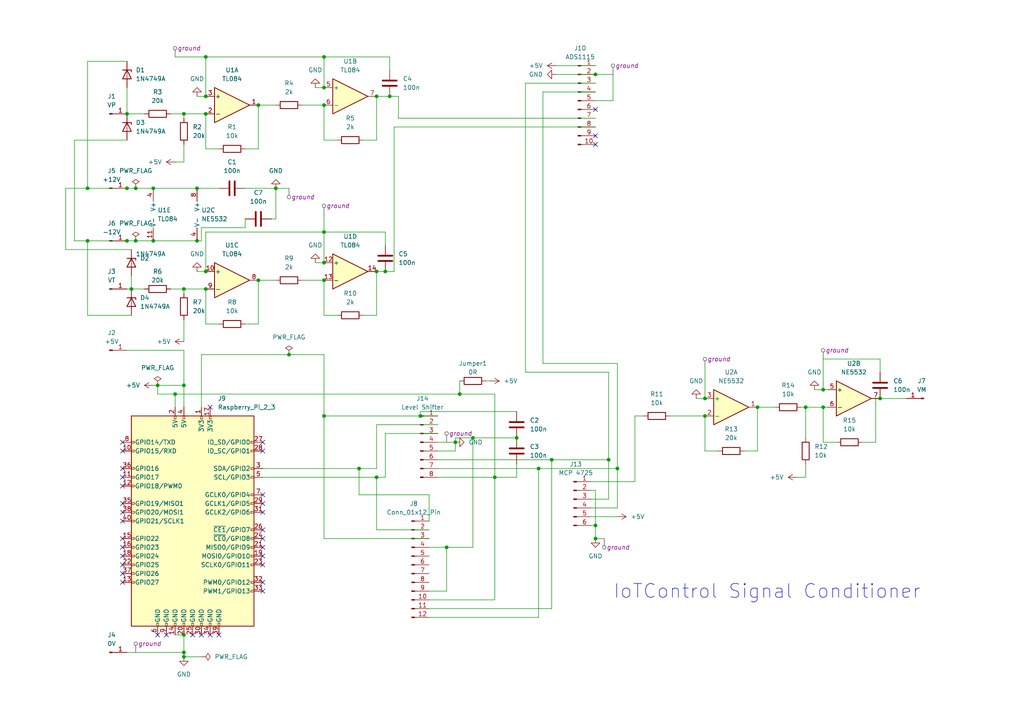
<source format=kicad_sch>
(kicad_sch (version 20230121) (generator eeschema)

  (uuid 18349932-6081-4465-b62f-256ea4e03b7b)

  (paper "A4")

  (title_block
    (title "IoTControl Signal Conditioner Interface")
    (date "2023-08-30")
    (rev "A")
    (company "IoTControl")
    (comment 1 "First Draft")
  )

  (lib_symbols
    (symbol "Amplifier_Operational:NE5532" (pin_names (offset 0.127)) (in_bom yes) (on_board yes)
      (property "Reference" "U" (at 0 5.08 0)
        (effects (font (size 1.27 1.27)) (justify left))
      )
      (property "Value" "NE5532" (at 0 -5.08 0)
        (effects (font (size 1.27 1.27)) (justify left))
      )
      (property "Footprint" "" (at 0 0 0)
        (effects (font (size 1.27 1.27)) hide)
      )
      (property "Datasheet" "http://www.ti.com/lit/ds/symlink/ne5532.pdf" (at 0 0 0)
        (effects (font (size 1.27 1.27)) hide)
      )
      (property "ki_locked" "" (at 0 0 0)
        (effects (font (size 1.27 1.27)))
      )
      (property "ki_keywords" "dual opamp" (at 0 0 0)
        (effects (font (size 1.27 1.27)) hide)
      )
      (property "ki_description" "Dual Low-Noise Operational Amplifiers, DIP-8/SOIC-8" (at 0 0 0)
        (effects (font (size 1.27 1.27)) hide)
      )
      (property "ki_fp_filters" "SOIC*3.9x4.9mm*P1.27mm* DIP*W7.62mm* TO*99* OnSemi*Micro8* TSSOP*3x3mm*P0.65mm* TSSOP*4.4x3mm*P0.65mm* MSOP*3x3mm*P0.65mm* SSOP*3.9x4.9mm*P0.635mm* LFCSP*2x2mm*P0.5mm* *SIP* SOIC*5.3x6.2mm*P1.27mm*" (at 0 0 0)
        (effects (font (size 1.27 1.27)) hide)
      )
      (symbol "NE5532_1_1"
        (polyline
          (pts
            (xy -5.08 5.08)
            (xy 5.08 0)
            (xy -5.08 -5.08)
            (xy -5.08 5.08)
          )
          (stroke (width 0.254) (type default))
          (fill (type background))
        )
        (pin output line (at 7.62 0 180) (length 2.54)
          (name "~" (effects (font (size 1.27 1.27))))
          (number "1" (effects (font (size 1.27 1.27))))
        )
        (pin input line (at -7.62 -2.54 0) (length 2.54)
          (name "-" (effects (font (size 1.27 1.27))))
          (number "2" (effects (font (size 1.27 1.27))))
        )
        (pin input line (at -7.62 2.54 0) (length 2.54)
          (name "+" (effects (font (size 1.27 1.27))))
          (number "3" (effects (font (size 1.27 1.27))))
        )
      )
      (symbol "NE5532_2_1"
        (polyline
          (pts
            (xy -5.08 5.08)
            (xy 5.08 0)
            (xy -5.08 -5.08)
            (xy -5.08 5.08)
          )
          (stroke (width 0.254) (type default))
          (fill (type background))
        )
        (pin input line (at -7.62 2.54 0) (length 2.54)
          (name "+" (effects (font (size 1.27 1.27))))
          (number "5" (effects (font (size 1.27 1.27))))
        )
        (pin input line (at -7.62 -2.54 0) (length 2.54)
          (name "-" (effects (font (size 1.27 1.27))))
          (number "6" (effects (font (size 1.27 1.27))))
        )
        (pin output line (at 7.62 0 180) (length 2.54)
          (name "~" (effects (font (size 1.27 1.27))))
          (number "7" (effects (font (size 1.27 1.27))))
        )
      )
      (symbol "NE5532_3_1"
        (pin power_in line (at -2.54 -7.62 90) (length 3.81)
          (name "V-" (effects (font (size 1.27 1.27))))
          (number "4" (effects (font (size 1.27 1.27))))
        )
        (pin power_in line (at -2.54 7.62 270) (length 3.81)
          (name "V+" (effects (font (size 1.27 1.27))))
          (number "8" (effects (font (size 1.27 1.27))))
        )
      )
    )
    (symbol "Amplifier_Operational:TL084" (pin_names (offset 0.127)) (in_bom yes) (on_board yes)
      (property "Reference" "U" (at 0 5.08 0)
        (effects (font (size 1.27 1.27)) (justify left))
      )
      (property "Value" "TL084" (at 0 -5.08 0)
        (effects (font (size 1.27 1.27)) (justify left))
      )
      (property "Footprint" "" (at -1.27 2.54 0)
        (effects (font (size 1.27 1.27)) hide)
      )
      (property "Datasheet" "http://www.ti.com/lit/ds/symlink/tl081.pdf" (at 1.27 5.08 0)
        (effects (font (size 1.27 1.27)) hide)
      )
      (property "ki_locked" "" (at 0 0 0)
        (effects (font (size 1.27 1.27)))
      )
      (property "ki_keywords" "quad opamp" (at 0 0 0)
        (effects (font (size 1.27 1.27)) hide)
      )
      (property "ki_description" "Quad JFET-Input Operational Amplifiers, DIP-14/SOIC-14/SSOP-14" (at 0 0 0)
        (effects (font (size 1.27 1.27)) hide)
      )
      (property "ki_fp_filters" "SOIC*3.9x8.7mm*P1.27mm* DIP*W7.62mm* TSSOP*4.4x5mm*P0.65mm* SSOP*5.3x6.2mm*P0.65mm* MSOP*3x3mm*P0.5mm*" (at 0 0 0)
        (effects (font (size 1.27 1.27)) hide)
      )
      (symbol "TL084_1_1"
        (polyline
          (pts
            (xy -5.08 5.08)
            (xy 5.08 0)
            (xy -5.08 -5.08)
            (xy -5.08 5.08)
          )
          (stroke (width 0.254) (type default))
          (fill (type background))
        )
        (pin output line (at 7.62 0 180) (length 2.54)
          (name "~" (effects (font (size 1.27 1.27))))
          (number "1" (effects (font (size 1.27 1.27))))
        )
        (pin input line (at -7.62 -2.54 0) (length 2.54)
          (name "-" (effects (font (size 1.27 1.27))))
          (number "2" (effects (font (size 1.27 1.27))))
        )
        (pin input line (at -7.62 2.54 0) (length 2.54)
          (name "+" (effects (font (size 1.27 1.27))))
          (number "3" (effects (font (size 1.27 1.27))))
        )
      )
      (symbol "TL084_2_1"
        (polyline
          (pts
            (xy -5.08 5.08)
            (xy 5.08 0)
            (xy -5.08 -5.08)
            (xy -5.08 5.08)
          )
          (stroke (width 0.254) (type default))
          (fill (type background))
        )
        (pin input line (at -7.62 2.54 0) (length 2.54)
          (name "+" (effects (font (size 1.27 1.27))))
          (number "5" (effects (font (size 1.27 1.27))))
        )
        (pin input line (at -7.62 -2.54 0) (length 2.54)
          (name "-" (effects (font (size 1.27 1.27))))
          (number "6" (effects (font (size 1.27 1.27))))
        )
        (pin output line (at 7.62 0 180) (length 2.54)
          (name "~" (effects (font (size 1.27 1.27))))
          (number "7" (effects (font (size 1.27 1.27))))
        )
      )
      (symbol "TL084_3_1"
        (polyline
          (pts
            (xy -5.08 5.08)
            (xy 5.08 0)
            (xy -5.08 -5.08)
            (xy -5.08 5.08)
          )
          (stroke (width 0.254) (type default))
          (fill (type background))
        )
        (pin input line (at -7.62 2.54 0) (length 2.54)
          (name "+" (effects (font (size 1.27 1.27))))
          (number "10" (effects (font (size 1.27 1.27))))
        )
        (pin output line (at 7.62 0 180) (length 2.54)
          (name "~" (effects (font (size 1.27 1.27))))
          (number "8" (effects (font (size 1.27 1.27))))
        )
        (pin input line (at -7.62 -2.54 0) (length 2.54)
          (name "-" (effects (font (size 1.27 1.27))))
          (number "9" (effects (font (size 1.27 1.27))))
        )
      )
      (symbol "TL084_4_1"
        (polyline
          (pts
            (xy -5.08 5.08)
            (xy 5.08 0)
            (xy -5.08 -5.08)
            (xy -5.08 5.08)
          )
          (stroke (width 0.254) (type default))
          (fill (type background))
        )
        (pin input line (at -7.62 2.54 0) (length 2.54)
          (name "+" (effects (font (size 1.27 1.27))))
          (number "12" (effects (font (size 1.27 1.27))))
        )
        (pin input line (at -7.62 -2.54 0) (length 2.54)
          (name "-" (effects (font (size 1.27 1.27))))
          (number "13" (effects (font (size 1.27 1.27))))
        )
        (pin output line (at 7.62 0 180) (length 2.54)
          (name "~" (effects (font (size 1.27 1.27))))
          (number "14" (effects (font (size 1.27 1.27))))
        )
      )
      (symbol "TL084_5_1"
        (pin power_in line (at -2.54 -7.62 90) (length 3.81)
          (name "V-" (effects (font (size 1.27 1.27))))
          (number "11" (effects (font (size 1.27 1.27))))
        )
        (pin power_in line (at -2.54 7.62 270) (length 3.81)
          (name "V+" (effects (font (size 1.27 1.27))))
          (number "4" (effects (font (size 1.27 1.27))))
        )
      )
    )
    (symbol "Connector:Conn_01x01_Pin" (pin_names (offset 1.016) hide) (in_bom yes) (on_board yes)
      (property "Reference" "J" (at 0 2.54 0)
        (effects (font (size 1.27 1.27)))
      )
      (property "Value" "Conn_01x01_Pin" (at 0 -2.54 0)
        (effects (font (size 1.27 1.27)))
      )
      (property "Footprint" "" (at 0 0 0)
        (effects (font (size 1.27 1.27)) hide)
      )
      (property "Datasheet" "~" (at 0 0 0)
        (effects (font (size 1.27 1.27)) hide)
      )
      (property "ki_locked" "" (at 0 0 0)
        (effects (font (size 1.27 1.27)))
      )
      (property "ki_keywords" "connector" (at 0 0 0)
        (effects (font (size 1.27 1.27)) hide)
      )
      (property "ki_description" "Generic connector, single row, 01x01, script generated" (at 0 0 0)
        (effects (font (size 1.27 1.27)) hide)
      )
      (property "ki_fp_filters" "Connector*:*_1x??_*" (at 0 0 0)
        (effects (font (size 1.27 1.27)) hide)
      )
      (symbol "Conn_01x01_Pin_1_1"
        (polyline
          (pts
            (xy 1.27 0)
            (xy 0.8636 0)
          )
          (stroke (width 0.1524) (type default))
          (fill (type none))
        )
        (rectangle (start 0.8636 0.127) (end 0 -0.127)
          (stroke (width 0.1524) (type default))
          (fill (type outline))
        )
        (pin passive line (at 5.08 0 180) (length 3.81)
          (name "Pin_1" (effects (font (size 1.27 1.27))))
          (number "1" (effects (font (size 1.27 1.27))))
        )
      )
    )
    (symbol "Connector:Conn_01x06_Pin" (pin_names (offset 1.016) hide) (in_bom yes) (on_board yes)
      (property "Reference" "J" (at 0 7.62 0)
        (effects (font (size 1.27 1.27)))
      )
      (property "Value" "Conn_01x06_Pin" (at 0 -10.16 0)
        (effects (font (size 1.27 1.27)))
      )
      (property "Footprint" "" (at 0 0 0)
        (effects (font (size 1.27 1.27)) hide)
      )
      (property "Datasheet" "~" (at 0 0 0)
        (effects (font (size 1.27 1.27)) hide)
      )
      (property "ki_locked" "" (at 0 0 0)
        (effects (font (size 1.27 1.27)))
      )
      (property "ki_keywords" "connector" (at 0 0 0)
        (effects (font (size 1.27 1.27)) hide)
      )
      (property "ki_description" "Generic connector, single row, 01x06, script generated" (at 0 0 0)
        (effects (font (size 1.27 1.27)) hide)
      )
      (property "ki_fp_filters" "Connector*:*_1x??_*" (at 0 0 0)
        (effects (font (size 1.27 1.27)) hide)
      )
      (symbol "Conn_01x06_Pin_1_1"
        (polyline
          (pts
            (xy 1.27 -7.62)
            (xy 0.8636 -7.62)
          )
          (stroke (width 0.1524) (type default))
          (fill (type none))
        )
        (polyline
          (pts
            (xy 1.27 -5.08)
            (xy 0.8636 -5.08)
          )
          (stroke (width 0.1524) (type default))
          (fill (type none))
        )
        (polyline
          (pts
            (xy 1.27 -2.54)
            (xy 0.8636 -2.54)
          )
          (stroke (width 0.1524) (type default))
          (fill (type none))
        )
        (polyline
          (pts
            (xy 1.27 0)
            (xy 0.8636 0)
          )
          (stroke (width 0.1524) (type default))
          (fill (type none))
        )
        (polyline
          (pts
            (xy 1.27 2.54)
            (xy 0.8636 2.54)
          )
          (stroke (width 0.1524) (type default))
          (fill (type none))
        )
        (polyline
          (pts
            (xy 1.27 5.08)
            (xy 0.8636 5.08)
          )
          (stroke (width 0.1524) (type default))
          (fill (type none))
        )
        (rectangle (start 0.8636 -7.493) (end 0 -7.747)
          (stroke (width 0.1524) (type default))
          (fill (type outline))
        )
        (rectangle (start 0.8636 -4.953) (end 0 -5.207)
          (stroke (width 0.1524) (type default))
          (fill (type outline))
        )
        (rectangle (start 0.8636 -2.413) (end 0 -2.667)
          (stroke (width 0.1524) (type default))
          (fill (type outline))
        )
        (rectangle (start 0.8636 0.127) (end 0 -0.127)
          (stroke (width 0.1524) (type default))
          (fill (type outline))
        )
        (rectangle (start 0.8636 2.667) (end 0 2.413)
          (stroke (width 0.1524) (type default))
          (fill (type outline))
        )
        (rectangle (start 0.8636 5.207) (end 0 4.953)
          (stroke (width 0.1524) (type default))
          (fill (type outline))
        )
        (pin passive line (at 5.08 5.08 180) (length 3.81)
          (name "Pin_1" (effects (font (size 1.27 1.27))))
          (number "1" (effects (font (size 1.27 1.27))))
        )
        (pin passive line (at 5.08 2.54 180) (length 3.81)
          (name "Pin_2" (effects (font (size 1.27 1.27))))
          (number "2" (effects (font (size 1.27 1.27))))
        )
        (pin passive line (at 5.08 0 180) (length 3.81)
          (name "Pin_3" (effects (font (size 1.27 1.27))))
          (number "3" (effects (font (size 1.27 1.27))))
        )
        (pin passive line (at 5.08 -2.54 180) (length 3.81)
          (name "Pin_4" (effects (font (size 1.27 1.27))))
          (number "4" (effects (font (size 1.27 1.27))))
        )
        (pin passive line (at 5.08 -5.08 180) (length 3.81)
          (name "Pin_5" (effects (font (size 1.27 1.27))))
          (number "5" (effects (font (size 1.27 1.27))))
        )
        (pin passive line (at 5.08 -7.62 180) (length 3.81)
          (name "Pin_6" (effects (font (size 1.27 1.27))))
          (number "6" (effects (font (size 1.27 1.27))))
        )
      )
    )
    (symbol "Connector:Conn_01x08_Pin" (pin_names (offset 1.016) hide) (in_bom yes) (on_board yes)
      (property "Reference" "J" (at 0 10.16 0)
        (effects (font (size 1.27 1.27)))
      )
      (property "Value" "Conn_01x08_Pin" (at 0 -12.7 0)
        (effects (font (size 1.27 1.27)))
      )
      (property "Footprint" "" (at 0 0 0)
        (effects (font (size 1.27 1.27)) hide)
      )
      (property "Datasheet" "~" (at 0 0 0)
        (effects (font (size 1.27 1.27)) hide)
      )
      (property "ki_locked" "" (at 0 0 0)
        (effects (font (size 1.27 1.27)))
      )
      (property "ki_keywords" "connector" (at 0 0 0)
        (effects (font (size 1.27 1.27)) hide)
      )
      (property "ki_description" "Generic connector, single row, 01x08, script generated" (at 0 0 0)
        (effects (font (size 1.27 1.27)) hide)
      )
      (property "ki_fp_filters" "Connector*:*_1x??_*" (at 0 0 0)
        (effects (font (size 1.27 1.27)) hide)
      )
      (symbol "Conn_01x08_Pin_1_1"
        (polyline
          (pts
            (xy 1.27 -10.16)
            (xy 0.8636 -10.16)
          )
          (stroke (width 0.1524) (type default))
          (fill (type none))
        )
        (polyline
          (pts
            (xy 1.27 -7.62)
            (xy 0.8636 -7.62)
          )
          (stroke (width 0.1524) (type default))
          (fill (type none))
        )
        (polyline
          (pts
            (xy 1.27 -5.08)
            (xy 0.8636 -5.08)
          )
          (stroke (width 0.1524) (type default))
          (fill (type none))
        )
        (polyline
          (pts
            (xy 1.27 -2.54)
            (xy 0.8636 -2.54)
          )
          (stroke (width 0.1524) (type default))
          (fill (type none))
        )
        (polyline
          (pts
            (xy 1.27 0)
            (xy 0.8636 0)
          )
          (stroke (width 0.1524) (type default))
          (fill (type none))
        )
        (polyline
          (pts
            (xy 1.27 2.54)
            (xy 0.8636 2.54)
          )
          (stroke (width 0.1524) (type default))
          (fill (type none))
        )
        (polyline
          (pts
            (xy 1.27 5.08)
            (xy 0.8636 5.08)
          )
          (stroke (width 0.1524) (type default))
          (fill (type none))
        )
        (polyline
          (pts
            (xy 1.27 7.62)
            (xy 0.8636 7.62)
          )
          (stroke (width 0.1524) (type default))
          (fill (type none))
        )
        (rectangle (start 0.8636 -10.033) (end 0 -10.287)
          (stroke (width 0.1524) (type default))
          (fill (type outline))
        )
        (rectangle (start 0.8636 -7.493) (end 0 -7.747)
          (stroke (width 0.1524) (type default))
          (fill (type outline))
        )
        (rectangle (start 0.8636 -4.953) (end 0 -5.207)
          (stroke (width 0.1524) (type default))
          (fill (type outline))
        )
        (rectangle (start 0.8636 -2.413) (end 0 -2.667)
          (stroke (width 0.1524) (type default))
          (fill (type outline))
        )
        (rectangle (start 0.8636 0.127) (end 0 -0.127)
          (stroke (width 0.1524) (type default))
          (fill (type outline))
        )
        (rectangle (start 0.8636 2.667) (end 0 2.413)
          (stroke (width 0.1524) (type default))
          (fill (type outline))
        )
        (rectangle (start 0.8636 5.207) (end 0 4.953)
          (stroke (width 0.1524) (type default))
          (fill (type outline))
        )
        (rectangle (start 0.8636 7.747) (end 0 7.493)
          (stroke (width 0.1524) (type default))
          (fill (type outline))
        )
        (pin passive line (at 5.08 7.62 180) (length 3.81)
          (name "Pin_1" (effects (font (size 1.27 1.27))))
          (number "1" (effects (font (size 1.27 1.27))))
        )
        (pin passive line (at 5.08 5.08 180) (length 3.81)
          (name "Pin_2" (effects (font (size 1.27 1.27))))
          (number "2" (effects (font (size 1.27 1.27))))
        )
        (pin passive line (at 5.08 2.54 180) (length 3.81)
          (name "Pin_3" (effects (font (size 1.27 1.27))))
          (number "3" (effects (font (size 1.27 1.27))))
        )
        (pin passive line (at 5.08 0 180) (length 3.81)
          (name "Pin_4" (effects (font (size 1.27 1.27))))
          (number "4" (effects (font (size 1.27 1.27))))
        )
        (pin passive line (at 5.08 -2.54 180) (length 3.81)
          (name "Pin_5" (effects (font (size 1.27 1.27))))
          (number "5" (effects (font (size 1.27 1.27))))
        )
        (pin passive line (at 5.08 -5.08 180) (length 3.81)
          (name "Pin_6" (effects (font (size 1.27 1.27))))
          (number "6" (effects (font (size 1.27 1.27))))
        )
        (pin passive line (at 5.08 -7.62 180) (length 3.81)
          (name "Pin_7" (effects (font (size 1.27 1.27))))
          (number "7" (effects (font (size 1.27 1.27))))
        )
        (pin passive line (at 5.08 -10.16 180) (length 3.81)
          (name "Pin_8" (effects (font (size 1.27 1.27))))
          (number "8" (effects (font (size 1.27 1.27))))
        )
      )
    )
    (symbol "Connector:Conn_01x10_Pin" (pin_names (offset 1.016) hide) (in_bom yes) (on_board yes)
      (property "Reference" "J" (at 0 12.7 0)
        (effects (font (size 1.27 1.27)))
      )
      (property "Value" "Conn_01x10_Pin" (at 0 -15.24 0)
        (effects (font (size 1.27 1.27)))
      )
      (property "Footprint" "" (at 0 0 0)
        (effects (font (size 1.27 1.27)) hide)
      )
      (property "Datasheet" "~" (at 0 0 0)
        (effects (font (size 1.27 1.27)) hide)
      )
      (property "ki_locked" "" (at 0 0 0)
        (effects (font (size 1.27 1.27)))
      )
      (property "ki_keywords" "connector" (at 0 0 0)
        (effects (font (size 1.27 1.27)) hide)
      )
      (property "ki_description" "Generic connector, single row, 01x10, script generated" (at 0 0 0)
        (effects (font (size 1.27 1.27)) hide)
      )
      (property "ki_fp_filters" "Connector*:*_1x??_*" (at 0 0 0)
        (effects (font (size 1.27 1.27)) hide)
      )
      (symbol "Conn_01x10_Pin_1_1"
        (polyline
          (pts
            (xy 1.27 -12.7)
            (xy 0.8636 -12.7)
          )
          (stroke (width 0.1524) (type default))
          (fill (type none))
        )
        (polyline
          (pts
            (xy 1.27 -10.16)
            (xy 0.8636 -10.16)
          )
          (stroke (width 0.1524) (type default))
          (fill (type none))
        )
        (polyline
          (pts
            (xy 1.27 -7.62)
            (xy 0.8636 -7.62)
          )
          (stroke (width 0.1524) (type default))
          (fill (type none))
        )
        (polyline
          (pts
            (xy 1.27 -5.08)
            (xy 0.8636 -5.08)
          )
          (stroke (width 0.1524) (type default))
          (fill (type none))
        )
        (polyline
          (pts
            (xy 1.27 -2.54)
            (xy 0.8636 -2.54)
          )
          (stroke (width 0.1524) (type default))
          (fill (type none))
        )
        (polyline
          (pts
            (xy 1.27 0)
            (xy 0.8636 0)
          )
          (stroke (width 0.1524) (type default))
          (fill (type none))
        )
        (polyline
          (pts
            (xy 1.27 2.54)
            (xy 0.8636 2.54)
          )
          (stroke (width 0.1524) (type default))
          (fill (type none))
        )
        (polyline
          (pts
            (xy 1.27 5.08)
            (xy 0.8636 5.08)
          )
          (stroke (width 0.1524) (type default))
          (fill (type none))
        )
        (polyline
          (pts
            (xy 1.27 7.62)
            (xy 0.8636 7.62)
          )
          (stroke (width 0.1524) (type default))
          (fill (type none))
        )
        (polyline
          (pts
            (xy 1.27 10.16)
            (xy 0.8636 10.16)
          )
          (stroke (width 0.1524) (type default))
          (fill (type none))
        )
        (rectangle (start 0.8636 -12.573) (end 0 -12.827)
          (stroke (width 0.1524) (type default))
          (fill (type outline))
        )
        (rectangle (start 0.8636 -10.033) (end 0 -10.287)
          (stroke (width 0.1524) (type default))
          (fill (type outline))
        )
        (rectangle (start 0.8636 -7.493) (end 0 -7.747)
          (stroke (width 0.1524) (type default))
          (fill (type outline))
        )
        (rectangle (start 0.8636 -4.953) (end 0 -5.207)
          (stroke (width 0.1524) (type default))
          (fill (type outline))
        )
        (rectangle (start 0.8636 -2.413) (end 0 -2.667)
          (stroke (width 0.1524) (type default))
          (fill (type outline))
        )
        (rectangle (start 0.8636 0.127) (end 0 -0.127)
          (stroke (width 0.1524) (type default))
          (fill (type outline))
        )
        (rectangle (start 0.8636 2.667) (end 0 2.413)
          (stroke (width 0.1524) (type default))
          (fill (type outline))
        )
        (rectangle (start 0.8636 5.207) (end 0 4.953)
          (stroke (width 0.1524) (type default))
          (fill (type outline))
        )
        (rectangle (start 0.8636 7.747) (end 0 7.493)
          (stroke (width 0.1524) (type default))
          (fill (type outline))
        )
        (rectangle (start 0.8636 10.287) (end 0 10.033)
          (stroke (width 0.1524) (type default))
          (fill (type outline))
        )
        (pin passive line (at 5.08 10.16 180) (length 3.81)
          (name "Pin_1" (effects (font (size 1.27 1.27))))
          (number "1" (effects (font (size 1.27 1.27))))
        )
        (pin passive line (at 5.08 -12.7 180) (length 3.81)
          (name "Pin_10" (effects (font (size 1.27 1.27))))
          (number "10" (effects (font (size 1.27 1.27))))
        )
        (pin passive line (at 5.08 7.62 180) (length 3.81)
          (name "Pin_2" (effects (font (size 1.27 1.27))))
          (number "2" (effects (font (size 1.27 1.27))))
        )
        (pin passive line (at 5.08 5.08 180) (length 3.81)
          (name "Pin_3" (effects (font (size 1.27 1.27))))
          (number "3" (effects (font (size 1.27 1.27))))
        )
        (pin passive line (at 5.08 2.54 180) (length 3.81)
          (name "Pin_4" (effects (font (size 1.27 1.27))))
          (number "4" (effects (font (size 1.27 1.27))))
        )
        (pin passive line (at 5.08 0 180) (length 3.81)
          (name "Pin_5" (effects (font (size 1.27 1.27))))
          (number "5" (effects (font (size 1.27 1.27))))
        )
        (pin passive line (at 5.08 -2.54 180) (length 3.81)
          (name "Pin_6" (effects (font (size 1.27 1.27))))
          (number "6" (effects (font (size 1.27 1.27))))
        )
        (pin passive line (at 5.08 -5.08 180) (length 3.81)
          (name "Pin_7" (effects (font (size 1.27 1.27))))
          (number "7" (effects (font (size 1.27 1.27))))
        )
        (pin passive line (at 5.08 -7.62 180) (length 3.81)
          (name "Pin_8" (effects (font (size 1.27 1.27))))
          (number "8" (effects (font (size 1.27 1.27))))
        )
        (pin passive line (at 5.08 -10.16 180) (length 3.81)
          (name "Pin_9" (effects (font (size 1.27 1.27))))
          (number "9" (effects (font (size 1.27 1.27))))
        )
      )
    )
    (symbol "Connector:Conn_01x12_Pin" (pin_names (offset 1.016) hide) (in_bom yes) (on_board yes)
      (property "Reference" "J" (at 0 15.24 0)
        (effects (font (size 1.27 1.27)))
      )
      (property "Value" "Conn_01x12_Pin" (at 0 -17.78 0)
        (effects (font (size 1.27 1.27)))
      )
      (property "Footprint" "" (at 0 0 0)
        (effects (font (size 1.27 1.27)) hide)
      )
      (property "Datasheet" "~" (at 0 0 0)
        (effects (font (size 1.27 1.27)) hide)
      )
      (property "ki_locked" "" (at 0 0 0)
        (effects (font (size 1.27 1.27)))
      )
      (property "ki_keywords" "connector" (at 0 0 0)
        (effects (font (size 1.27 1.27)) hide)
      )
      (property "ki_description" "Generic connector, single row, 01x12, script generated" (at 0 0 0)
        (effects (font (size 1.27 1.27)) hide)
      )
      (property "ki_fp_filters" "Connector*:*_1x??_*" (at 0 0 0)
        (effects (font (size 1.27 1.27)) hide)
      )
      (symbol "Conn_01x12_Pin_1_1"
        (polyline
          (pts
            (xy 1.27 -15.24)
            (xy 0.8636 -15.24)
          )
          (stroke (width 0.1524) (type default))
          (fill (type none))
        )
        (polyline
          (pts
            (xy 1.27 -12.7)
            (xy 0.8636 -12.7)
          )
          (stroke (width 0.1524) (type default))
          (fill (type none))
        )
        (polyline
          (pts
            (xy 1.27 -10.16)
            (xy 0.8636 -10.16)
          )
          (stroke (width 0.1524) (type default))
          (fill (type none))
        )
        (polyline
          (pts
            (xy 1.27 -7.62)
            (xy 0.8636 -7.62)
          )
          (stroke (width 0.1524) (type default))
          (fill (type none))
        )
        (polyline
          (pts
            (xy 1.27 -5.08)
            (xy 0.8636 -5.08)
          )
          (stroke (width 0.1524) (type default))
          (fill (type none))
        )
        (polyline
          (pts
            (xy 1.27 -2.54)
            (xy 0.8636 -2.54)
          )
          (stroke (width 0.1524) (type default))
          (fill (type none))
        )
        (polyline
          (pts
            (xy 1.27 0)
            (xy 0.8636 0)
          )
          (stroke (width 0.1524) (type default))
          (fill (type none))
        )
        (polyline
          (pts
            (xy 1.27 2.54)
            (xy 0.8636 2.54)
          )
          (stroke (width 0.1524) (type default))
          (fill (type none))
        )
        (polyline
          (pts
            (xy 1.27 5.08)
            (xy 0.8636 5.08)
          )
          (stroke (width 0.1524) (type default))
          (fill (type none))
        )
        (polyline
          (pts
            (xy 1.27 7.62)
            (xy 0.8636 7.62)
          )
          (stroke (width 0.1524) (type default))
          (fill (type none))
        )
        (polyline
          (pts
            (xy 1.27 10.16)
            (xy 0.8636 10.16)
          )
          (stroke (width 0.1524) (type default))
          (fill (type none))
        )
        (polyline
          (pts
            (xy 1.27 12.7)
            (xy 0.8636 12.7)
          )
          (stroke (width 0.1524) (type default))
          (fill (type none))
        )
        (rectangle (start 0.8636 -15.113) (end 0 -15.367)
          (stroke (width 0.1524) (type default))
          (fill (type outline))
        )
        (rectangle (start 0.8636 -12.573) (end 0 -12.827)
          (stroke (width 0.1524) (type default))
          (fill (type outline))
        )
        (rectangle (start 0.8636 -10.033) (end 0 -10.287)
          (stroke (width 0.1524) (type default))
          (fill (type outline))
        )
        (rectangle (start 0.8636 -7.493) (end 0 -7.747)
          (stroke (width 0.1524) (type default))
          (fill (type outline))
        )
        (rectangle (start 0.8636 -4.953) (end 0 -5.207)
          (stroke (width 0.1524) (type default))
          (fill (type outline))
        )
        (rectangle (start 0.8636 -2.413) (end 0 -2.667)
          (stroke (width 0.1524) (type default))
          (fill (type outline))
        )
        (rectangle (start 0.8636 0.127) (end 0 -0.127)
          (stroke (width 0.1524) (type default))
          (fill (type outline))
        )
        (rectangle (start 0.8636 2.667) (end 0 2.413)
          (stroke (width 0.1524) (type default))
          (fill (type outline))
        )
        (rectangle (start 0.8636 5.207) (end 0 4.953)
          (stroke (width 0.1524) (type default))
          (fill (type outline))
        )
        (rectangle (start 0.8636 7.747) (end 0 7.493)
          (stroke (width 0.1524) (type default))
          (fill (type outline))
        )
        (rectangle (start 0.8636 10.287) (end 0 10.033)
          (stroke (width 0.1524) (type default))
          (fill (type outline))
        )
        (rectangle (start 0.8636 12.827) (end 0 12.573)
          (stroke (width 0.1524) (type default))
          (fill (type outline))
        )
        (pin passive line (at 5.08 12.7 180) (length 3.81)
          (name "Pin_1" (effects (font (size 1.27 1.27))))
          (number "1" (effects (font (size 1.27 1.27))))
        )
        (pin passive line (at 5.08 -10.16 180) (length 3.81)
          (name "Pin_10" (effects (font (size 1.27 1.27))))
          (number "10" (effects (font (size 1.27 1.27))))
        )
        (pin passive line (at 5.08 -12.7 180) (length 3.81)
          (name "Pin_11" (effects (font (size 1.27 1.27))))
          (number "11" (effects (font (size 1.27 1.27))))
        )
        (pin passive line (at 5.08 -15.24 180) (length 3.81)
          (name "Pin_12" (effects (font (size 1.27 1.27))))
          (number "12" (effects (font (size 1.27 1.27))))
        )
        (pin passive line (at 5.08 10.16 180) (length 3.81)
          (name "Pin_2" (effects (font (size 1.27 1.27))))
          (number "2" (effects (font (size 1.27 1.27))))
        )
        (pin passive line (at 5.08 7.62 180) (length 3.81)
          (name "Pin_3" (effects (font (size 1.27 1.27))))
          (number "3" (effects (font (size 1.27 1.27))))
        )
        (pin passive line (at 5.08 5.08 180) (length 3.81)
          (name "Pin_4" (effects (font (size 1.27 1.27))))
          (number "4" (effects (font (size 1.27 1.27))))
        )
        (pin passive line (at 5.08 2.54 180) (length 3.81)
          (name "Pin_5" (effects (font (size 1.27 1.27))))
          (number "5" (effects (font (size 1.27 1.27))))
        )
        (pin passive line (at 5.08 0 180) (length 3.81)
          (name "Pin_6" (effects (font (size 1.27 1.27))))
          (number "6" (effects (font (size 1.27 1.27))))
        )
        (pin passive line (at 5.08 -2.54 180) (length 3.81)
          (name "Pin_7" (effects (font (size 1.27 1.27))))
          (number "7" (effects (font (size 1.27 1.27))))
        )
        (pin passive line (at 5.08 -5.08 180) (length 3.81)
          (name "Pin_8" (effects (font (size 1.27 1.27))))
          (number "8" (effects (font (size 1.27 1.27))))
        )
        (pin passive line (at 5.08 -7.62 180) (length 3.81)
          (name "Pin_9" (effects (font (size 1.27 1.27))))
          (number "9" (effects (font (size 1.27 1.27))))
        )
      )
    )
    (symbol "Connector:Raspberry_Pi_2_3" (pin_names (offset 1.016)) (in_bom yes) (on_board yes)
      (property "Reference" "J" (at -17.78 31.75 0)
        (effects (font (size 1.27 1.27)) (justify left bottom))
      )
      (property "Value" "Raspberry_Pi_2_3" (at 10.16 -31.75 0)
        (effects (font (size 1.27 1.27)) (justify left top))
      )
      (property "Footprint" "" (at 0 0 0)
        (effects (font (size 1.27 1.27)) hide)
      )
      (property "Datasheet" "https://www.raspberrypi.org/documentation/hardware/raspberrypi/schematics/rpi_SCH_3bplus_1p0_reduced.pdf" (at 0 0 0)
        (effects (font (size 1.27 1.27)) hide)
      )
      (property "ki_keywords" "raspberrypi gpio" (at 0 0 0)
        (effects (font (size 1.27 1.27)) hide)
      )
      (property "ki_description" "expansion header for Raspberry Pi 2 & 3" (at 0 0 0)
        (effects (font (size 1.27 1.27)) hide)
      )
      (property "ki_fp_filters" "PinHeader*2x20*P2.54mm*Vertical* PinSocket*2x20*P2.54mm*Vertical*" (at 0 0 0)
        (effects (font (size 1.27 1.27)) hide)
      )
      (symbol "Raspberry_Pi_2_3_0_1"
        (rectangle (start -17.78 30.48) (end 17.78 -30.48)
          (stroke (width 0.254) (type default))
          (fill (type background))
        )
      )
      (symbol "Raspberry_Pi_2_3_1_1"
        (rectangle (start -16.891 -17.526) (end -17.78 -18.034)
          (stroke (width 0) (type default))
          (fill (type none))
        )
        (rectangle (start -16.891 -14.986) (end -17.78 -15.494)
          (stroke (width 0) (type default))
          (fill (type none))
        )
        (rectangle (start -16.891 -12.446) (end -17.78 -12.954)
          (stroke (width 0) (type default))
          (fill (type none))
        )
        (rectangle (start -16.891 -9.906) (end -17.78 -10.414)
          (stroke (width 0) (type default))
          (fill (type none))
        )
        (rectangle (start -16.891 -7.366) (end -17.78 -7.874)
          (stroke (width 0) (type default))
          (fill (type none))
        )
        (rectangle (start -16.891 -4.826) (end -17.78 -5.334)
          (stroke (width 0) (type default))
          (fill (type none))
        )
        (rectangle (start -16.891 0.254) (end -17.78 -0.254)
          (stroke (width 0) (type default))
          (fill (type none))
        )
        (rectangle (start -16.891 2.794) (end -17.78 2.286)
          (stroke (width 0) (type default))
          (fill (type none))
        )
        (rectangle (start -16.891 5.334) (end -17.78 4.826)
          (stroke (width 0) (type default))
          (fill (type none))
        )
        (rectangle (start -16.891 10.414) (end -17.78 9.906)
          (stroke (width 0) (type default))
          (fill (type none))
        )
        (rectangle (start -16.891 12.954) (end -17.78 12.446)
          (stroke (width 0) (type default))
          (fill (type none))
        )
        (rectangle (start -16.891 15.494) (end -17.78 14.986)
          (stroke (width 0) (type default))
          (fill (type none))
        )
        (rectangle (start -16.891 20.574) (end -17.78 20.066)
          (stroke (width 0) (type default))
          (fill (type none))
        )
        (rectangle (start -16.891 23.114) (end -17.78 22.606)
          (stroke (width 0) (type default))
          (fill (type none))
        )
        (rectangle (start -10.414 -29.591) (end -9.906 -30.48)
          (stroke (width 0) (type default))
          (fill (type none))
        )
        (rectangle (start -7.874 -29.591) (end -7.366 -30.48)
          (stroke (width 0) (type default))
          (fill (type none))
        )
        (rectangle (start -5.334 -29.591) (end -4.826 -30.48)
          (stroke (width 0) (type default))
          (fill (type none))
        )
        (rectangle (start -5.334 30.48) (end -4.826 29.591)
          (stroke (width 0) (type default))
          (fill (type none))
        )
        (rectangle (start -2.794 -29.591) (end -2.286 -30.48)
          (stroke (width 0) (type default))
          (fill (type none))
        )
        (rectangle (start -2.794 30.48) (end -2.286 29.591)
          (stroke (width 0) (type default))
          (fill (type none))
        )
        (rectangle (start -0.254 -29.591) (end 0.254 -30.48)
          (stroke (width 0) (type default))
          (fill (type none))
        )
        (rectangle (start 2.286 -29.591) (end 2.794 -30.48)
          (stroke (width 0) (type default))
          (fill (type none))
        )
        (rectangle (start 2.286 30.48) (end 2.794 29.591)
          (stroke (width 0) (type default))
          (fill (type none))
        )
        (rectangle (start 4.826 -29.591) (end 5.334 -30.48)
          (stroke (width 0) (type default))
          (fill (type none))
        )
        (rectangle (start 4.826 30.48) (end 5.334 29.591)
          (stroke (width 0) (type default))
          (fill (type none))
        )
        (rectangle (start 7.366 -29.591) (end 7.874 -30.48)
          (stroke (width 0) (type default))
          (fill (type none))
        )
        (rectangle (start 17.78 -20.066) (end 16.891 -20.574)
          (stroke (width 0) (type default))
          (fill (type none))
        )
        (rectangle (start 17.78 -17.526) (end 16.891 -18.034)
          (stroke (width 0) (type default))
          (fill (type none))
        )
        (rectangle (start 17.78 -12.446) (end 16.891 -12.954)
          (stroke (width 0) (type default))
          (fill (type none))
        )
        (rectangle (start 17.78 -9.906) (end 16.891 -10.414)
          (stroke (width 0) (type default))
          (fill (type none))
        )
        (rectangle (start 17.78 -7.366) (end 16.891 -7.874)
          (stroke (width 0) (type default))
          (fill (type none))
        )
        (rectangle (start 17.78 -4.826) (end 16.891 -5.334)
          (stroke (width 0) (type default))
          (fill (type none))
        )
        (rectangle (start 17.78 -2.286) (end 16.891 -2.794)
          (stroke (width 0) (type default))
          (fill (type none))
        )
        (rectangle (start 17.78 2.794) (end 16.891 2.286)
          (stroke (width 0) (type default))
          (fill (type none))
        )
        (rectangle (start 17.78 5.334) (end 16.891 4.826)
          (stroke (width 0) (type default))
          (fill (type none))
        )
        (rectangle (start 17.78 7.874) (end 16.891 7.366)
          (stroke (width 0) (type default))
          (fill (type none))
        )
        (rectangle (start 17.78 12.954) (end 16.891 12.446)
          (stroke (width 0) (type default))
          (fill (type none))
        )
        (rectangle (start 17.78 15.494) (end 16.891 14.986)
          (stroke (width 0) (type default))
          (fill (type none))
        )
        (rectangle (start 17.78 20.574) (end 16.891 20.066)
          (stroke (width 0) (type default))
          (fill (type none))
        )
        (rectangle (start 17.78 23.114) (end 16.891 22.606)
          (stroke (width 0) (type default))
          (fill (type none))
        )
        (pin power_in line (at 2.54 33.02 270) (length 2.54)
          (name "3V3" (effects (font (size 1.27 1.27))))
          (number "1" (effects (font (size 1.27 1.27))))
        )
        (pin bidirectional line (at -20.32 20.32 0) (length 2.54)
          (name "GPIO15/RXD" (effects (font (size 1.27 1.27))))
          (number "10" (effects (font (size 1.27 1.27))))
        )
        (pin bidirectional line (at -20.32 12.7 0) (length 2.54)
          (name "GPIO17" (effects (font (size 1.27 1.27))))
          (number "11" (effects (font (size 1.27 1.27))))
        )
        (pin bidirectional line (at -20.32 10.16 0) (length 2.54)
          (name "GPIO18/PWM0" (effects (font (size 1.27 1.27))))
          (number "12" (effects (font (size 1.27 1.27))))
        )
        (pin bidirectional line (at -20.32 -17.78 0) (length 2.54)
          (name "GPIO27" (effects (font (size 1.27 1.27))))
          (number "13" (effects (font (size 1.27 1.27))))
        )
        (pin power_in line (at -5.08 -33.02 90) (length 2.54)
          (name "GND" (effects (font (size 1.27 1.27))))
          (number "14" (effects (font (size 1.27 1.27))))
        )
        (pin bidirectional line (at -20.32 -5.08 0) (length 2.54)
          (name "GPIO22" (effects (font (size 1.27 1.27))))
          (number "15" (effects (font (size 1.27 1.27))))
        )
        (pin bidirectional line (at -20.32 -7.62 0) (length 2.54)
          (name "GPIO23" (effects (font (size 1.27 1.27))))
          (number "16" (effects (font (size 1.27 1.27))))
        )
        (pin power_in line (at 5.08 33.02 270) (length 2.54)
          (name "3V3" (effects (font (size 1.27 1.27))))
          (number "17" (effects (font (size 1.27 1.27))))
        )
        (pin bidirectional line (at -20.32 -10.16 0) (length 2.54)
          (name "GPIO24" (effects (font (size 1.27 1.27))))
          (number "18" (effects (font (size 1.27 1.27))))
        )
        (pin bidirectional line (at 20.32 -10.16 180) (length 2.54)
          (name "MOSI0/GPIO10" (effects (font (size 1.27 1.27))))
          (number "19" (effects (font (size 1.27 1.27))))
        )
        (pin power_in line (at -5.08 33.02 270) (length 2.54)
          (name "5V" (effects (font (size 1.27 1.27))))
          (number "2" (effects (font (size 1.27 1.27))))
        )
        (pin power_in line (at -2.54 -33.02 90) (length 2.54)
          (name "GND" (effects (font (size 1.27 1.27))))
          (number "20" (effects (font (size 1.27 1.27))))
        )
        (pin bidirectional line (at 20.32 -7.62 180) (length 2.54)
          (name "MISO0/GPIO9" (effects (font (size 1.27 1.27))))
          (number "21" (effects (font (size 1.27 1.27))))
        )
        (pin bidirectional line (at -20.32 -12.7 0) (length 2.54)
          (name "GPIO25" (effects (font (size 1.27 1.27))))
          (number "22" (effects (font (size 1.27 1.27))))
        )
        (pin bidirectional line (at 20.32 -12.7 180) (length 2.54)
          (name "SCLK0/GPIO11" (effects (font (size 1.27 1.27))))
          (number "23" (effects (font (size 1.27 1.27))))
        )
        (pin bidirectional line (at 20.32 -5.08 180) (length 2.54)
          (name "~{CE0}/GPIO8" (effects (font (size 1.27 1.27))))
          (number "24" (effects (font (size 1.27 1.27))))
        )
        (pin power_in line (at 0 -33.02 90) (length 2.54)
          (name "GND" (effects (font (size 1.27 1.27))))
          (number "25" (effects (font (size 1.27 1.27))))
        )
        (pin bidirectional line (at 20.32 -2.54 180) (length 2.54)
          (name "~{CE1}/GPIO7" (effects (font (size 1.27 1.27))))
          (number "26" (effects (font (size 1.27 1.27))))
        )
        (pin bidirectional line (at 20.32 22.86 180) (length 2.54)
          (name "ID_SD/GPIO0" (effects (font (size 1.27 1.27))))
          (number "27" (effects (font (size 1.27 1.27))))
        )
        (pin bidirectional line (at 20.32 20.32 180) (length 2.54)
          (name "ID_SC/GPIO1" (effects (font (size 1.27 1.27))))
          (number "28" (effects (font (size 1.27 1.27))))
        )
        (pin bidirectional line (at 20.32 5.08 180) (length 2.54)
          (name "GCLK1/GPIO5" (effects (font (size 1.27 1.27))))
          (number "29" (effects (font (size 1.27 1.27))))
        )
        (pin bidirectional line (at 20.32 15.24 180) (length 2.54)
          (name "SDA/GPIO2" (effects (font (size 1.27 1.27))))
          (number "3" (effects (font (size 1.27 1.27))))
        )
        (pin power_in line (at 2.54 -33.02 90) (length 2.54)
          (name "GND" (effects (font (size 1.27 1.27))))
          (number "30" (effects (font (size 1.27 1.27))))
        )
        (pin bidirectional line (at 20.32 2.54 180) (length 2.54)
          (name "GCLK2/GPIO6" (effects (font (size 1.27 1.27))))
          (number "31" (effects (font (size 1.27 1.27))))
        )
        (pin bidirectional line (at 20.32 -17.78 180) (length 2.54)
          (name "PWM0/GPIO12" (effects (font (size 1.27 1.27))))
          (number "32" (effects (font (size 1.27 1.27))))
        )
        (pin bidirectional line (at 20.32 -20.32 180) (length 2.54)
          (name "PWM1/GPIO13" (effects (font (size 1.27 1.27))))
          (number "33" (effects (font (size 1.27 1.27))))
        )
        (pin power_in line (at 5.08 -33.02 90) (length 2.54)
          (name "GND" (effects (font (size 1.27 1.27))))
          (number "34" (effects (font (size 1.27 1.27))))
        )
        (pin bidirectional line (at -20.32 5.08 0) (length 2.54)
          (name "GPIO19/MISO1" (effects (font (size 1.27 1.27))))
          (number "35" (effects (font (size 1.27 1.27))))
        )
        (pin bidirectional line (at -20.32 15.24 0) (length 2.54)
          (name "GPIO16" (effects (font (size 1.27 1.27))))
          (number "36" (effects (font (size 1.27 1.27))))
        )
        (pin bidirectional line (at -20.32 -15.24 0) (length 2.54)
          (name "GPIO26" (effects (font (size 1.27 1.27))))
          (number "37" (effects (font (size 1.27 1.27))))
        )
        (pin bidirectional line (at -20.32 2.54 0) (length 2.54)
          (name "GPIO20/MOSI1" (effects (font (size 1.27 1.27))))
          (number "38" (effects (font (size 1.27 1.27))))
        )
        (pin power_in line (at 7.62 -33.02 90) (length 2.54)
          (name "GND" (effects (font (size 1.27 1.27))))
          (number "39" (effects (font (size 1.27 1.27))))
        )
        (pin power_in line (at -2.54 33.02 270) (length 2.54)
          (name "5V" (effects (font (size 1.27 1.27))))
          (number "4" (effects (font (size 1.27 1.27))))
        )
        (pin bidirectional line (at -20.32 0 0) (length 2.54)
          (name "GPIO21/SCLK1" (effects (font (size 1.27 1.27))))
          (number "40" (effects (font (size 1.27 1.27))))
        )
        (pin bidirectional line (at 20.32 12.7 180) (length 2.54)
          (name "SCL/GPIO3" (effects (font (size 1.27 1.27))))
          (number "5" (effects (font (size 1.27 1.27))))
        )
        (pin power_in line (at -10.16 -33.02 90) (length 2.54)
          (name "GND" (effects (font (size 1.27 1.27))))
          (number "6" (effects (font (size 1.27 1.27))))
        )
        (pin bidirectional line (at 20.32 7.62 180) (length 2.54)
          (name "GCLK0/GPIO4" (effects (font (size 1.27 1.27))))
          (number "7" (effects (font (size 1.27 1.27))))
        )
        (pin bidirectional line (at -20.32 22.86 0) (length 2.54)
          (name "GPIO14/TXD" (effects (font (size 1.27 1.27))))
          (number "8" (effects (font (size 1.27 1.27))))
        )
        (pin power_in line (at -7.62 -33.02 90) (length 2.54)
          (name "GND" (effects (font (size 1.27 1.27))))
          (number "9" (effects (font (size 1.27 1.27))))
        )
      )
    )
    (symbol "Device:C" (pin_numbers hide) (pin_names (offset 0.254)) (in_bom yes) (on_board yes)
      (property "Reference" "C" (at 0.635 2.54 0)
        (effects (font (size 1.27 1.27)) (justify left))
      )
      (property "Value" "C" (at 0.635 -2.54 0)
        (effects (font (size 1.27 1.27)) (justify left))
      )
      (property "Footprint" "" (at 0.9652 -3.81 0)
        (effects (font (size 1.27 1.27)) hide)
      )
      (property "Datasheet" "~" (at 0 0 0)
        (effects (font (size 1.27 1.27)) hide)
      )
      (property "ki_keywords" "cap capacitor" (at 0 0 0)
        (effects (font (size 1.27 1.27)) hide)
      )
      (property "ki_description" "Unpolarized capacitor" (at 0 0 0)
        (effects (font (size 1.27 1.27)) hide)
      )
      (property "ki_fp_filters" "C_*" (at 0 0 0)
        (effects (font (size 1.27 1.27)) hide)
      )
      (symbol "C_0_1"
        (polyline
          (pts
            (xy -2.032 -0.762)
            (xy 2.032 -0.762)
          )
          (stroke (width 0.508) (type default))
          (fill (type none))
        )
        (polyline
          (pts
            (xy -2.032 0.762)
            (xy 2.032 0.762)
          )
          (stroke (width 0.508) (type default))
          (fill (type none))
        )
      )
      (symbol "C_1_1"
        (pin passive line (at 0 3.81 270) (length 2.794)
          (name "~" (effects (font (size 1.27 1.27))))
          (number "1" (effects (font (size 1.27 1.27))))
        )
        (pin passive line (at 0 -3.81 90) (length 2.794)
          (name "~" (effects (font (size 1.27 1.27))))
          (number "2" (effects (font (size 1.27 1.27))))
        )
      )
    )
    (symbol "Device:R" (pin_numbers hide) (pin_names (offset 0)) (in_bom yes) (on_board yes)
      (property "Reference" "R" (at 2.032 0 90)
        (effects (font (size 1.27 1.27)))
      )
      (property "Value" "R" (at 0 0 90)
        (effects (font (size 1.27 1.27)))
      )
      (property "Footprint" "" (at -1.778 0 90)
        (effects (font (size 1.27 1.27)) hide)
      )
      (property "Datasheet" "~" (at 0 0 0)
        (effects (font (size 1.27 1.27)) hide)
      )
      (property "ki_keywords" "R res resistor" (at 0 0 0)
        (effects (font (size 1.27 1.27)) hide)
      )
      (property "ki_description" "Resistor" (at 0 0 0)
        (effects (font (size 1.27 1.27)) hide)
      )
      (property "ki_fp_filters" "R_*" (at 0 0 0)
        (effects (font (size 1.27 1.27)) hide)
      )
      (symbol "R_0_1"
        (rectangle (start -1.016 -2.54) (end 1.016 2.54)
          (stroke (width 0.254) (type default))
          (fill (type none))
        )
      )
      (symbol "R_1_1"
        (pin passive line (at 0 3.81 270) (length 1.27)
          (name "~" (effects (font (size 1.27 1.27))))
          (number "1" (effects (font (size 1.27 1.27))))
        )
        (pin passive line (at 0 -3.81 90) (length 1.27)
          (name "~" (effects (font (size 1.27 1.27))))
          (number "2" (effects (font (size 1.27 1.27))))
        )
      )
    )
    (symbol "Diode:1N47xxA" (pin_numbers hide) (pin_names hide) (in_bom yes) (on_board yes)
      (property "Reference" "D" (at 0 2.54 0)
        (effects (font (size 1.27 1.27)))
      )
      (property "Value" "1N47xxA" (at 0 -2.54 0)
        (effects (font (size 1.27 1.27)))
      )
      (property "Footprint" "Diode_THT:D_DO-41_SOD81_P10.16mm_Horizontal" (at 0 -4.445 0)
        (effects (font (size 1.27 1.27)) hide)
      )
      (property "Datasheet" "https://www.vishay.com/docs/85816/1n4728a.pdf" (at 0 0 0)
        (effects (font (size 1.27 1.27)) hide)
      )
      (property "ki_keywords" "zener diode" (at 0 0 0)
        (effects (font (size 1.27 1.27)) hide)
      )
      (property "ki_description" "1300mW Silicon planar power Zener diodes, DO-41" (at 0 0 0)
        (effects (font (size 1.27 1.27)) hide)
      )
      (property "ki_fp_filters" "D*DO?41*" (at 0 0 0)
        (effects (font (size 1.27 1.27)) hide)
      )
      (symbol "1N47xxA_0_1"
        (polyline
          (pts
            (xy 1.27 0)
            (xy -1.27 0)
          )
          (stroke (width 0) (type default))
          (fill (type none))
        )
        (polyline
          (pts
            (xy -1.27 -1.27)
            (xy -1.27 1.27)
            (xy -0.762 1.27)
          )
          (stroke (width 0.254) (type default))
          (fill (type none))
        )
        (polyline
          (pts
            (xy 1.27 -1.27)
            (xy 1.27 1.27)
            (xy -1.27 0)
            (xy 1.27 -1.27)
          )
          (stroke (width 0.254) (type default))
          (fill (type none))
        )
      )
      (symbol "1N47xxA_1_1"
        (pin passive line (at -3.81 0 0) (length 2.54)
          (name "K" (effects (font (size 1.27 1.27))))
          (number "1" (effects (font (size 1.27 1.27))))
        )
        (pin passive line (at 3.81 0 180) (length 2.54)
          (name "A" (effects (font (size 1.27 1.27))))
          (number "2" (effects (font (size 1.27 1.27))))
        )
      )
    )
    (symbol "power:+5V" (power) (pin_names (offset 0)) (in_bom yes) (on_board yes)
      (property "Reference" "#PWR" (at 0 -3.81 0)
        (effects (font (size 1.27 1.27)) hide)
      )
      (property "Value" "+5V" (at 0 3.556 0)
        (effects (font (size 1.27 1.27)))
      )
      (property "Footprint" "" (at 0 0 0)
        (effects (font (size 1.27 1.27)) hide)
      )
      (property "Datasheet" "" (at 0 0 0)
        (effects (font (size 1.27 1.27)) hide)
      )
      (property "ki_keywords" "global power" (at 0 0 0)
        (effects (font (size 1.27 1.27)) hide)
      )
      (property "ki_description" "Power symbol creates a global label with name \"+5V\"" (at 0 0 0)
        (effects (font (size 1.27 1.27)) hide)
      )
      (symbol "+5V_0_1"
        (polyline
          (pts
            (xy -0.762 1.27)
            (xy 0 2.54)
          )
          (stroke (width 0) (type default))
          (fill (type none))
        )
        (polyline
          (pts
            (xy 0 0)
            (xy 0 2.54)
          )
          (stroke (width 0) (type default))
          (fill (type none))
        )
        (polyline
          (pts
            (xy 0 2.54)
            (xy 0.762 1.27)
          )
          (stroke (width 0) (type default))
          (fill (type none))
        )
      )
      (symbol "+5V_1_1"
        (pin power_in line (at 0 0 90) (length 0) hide
          (name "+5V" (effects (font (size 1.27 1.27))))
          (number "1" (effects (font (size 1.27 1.27))))
        )
      )
    )
    (symbol "power:GND" (power) (pin_names (offset 0)) (in_bom yes) (on_board yes)
      (property "Reference" "#PWR" (at 0 -6.35 0)
        (effects (font (size 1.27 1.27)) hide)
      )
      (property "Value" "GND" (at 0 -3.81 0)
        (effects (font (size 1.27 1.27)))
      )
      (property "Footprint" "" (at 0 0 0)
        (effects (font (size 1.27 1.27)) hide)
      )
      (property "Datasheet" "" (at 0 0 0)
        (effects (font (size 1.27 1.27)) hide)
      )
      (property "ki_keywords" "global power" (at 0 0 0)
        (effects (font (size 1.27 1.27)) hide)
      )
      (property "ki_description" "Power symbol creates a global label with name \"GND\" , ground" (at 0 0 0)
        (effects (font (size 1.27 1.27)) hide)
      )
      (symbol "GND_0_1"
        (polyline
          (pts
            (xy 0 0)
            (xy 0 -1.27)
            (xy 1.27 -1.27)
            (xy 0 -2.54)
            (xy -1.27 -1.27)
            (xy 0 -1.27)
          )
          (stroke (width 0) (type default))
          (fill (type none))
        )
      )
      (symbol "GND_1_1"
        (pin power_in line (at 0 0 270) (length 0) hide
          (name "GND" (effects (font (size 1.27 1.27))))
          (number "1" (effects (font (size 1.27 1.27))))
        )
      )
    )
    (symbol "power:PWR_FLAG" (power) (pin_numbers hide) (pin_names (offset 0) hide) (in_bom yes) (on_board yes)
      (property "Reference" "#FLG" (at 0 1.905 0)
        (effects (font (size 1.27 1.27)) hide)
      )
      (property "Value" "PWR_FLAG" (at 0 3.81 0)
        (effects (font (size 1.27 1.27)))
      )
      (property "Footprint" "" (at 0 0 0)
        (effects (font (size 1.27 1.27)) hide)
      )
      (property "Datasheet" "~" (at 0 0 0)
        (effects (font (size 1.27 1.27)) hide)
      )
      (property "ki_keywords" "flag power" (at 0 0 0)
        (effects (font (size 1.27 1.27)) hide)
      )
      (property "ki_description" "Special symbol for telling ERC where power comes from" (at 0 0 0)
        (effects (font (size 1.27 1.27)) hide)
      )
      (symbol "PWR_FLAG_0_0"
        (pin power_out line (at 0 0 90) (length 0)
          (name "pwr" (effects (font (size 1.27 1.27))))
          (number "1" (effects (font (size 1.27 1.27))))
        )
      )
      (symbol "PWR_FLAG_0_1"
        (polyline
          (pts
            (xy 0 0)
            (xy 0 1.27)
            (xy -1.016 1.905)
            (xy 0 2.54)
            (xy 1.016 1.905)
            (xy 0 1.27)
          )
          (stroke (width 0) (type default))
          (fill (type none))
        )
      )
    )
  )

  (junction (at 137.16 127) (diameter 0) (color 0 0 0 0)
    (uuid 063236c4-9261-4f90-8854-3db46e0378a8)
  )
  (junction (at 53.34 111.76) (diameter 0) (color 0 0 0 0)
    (uuid 0bfc754f-a881-497f-a0db-3177928f6181)
  )
  (junction (at 53.34 189.23) (diameter 0) (color 0 0 0 0)
    (uuid 11dad318-ffb8-4f7e-898e-077177b03bac)
  )
  (junction (at 50.8 114.3) (diameter 0) (color 0 0 0 0)
    (uuid 1c771aff-4ec1-45e3-9ad6-e8a483df63e0)
  )
  (junction (at 160.02 133.35) (diameter 0) (color 0 0 0 0)
    (uuid 1e784eab-d458-4330-a764-f6423e736353)
  )
  (junction (at 36.83 33.02) (diameter 0) (color 0 0 0 0)
    (uuid 21abaa59-c809-4c3c-a4a8-944522fecd11)
  )
  (junction (at 57.15 69.85) (diameter 0) (color 0 0 0 0)
    (uuid 222feba8-0bc7-42d9-aa6e-012cc0c7689d)
  )
  (junction (at 93.98 76.2) (diameter 0) (color 0 0 0 0)
    (uuid 250363a0-009e-434a-b7d9-0adf53a37ba5)
  )
  (junction (at 149.86 127) (diameter 0) (color 0 0 0 0)
    (uuid 27e5ff07-7dde-48b2-a846-d2881c4fd771)
  )
  (junction (at 176.53 133.35) (diameter 0) (color 0 0 0 0)
    (uuid 2a638083-8bd6-4337-9e56-558b1eb493f6)
  )
  (junction (at 104.14 135.89) (diameter 0) (color 0 0 0 0)
    (uuid 2d45e877-7ba1-4c35-908c-7ccde6ee7a84)
  )
  (junction (at 132.08 128.27) (diameter 0) (color 0 0 0 0)
    (uuid 30f21da3-15b8-4b77-9fd8-a765f4ba6557)
  )
  (junction (at 93.98 16.51) (diameter 0) (color 0 0 0 0)
    (uuid 31a0d17d-dc4c-417b-b435-ff13ee07c1e2)
  )
  (junction (at 57.15 54.61) (diameter 0) (color 0 0 0 0)
    (uuid 31ad7f17-d6c3-4abf-9879-4bec018c0f6d)
  )
  (junction (at 113.03 27.94) (diameter 0) (color 0 0 0 0)
    (uuid 34932fac-886e-45a7-b033-61495e10d7db)
  )
  (junction (at 83.82 102.87) (diameter 0) (color 0 0 0 0)
    (uuid 47f404ae-ce63-40f4-a97f-6ea7f9f8e50c)
  )
  (junction (at 45.72 111.76) (diameter 0) (color 0 0 0 0)
    (uuid 4a264965-652c-492d-bb3c-1b04e5ec1547)
  )
  (junction (at 53.34 33.02) (diameter 0) (color 0 0 0 0)
    (uuid 4d49fd83-2b65-4b5e-b9bd-060df913d057)
  )
  (junction (at 53.34 83.82) (diameter 0) (color 0 0 0 0)
    (uuid 5a16542a-1bd9-4bcc-96a4-6d43cc9fd231)
  )
  (junction (at 93.98 120.65) (diameter 0) (color 0 0 0 0)
    (uuid 5aea119e-7a59-4b85-a0b6-7722173149c6)
  )
  (junction (at 111.76 78.74) (diameter 0) (color 0 0 0 0)
    (uuid 5cb0b27f-9546-4807-8065-158886a27866)
  )
  (junction (at 93.98 81.28) (diameter 0) (color 0 0 0 0)
    (uuid 649d23ee-d7c8-48e8-bfa2-1ff5d48c944b)
  )
  (junction (at 204.47 120.65) (diameter 0) (color 0 0 0 0)
    (uuid 6ab0085f-efcd-4233-b140-559c77094e13)
  )
  (junction (at 109.22 78.74) (diameter 0) (color 0 0 0 0)
    (uuid 6b469d8c-7a1f-4fe8-b626-f17ff23c79eb)
  )
  (junction (at 38.1 83.82) (diameter 0) (color 0 0 0 0)
    (uuid 7456b345-80f2-446d-8c9e-765b5c1be204)
  )
  (junction (at 74.93 30.48) (diameter 0) (color 0 0 0 0)
    (uuid 75db666e-bfea-4973-afa9-f2cd42403a07)
  )
  (junction (at 238.76 118.11) (diameter 0) (color 0 0 0 0)
    (uuid 7d13801c-f7e5-42a2-9d83-e63bff49d7e3)
  )
  (junction (at 74.93 81.28) (diameter 0) (color 0 0 0 0)
    (uuid 7d21ba00-4569-4f25-8861-b0276f772f81)
  )
  (junction (at 172.72 152.4) (diameter 0) (color 0 0 0 0)
    (uuid 7eb2bee5-c5b3-436d-ad33-c3f57f005458)
  )
  (junction (at 59.69 83.82) (diameter 0) (color 0 0 0 0)
    (uuid 821afb01-70d8-4919-8e1d-79f5e21b5d2c)
  )
  (junction (at 129.54 158.75) (diameter 0) (color 0 0 0 0)
    (uuid 827c57b2-2bdd-4e02-b18b-b44d2c0186f7)
  )
  (junction (at 219.71 118.11) (diameter 0) (color 0 0 0 0)
    (uuid 82a34212-a968-48c7-8935-3fc03096ccc5)
  )
  (junction (at 133.35 114.3) (diameter 0) (color 0 0 0 0)
    (uuid 8356a9af-3a3e-4b0b-bf3f-e3265181bf8d)
  )
  (junction (at 44.45 54.61) (diameter 0) (color 0 0 0 0)
    (uuid 8aecc60e-031a-4882-a307-281e5d31115c)
  )
  (junction (at 44.45 69.85) (diameter 0) (color 0 0 0 0)
    (uuid 8de96193-4a8c-4109-a35c-b25807661ed9)
  )
  (junction (at 121.92 120.65) (diameter 0) (color 0 0 0 0)
    (uuid 8fb50b96-3e20-411c-8e7e-d652e12c58e8)
  )
  (junction (at 109.22 138.43) (diameter 0) (color 0 0 0 0)
    (uuid 91e6c84e-142e-40d1-840d-17c321251e32)
  )
  (junction (at 59.69 78.74) (diameter 0) (color 0 0 0 0)
    (uuid 95f60340-6c06-4b7d-a3f4-e894fcc5246e)
  )
  (junction (at 204.47 115.57) (diameter 0) (color 0 0 0 0)
    (uuid 9f1a4a11-7b48-4b0c-ad66-fb7e4cffdba4)
  )
  (junction (at 80.01 54.61) (diameter 0) (color 0 0 0 0)
    (uuid a1b3cb10-4f2d-41a6-aa4d-6330e0260023)
  )
  (junction (at 53.34 184.15) (diameter 0) (color 0 0 0 0)
    (uuid a23dde62-898f-4d22-aeba-5c63ad859aa5)
  )
  (junction (at 255.27 115.57) (diameter 0) (color 0 0 0 0)
    (uuid a67ff401-6272-41b4-91e0-123558809452)
  )
  (junction (at 172.72 156.21) (diameter 0) (color 0 0 0 0)
    (uuid aef265b1-fd28-4542-bd60-e13c90b2e18a)
  )
  (junction (at 36.83 69.85) (diameter 0) (color 0 0 0 0)
    (uuid b322a5eb-0404-4d46-a8da-5b7007f45f6f)
  )
  (junction (at 93.98 67.31) (diameter 0) (color 0 0 0 0)
    (uuid b93bc6e6-9c06-4c21-800a-0902fc446432)
  )
  (junction (at 39.37 54.61) (diameter 0) (color 0 0 0 0)
    (uuid b9cea96c-7a18-457d-86bd-22b5512468d9)
  )
  (junction (at 109.22 27.94) (diameter 0) (color 0 0 0 0)
    (uuid c3389001-f441-4f17-b853-7556f3216fab)
  )
  (junction (at 59.69 16.51) (diameter 0) (color 0 0 0 0)
    (uuid c374dbba-0cd4-4460-86d9-feed8819b183)
  )
  (junction (at 233.68 118.11) (diameter 0) (color 0 0 0 0)
    (uuid cb16057c-1adf-4cf3-9d7f-40f7558d04fd)
  )
  (junction (at 53.34 190.5) (diameter 0) (color 0 0 0 0)
    (uuid ce24bfc0-96cc-4a3e-9b68-a774534203aa)
  )
  (junction (at 36.83 54.61) (diameter 0) (color 0 0 0 0)
    (uuid ce5f6983-f1ff-4cf1-9214-e0b2587a5c28)
  )
  (junction (at 25.4 69.85) (diameter 0) (color 0 0 0 0)
    (uuid cf2d38ca-9634-40ed-b667-7cb6b3a924f8)
  )
  (junction (at 93.98 30.48) (diameter 0) (color 0 0 0 0)
    (uuid d88bcacf-e1bc-40ca-a87f-efedc33705b4)
  )
  (junction (at 238.76 113.03) (diameter 0) (color 0 0 0 0)
    (uuid e1083a3f-d8e8-4739-bea2-ebc88f4c0b14)
  )
  (junction (at 143.51 138.43) (diameter 0) (color 0 0 0 0)
    (uuid e2e1dc08-5a28-4c13-8e50-9f94f79aefc5)
  )
  (junction (at 93.98 25.4) (diameter 0) (color 0 0 0 0)
    (uuid e3d18dc0-8e67-4c72-9cc0-9ef541363654)
  )
  (junction (at 59.69 33.02) (diameter 0) (color 0 0 0 0)
    (uuid e839c701-b7f7-4add-a84f-17543d45e6fc)
  )
  (junction (at 25.4 54.61) (diameter 0) (color 0 0 0 0)
    (uuid ea678fbd-31d2-4975-8469-81bf9e9a270b)
  )
  (junction (at 59.69 27.94) (diameter 0) (color 0 0 0 0)
    (uuid efd0a6da-f7bc-45b5-a74a-e51b544e04ae)
  )
  (junction (at 39.37 69.85) (diameter 0) (color 0 0 0 0)
    (uuid f29b9a49-884b-44f6-b7f8-00b7814b58af)
  )
  (junction (at 172.72 21.59) (diameter 0) (color 0 0 0 0)
    (uuid f4ed5592-9c4e-4dfc-86fc-a3989a3ecac2)
  )
  (junction (at 179.07 135.89) (diameter 0) (color 0 0 0 0)
    (uuid f576d89f-3537-4e7f-a9fd-964e29e43cf5)
  )
  (junction (at 156.21 135.89) (diameter 0) (color 0 0 0 0)
    (uuid fdfa5553-5e9e-4862-a6c4-5341570ce8e7)
  )

  (no_connect (at 35.56 166.37) (uuid 00b4736e-6101-443f-8162-0f0634e7228c))
  (no_connect (at 76.2 146.05) (uuid 0cd51f07-68a3-4903-825c-02db11edaa58))
  (no_connect (at 35.56 163.83) (uuid 14d4a528-1fcf-4c9d-8baf-c07c32b6f5d5))
  (no_connect (at 76.2 130.81) (uuid 189858f3-575a-4f67-b67f-36ce274100d3))
  (no_connect (at 76.2 161.29) (uuid 1dafe907-16a7-4362-ad12-b4b8904d3d83))
  (no_connect (at 60.96 184.15) (uuid 1e378039-6c92-4bc2-99bd-2583d782b653))
  (no_connect (at 76.2 128.27) (uuid 282dd80f-94be-4fe1-98be-4119e0c43105))
  (no_connect (at 76.2 148.59) (uuid 46021054-f916-4617-b6d8-453dbe0803d2))
  (no_connect (at 76.2 168.91) (uuid 4aca939f-aeba-4437-8a7f-8b10a90bf1c1))
  (no_connect (at 35.56 158.75) (uuid 4d16450f-f094-40b0-955d-5d0c41b6a62e))
  (no_connect (at 35.56 151.13) (uuid 50168b0c-886e-409b-9c58-317f1376821a))
  (no_connect (at 35.56 156.21) (uuid 596e6a7f-e1f6-4e79-9174-0f7b5e1578ae))
  (no_connect (at 76.2 153.67) (uuid 5abaf0cd-1cfd-4cef-8c9e-65e1d4da4b24))
  (no_connect (at 172.72 39.37) (uuid 641d35b8-64a8-44a3-ae83-d770876d881b))
  (no_connect (at 45.72 184.15) (uuid 651247b7-c43c-4953-96ee-f32e3677dbfc))
  (no_connect (at 76.2 171.45) (uuid 6a96e794-a383-4ebd-b008-509ff9f0658a))
  (no_connect (at 35.56 140.97) (uuid 6b72da73-388f-4b4f-bb90-ef0bd6941231))
  (no_connect (at 35.56 148.59) (uuid 7c99c5a4-a413-417b-8f79-c05ce0894c09))
  (no_connect (at 172.72 31.75) (uuid 808e3f30-dabc-49f4-bb5b-a962b01a718f))
  (no_connect (at 172.72 41.91) (uuid 898f7a5f-c713-4dfb-a8ee-f0110e199f2b))
  (no_connect (at 76.2 158.75) (uuid 90e2ece6-52c6-4953-ad2f-48dbb5e15952))
  (no_connect (at 76.2 156.21) (uuid 959f2a35-2be8-493a-91f2-b841c53e8038))
  (no_connect (at 60.96 118.11) (uuid 97413310-5c13-4376-adc6-75a029bc0ca2))
  (no_connect (at 35.56 138.43) (uuid 9d8757e0-26b8-4bf2-9e92-cfc0703175cd))
  (no_connect (at 35.56 135.89) (uuid a69de4e2-b84c-43b1-a91b-176736b2c55d))
  (no_connect (at 76.2 143.51) (uuid c2e15d52-b9ca-4b35-8795-971225536adb))
  (no_connect (at 55.88 184.15) (uuid cabd13b9-37e3-4ac3-bae0-374edc489fe6))
  (no_connect (at 35.56 161.29) (uuid cf3cc0e9-c4d8-4dcd-89ab-67b047dc63bb))
  (no_connect (at 35.56 130.81) (uuid d0e2bd5e-0c84-4568-8e6e-5296c7880fa9))
  (no_connect (at 48.26 184.15) (uuid d2810297-400a-4ed3-b106-127ec2f1d2d4))
  (no_connect (at 35.56 146.05) (uuid d701bd25-7899-4bcc-bed2-5377c7d69c91))
  (no_connect (at 58.42 184.15) (uuid e5ff74f6-5fd4-42be-96ed-050a2e2d4b00))
  (no_connect (at 76.2 163.83) (uuid ef2d424c-419b-4fbf-90df-8fa5eaa22dea))
  (no_connect (at 35.56 168.91) (uuid ef853feb-bc7b-4bc2-9e21-bb3ece5c7f5e))
  (no_connect (at 35.56 128.27) (uuid efdbcd17-6457-4f60-b208-b425d6fa8ff0))
  (no_connect (at 63.5 184.15) (uuid f20d8023-3f5f-4984-86ab-9f53bd14eb86))

  (wire (pts (xy 160.02 176.53) (xy 160.02 133.35))
    (stroke (width 0) (type default))
    (uuid 01e00bc3-5801-4ce1-9629-e0d6b4321ae6)
  )
  (wire (pts (xy 45.72 111.76) (xy 44.45 111.76))
    (stroke (width 0) (type default))
    (uuid 0239dcde-ea28-4778-9948-4b59ea659be5)
  )
  (wire (pts (xy 113.03 16.51) (xy 93.98 16.51))
    (stroke (width 0) (type default))
    (uuid 027943f2-8a57-45f0-93af-737be481d0f9)
  )
  (wire (pts (xy 57.15 78.74) (xy 59.69 78.74))
    (stroke (width 0) (type default))
    (uuid 02d8df74-a70e-4b2b-ab71-5aa5d167d18a)
  )
  (wire (pts (xy 177.8 29.21) (xy 177.8 21.59))
    (stroke (width 0) (type default))
    (uuid 0340c569-a004-47fd-b8f1-7d173658c455)
  )
  (wire (pts (xy 143.51 138.43) (xy 143.51 114.3))
    (stroke (width 0) (type default))
    (uuid 067f338e-1df3-4649-a0e4-3b17e56dac67)
  )
  (wire (pts (xy 74.93 43.18) (xy 74.93 30.48))
    (stroke (width 0) (type default))
    (uuid 084f0bf4-b054-4dbd-bce6-82af0c1da926)
  )
  (wire (pts (xy 104.14 143.51) (xy 104.14 135.89))
    (stroke (width 0) (type default))
    (uuid 095c6810-a18f-47f8-aac1-3fba54368d73)
  )
  (wire (pts (xy 208.28 130.81) (xy 204.47 130.81))
    (stroke (width 0) (type default))
    (uuid 0a347256-c4d3-4acd-aa84-a5c1cfc5b7ee)
  )
  (wire (pts (xy 53.34 83.82) (xy 59.69 83.82))
    (stroke (width 0) (type default))
    (uuid 0b26a12b-494f-41dc-99f1-effa4efc333c)
  )
  (wire (pts (xy 255.27 115.57) (xy 254 115.57))
    (stroke (width 0) (type default))
    (uuid 10593da3-8bc0-44c9-9390-1d01a30f65a9)
  )
  (wire (pts (xy 156.21 135.89) (xy 179.07 135.89))
    (stroke (width 0) (type default))
    (uuid 13171b21-db3f-4936-a73d-4fd5baee02e1)
  )
  (wire (pts (xy 80.01 63.5) (xy 80.01 54.61))
    (stroke (width 0) (type default))
    (uuid 16945171-2085-47d9-8992-b61738e19299)
  )
  (wire (pts (xy 93.98 16.51) (xy 93.98 25.4))
    (stroke (width 0) (type default))
    (uuid 1766f52c-a976-4ef9-85c9-bb302477be90)
  )
  (wire (pts (xy 152.4 24.13) (xy 152.4 107.95))
    (stroke (width 0) (type default))
    (uuid 183bfde0-09d7-4796-9b3f-2cb53df2f3d6)
  )
  (wire (pts (xy 127 130.81) (xy 132.08 130.81))
    (stroke (width 0) (type default))
    (uuid 19a089e1-2b9e-4d78-846f-f880b0dca361)
  )
  (wire (pts (xy 132.08 128.27) (xy 133.35 128.27))
    (stroke (width 0) (type default))
    (uuid 1aa19ab6-e420-4b99-b652-87dfd6339a24)
  )
  (wire (pts (xy 53.34 111.76) (xy 53.34 118.11))
    (stroke (width 0) (type default))
    (uuid 1acefb82-5180-4cdb-bd49-44b8ff2c615e)
  )
  (wire (pts (xy 124.46 156.21) (xy 93.98 156.21))
    (stroke (width 0) (type default))
    (uuid 1cbc20df-cc06-4a97-91b3-803aaa2572a2)
  )
  (wire (pts (xy 53.34 92.71) (xy 53.34 99.06))
    (stroke (width 0) (type default))
    (uuid 1d08509b-2718-4444-bd93-69e4d7beb6e8)
  )
  (wire (pts (xy 109.22 27.94) (xy 113.03 27.94))
    (stroke (width 0) (type default))
    (uuid 1da4d183-4eb0-442b-8ebd-1116f380b17f)
  )
  (wire (pts (xy 53.34 83.82) (xy 53.34 85.09))
    (stroke (width 0) (type default))
    (uuid 1f577f11-3a15-4d1f-b70e-72719436c920)
  )
  (wire (pts (xy 149.86 119.38) (xy 121.92 119.38))
    (stroke (width 0) (type default))
    (uuid 1f7abfdb-759b-47b6-b809-a568cd42fdd8)
  )
  (wire (pts (xy 50.8 114.3) (xy 50.8 118.11))
    (stroke (width 0) (type default))
    (uuid 21d96a77-f049-44e1-a185-0d1296c0e3f1)
  )
  (wire (pts (xy 59.69 43.18) (xy 59.69 33.02))
    (stroke (width 0) (type default))
    (uuid 21e954cb-b935-4dc0-947c-67ed370cdf9e)
  )
  (wire (pts (xy 254 128.27) (xy 254 115.57))
    (stroke (width 0) (type default))
    (uuid 23d19805-830d-4b90-a7e5-a0e840e50c8b)
  )
  (wire (pts (xy 172.72 29.21) (xy 177.8 29.21))
    (stroke (width 0) (type default))
    (uuid 26c45a0d-d256-4173-bf63-0848f856895b)
  )
  (wire (pts (xy 44.45 54.61) (xy 57.15 54.61))
    (stroke (width 0) (type default))
    (uuid 27750ff2-1644-4ba6-9200-ad687e607426)
  )
  (wire (pts (xy 127 133.35) (xy 160.02 133.35))
    (stroke (width 0) (type default))
    (uuid 298acc61-67f3-4efe-af44-fd97fe66f556)
  )
  (wire (pts (xy 44.45 69.85) (xy 57.15 69.85))
    (stroke (width 0) (type default))
    (uuid 2afa4b98-6654-401c-b108-468b977422d0)
  )
  (wire (pts (xy 36.83 101.6) (xy 53.34 101.6))
    (stroke (width 0) (type default))
    (uuid 2b7c18dd-eb5b-41b2-b4d3-910dbdd7ef3d)
  )
  (wire (pts (xy 171.45 139.7) (xy 184.15 139.7))
    (stroke (width 0) (type default))
    (uuid 2c09d11e-0310-4ed9-b2fa-86fd2f1865c0)
  )
  (wire (pts (xy 176.53 133.35) (xy 176.53 144.78))
    (stroke (width 0) (type default))
    (uuid 2c5e2eef-1a4e-4cbb-9634-a1d058070a21)
  )
  (wire (pts (xy 156.21 179.07) (xy 156.21 135.89))
    (stroke (width 0) (type default))
    (uuid 2d621902-0fee-43d9-92ed-ae9f7e317f43)
  )
  (wire (pts (xy 53.34 101.6) (xy 53.34 111.76))
    (stroke (width 0) (type default))
    (uuid 2d980f06-4c82-4d48-a595-37990ef71fe7)
  )
  (wire (pts (xy 149.86 134.62) (xy 149.86 138.43))
    (stroke (width 0) (type default))
    (uuid 3099996f-1e05-4f1f-970d-d87a84daf799)
  )
  (wire (pts (xy 133.35 114.3) (xy 143.51 114.3))
    (stroke (width 0) (type default))
    (uuid 33304187-bb7b-4ba9-b851-7d990891ebde)
  )
  (wire (pts (xy 104.14 135.89) (xy 109.22 135.89))
    (stroke (width 0) (type default))
    (uuid 341b3f84-40f7-45c6-9e8a-2b6a8dffd40f)
  )
  (wire (pts (xy 111.76 67.31) (xy 93.98 67.31))
    (stroke (width 0) (type default))
    (uuid 34bbc967-6ea1-4dc9-a15f-426884fb995c)
  )
  (wire (pts (xy 93.98 91.44) (xy 93.98 81.28))
    (stroke (width 0) (type default))
    (uuid 3549f88e-1e8b-4c8f-a1d1-c1373e5ae4a5)
  )
  (wire (pts (xy 242.57 128.27) (xy 238.76 128.27))
    (stroke (width 0) (type default))
    (uuid 38073dae-7734-4859-8abe-bf607dc36758)
  )
  (wire (pts (xy 36.83 33.02) (xy 41.91 33.02))
    (stroke (width 0) (type default))
    (uuid 398d772e-55f9-4dec-83f4-faa253e86718)
  )
  (wire (pts (xy 53.34 46.99) (xy 53.34 41.91))
    (stroke (width 0) (type default))
    (uuid 3aa2fd23-16ed-4535-b0df-1e75f9fb78ba)
  )
  (wire (pts (xy 255.27 107.95) (xy 255.27 104.14))
    (stroke (width 0) (type default))
    (uuid 3ae19107-90ee-4d9c-a142-46b49863febe)
  )
  (wire (pts (xy 109.22 135.89) (xy 109.22 123.19))
    (stroke (width 0) (type default))
    (uuid 3e76e50a-f57a-496a-8da5-928481ca9353)
  )
  (wire (pts (xy 109.22 153.67) (xy 109.22 138.43))
    (stroke (width 0) (type default))
    (uuid 400f80e6-28a2-4e8a-ac8e-e15f697acaea)
  )
  (wire (pts (xy 111.76 125.73) (xy 127 125.73))
    (stroke (width 0) (type default))
    (uuid 410db77c-6fc3-48bc-9dee-4263696b0b83)
  )
  (wire (pts (xy 87.63 81.28) (xy 93.98 81.28))
    (stroke (width 0) (type default))
    (uuid 425ff98d-2d66-4de6-b3c9-323a7c549f15)
  )
  (wire (pts (xy 36.83 83.82) (xy 38.1 83.82))
    (stroke (width 0) (type default))
    (uuid 427fb0a1-9814-421e-834e-e89e6cf46c4b)
  )
  (wire (pts (xy 215.9 130.81) (xy 219.71 130.81))
    (stroke (width 0) (type default))
    (uuid 43c8d182-304c-430d-8d8c-2ab5cb07f0b7)
  )
  (wire (pts (xy 172.72 142.24) (xy 172.72 152.4))
    (stroke (width 0) (type default))
    (uuid 4476cdf9-1dd8-4759-80e2-c7317e783b63)
  )
  (wire (pts (xy 124.46 179.07) (xy 156.21 179.07))
    (stroke (width 0) (type default))
    (uuid 44d054f0-29f2-4f3f-a09f-aa1e5121b45a)
  )
  (wire (pts (xy 21.59 40.64) (xy 21.59 69.85))
    (stroke (width 0) (type default))
    (uuid 46d234ca-3a7f-4b0b-b944-9afa88c2c8ef)
  )
  (wire (pts (xy 53.34 184.15) (xy 53.34 189.23))
    (stroke (width 0) (type default))
    (uuid 497916a4-39f7-4201-8a35-f5973f552888)
  )
  (wire (pts (xy 109.22 91.44) (xy 109.22 78.74))
    (stroke (width 0) (type default))
    (uuid 4ad0bd22-f976-4a2d-a797-fd0e6f5f7635)
  )
  (wire (pts (xy 124.46 151.13) (xy 124.46 143.51))
    (stroke (width 0) (type default))
    (uuid 4addbc34-63e3-4cd9-a5d0-79383ab9f5e9)
  )
  (wire (pts (xy 91.44 76.2) (xy 93.98 76.2))
    (stroke (width 0) (type default))
    (uuid 4b418c29-5cfe-4592-84b5-0c3f6d64c81f)
  )
  (wire (pts (xy 38.1 72.39) (xy 19.05 72.39))
    (stroke (width 0) (type default))
    (uuid 4d6d0293-c797-4ee7-a48e-86ed9b990b60)
  )
  (wire (pts (xy 78.74 63.5) (xy 80.01 63.5))
    (stroke (width 0) (type default))
    (uuid 4e05bfcf-8dbe-48b5-9356-58a770fb5d38)
  )
  (wire (pts (xy 124.46 153.67) (xy 109.22 153.67))
    (stroke (width 0) (type default))
    (uuid 533e5d0e-424f-402d-9f31-caff997921c1)
  )
  (wire (pts (xy 45.72 114.3) (xy 45.72 111.76))
    (stroke (width 0) (type default))
    (uuid 5586ba5c-60dd-473b-9b0a-15caa22f005f)
  )
  (wire (pts (xy 53.34 33.02) (xy 59.69 33.02))
    (stroke (width 0) (type default))
    (uuid 565fc766-1e02-4ee1-8a87-b983d5e2c597)
  )
  (wire (pts (xy 161.29 19.05) (xy 172.72 19.05))
    (stroke (width 0) (type default))
    (uuid 56b4ffa0-755f-4ed4-86f5-74b485936491)
  )
  (wire (pts (xy 109.22 40.64) (xy 109.22 27.94))
    (stroke (width 0) (type default))
    (uuid 57fb8faa-0fa9-484c-9a18-d982f9fed9f9)
  )
  (wire (pts (xy 19.05 72.39) (xy 19.05 54.61))
    (stroke (width 0) (type default))
    (uuid 584c1e55-38cb-4248-859b-26316f238e7e)
  )
  (wire (pts (xy 53.34 111.76) (xy 45.72 111.76))
    (stroke (width 0) (type default))
    (uuid 584e3e06-6562-491d-a832-df7eaea67cb6)
  )
  (wire (pts (xy 233.68 118.11) (xy 233.68 127))
    (stroke (width 0) (type default))
    (uuid 5b06a3bd-fe97-411b-bc51-c0f5ade65fc9)
  )
  (wire (pts (xy 58.42 102.87) (xy 83.82 102.87))
    (stroke (width 0) (type default))
    (uuid 5d99cd50-0071-4a3a-ab44-da5540c9da94)
  )
  (wire (pts (xy 184.15 139.7) (xy 184.15 120.65))
    (stroke (width 0) (type default))
    (uuid 5f4ffcb3-ed8b-4aaf-b305-f062313e414c)
  )
  (wire (pts (xy 97.79 40.64) (xy 93.98 40.64))
    (stroke (width 0) (type default))
    (uuid 5f9cabb1-908e-4c76-8001-7054e2f10154)
  )
  (wire (pts (xy 25.4 69.85) (xy 36.83 69.85))
    (stroke (width 0) (type default))
    (uuid 63e0f2aa-2910-4071-8641-5fd8dbe036c9)
  )
  (wire (pts (xy 157.48 26.67) (xy 172.72 26.67))
    (stroke (width 0) (type default))
    (uuid 64b6b67f-a734-43a1-8954-ad9326189ef4)
  )
  (wire (pts (xy 233.68 138.43) (xy 233.68 134.62))
    (stroke (width 0) (type default))
    (uuid 686b2e68-ffc4-4009-a6d3-28bfabc59055)
  )
  (wire (pts (xy 238.76 104.14) (xy 255.27 104.14))
    (stroke (width 0) (type default))
    (uuid 699bd904-9827-42be-82ea-6d1c6c369a52)
  )
  (wire (pts (xy 19.05 54.61) (xy 25.4 54.61))
    (stroke (width 0) (type default))
    (uuid 69defa1a-904b-4307-b2cc-3c7664160eaf)
  )
  (wire (pts (xy 93.98 40.64) (xy 93.98 30.48))
    (stroke (width 0) (type default))
    (uuid 6a50df31-747e-4c9d-8d8c-0decf521b173)
  )
  (wire (pts (xy 80.01 54.61) (xy 83.82 54.61))
    (stroke (width 0) (type default))
    (uuid 6adca8b6-f3ba-46e0-9d27-c4afa4494beb)
  )
  (wire (pts (xy 149.86 138.43) (xy 143.51 138.43))
    (stroke (width 0) (type default))
    (uuid 6c8ca068-8fc2-4665-9d17-ca338e6ecd4a)
  )
  (wire (pts (xy 59.69 93.98) (xy 59.69 83.82))
    (stroke (width 0) (type default))
    (uuid 6e04f934-d5da-42e8-a1a5-983c0aa69508)
  )
  (wire (pts (xy 172.72 24.13) (xy 152.4 24.13))
    (stroke (width 0) (type default))
    (uuid 6e30883a-f9da-4ac4-b1fd-b1f8d4f24963)
  )
  (wire (pts (xy 50.8 114.3) (xy 45.72 114.3))
    (stroke (width 0) (type default))
    (uuid 6e60f6a1-02ef-47bd-aa22-b45266174735)
  )
  (wire (pts (xy 171.45 142.24) (xy 172.72 142.24))
    (stroke (width 0) (type default))
    (uuid 6f6ebc67-9ed5-4c1e-be62-d8bdeb3a1a97)
  )
  (wire (pts (xy 38.1 91.44) (xy 25.4 91.44))
    (stroke (width 0) (type default))
    (uuid 71c04254-a4f1-4dce-82eb-4d2f00fbb303)
  )
  (wire (pts (xy 140.97 110.49) (xy 142.24 110.49))
    (stroke (width 0) (type default))
    (uuid 71e4e1d3-966f-4b2e-bb0f-f77ab794ff9e)
  )
  (wire (pts (xy 204.47 130.81) (xy 204.47 120.65))
    (stroke (width 0) (type default))
    (uuid 720c5d66-b0b7-435e-88d3-f8f1817596f1)
  )
  (wire (pts (xy 36.83 17.78) (xy 25.4 17.78))
    (stroke (width 0) (type default))
    (uuid 7318a019-6199-4910-8a59-2e12d7d976a6)
  )
  (wire (pts (xy 114.3 78.74) (xy 114.3 36.83))
    (stroke (width 0) (type default))
    (uuid 7444bfc6-1554-46e4-b09e-f4bf344a90cf)
  )
  (wire (pts (xy 124.46 176.53) (xy 160.02 176.53))
    (stroke (width 0) (type default))
    (uuid 75470d70-7160-4963-b8bc-ecaf6c6a32c0)
  )
  (wire (pts (xy 238.76 113.03) (xy 240.03 113.03))
    (stroke (width 0) (type default))
    (uuid 7718de60-ae1b-4f08-a95a-1e89aee34f41)
  )
  (wire (pts (xy 194.31 120.65) (xy 204.47 120.65))
    (stroke (width 0) (type default))
    (uuid 7853321e-e097-428d-9c8c-981c61ee4c16)
  )
  (wire (pts (xy 53.34 189.23) (xy 53.34 190.5))
    (stroke (width 0) (type default))
    (uuid 78aa5d92-dad1-4467-b5c7-abdbf6a6e331)
  )
  (wire (pts (xy 255.27 115.57) (xy 262.89 115.57))
    (stroke (width 0) (type default))
    (uuid 7ac8ed4b-2066-480c-a95a-b0412d0ad5db)
  )
  (wire (pts (xy 115.57 34.29) (xy 172.72 34.29))
    (stroke (width 0) (type default))
    (uuid 7da7cac8-f58f-4e6d-bef6-4eb5b40aeb78)
  )
  (wire (pts (xy 233.68 118.11) (xy 238.76 118.11))
    (stroke (width 0) (type default))
    (uuid 7e6e3f06-a752-4b3a-871f-a4f0ba9a1fee)
  )
  (wire (pts (xy 36.83 25.4) (xy 36.83 33.02))
    (stroke (width 0) (type default))
    (uuid 7fb4e676-0983-4fc1-82fe-30e17b5d3739)
  )
  (wire (pts (xy 124.46 143.51) (xy 104.14 143.51))
    (stroke (width 0) (type default))
    (uuid 84109642-7970-4124-84c2-afee8cb8c06c)
  )
  (wire (pts (xy 204.47 106.68) (xy 204.47 115.57))
    (stroke (width 0) (type default))
    (uuid 8484ffa1-2182-407e-96da-ad197bdcce51)
  )
  (wire (pts (xy 59.69 67.31) (xy 93.98 67.31))
    (stroke (width 0) (type default))
    (uuid 85240aab-2459-42e4-ba7f-b400c31f41fc)
  )
  (wire (pts (xy 109.22 138.43) (xy 111.76 138.43))
    (stroke (width 0) (type default))
    (uuid 885a5830-5f61-4a52-9f74-7fe22ad8f70e)
  )
  (wire (pts (xy 59.69 16.51) (xy 59.69 27.94))
    (stroke (width 0) (type default))
    (uuid 899ef2c4-77a4-4f76-b53f-14530495d59b)
  )
  (wire (pts (xy 97.79 91.44) (xy 93.98 91.44))
    (stroke (width 0) (type default))
    (uuid 89c3860c-6b96-475c-ba3c-4c474bd511ba)
  )
  (wire (pts (xy 127 135.89) (xy 156.21 135.89))
    (stroke (width 0) (type default))
    (uuid 8a5613d0-f08d-4dfe-b043-a0464a033e63)
  )
  (wire (pts (xy 127 138.43) (xy 143.51 138.43))
    (stroke (width 0) (type default))
    (uuid 8abe74d6-de4d-4cce-9f4e-f3d483571b2f)
  )
  (wire (pts (xy 39.37 54.61) (xy 44.45 54.61))
    (stroke (width 0) (type default))
    (uuid 8b1ff25e-7897-41fb-8bef-0e7d9ebb8440)
  )
  (wire (pts (xy 137.16 127) (xy 132.08 127))
    (stroke (width 0) (type default))
    (uuid 8da4b3be-a630-4137-80c5-a11862b49b4f)
  )
  (wire (pts (xy 124.46 158.75) (xy 129.54 158.75))
    (stroke (width 0) (type default))
    (uuid 8e14205f-dd84-498d-b648-d8dcffe19dce)
  )
  (wire (pts (xy 83.82 102.87) (xy 93.98 102.87))
    (stroke (width 0) (type default))
    (uuid 8ec07f1e-88b0-4fb9-b96c-7d1e00bb4e2b)
  )
  (wire (pts (xy 232.41 118.11) (xy 233.68 118.11))
    (stroke (width 0) (type default))
    (uuid 8f92e95c-642b-4947-82c8-80f96e3e561f)
  )
  (wire (pts (xy 121.92 120.65) (xy 127 120.65))
    (stroke (width 0) (type default))
    (uuid 90025602-03a6-48d8-9ed1-5dc86717a298)
  )
  (wire (pts (xy 59.69 16.51) (xy 93.98 16.51))
    (stroke (width 0) (type default))
    (uuid 90eff3e2-d24c-412a-b412-d92b1da5df0e)
  )
  (wire (pts (xy 50.8 46.99) (xy 53.34 46.99))
    (stroke (width 0) (type default))
    (uuid 9272c6e0-8a0f-4335-b7c0-cb1e5837f4da)
  )
  (wire (pts (xy 53.34 190.5) (xy 58.42 190.5))
    (stroke (width 0) (type default))
    (uuid 93f1bc0e-d88e-408b-be50-dc44e10e13c5)
  )
  (wire (pts (xy 171.45 147.32) (xy 179.07 147.32))
    (stroke (width 0) (type default))
    (uuid 94217683-804d-4d33-95e2-8dde4b0bf7a8)
  )
  (wire (pts (xy 111.76 71.12) (xy 111.76 67.31))
    (stroke (width 0) (type default))
    (uuid 944777f8-26c8-4cb8-90ac-101c2251b87c)
  )
  (wire (pts (xy 219.71 118.11) (xy 224.79 118.11))
    (stroke (width 0) (type default))
    (uuid 9561feed-5386-4436-96cf-152bb7a23b78)
  )
  (wire (pts (xy 113.03 20.32) (xy 113.03 16.51))
    (stroke (width 0) (type default))
    (uuid 962af1c9-82a2-4bf6-80a7-bccb94462138)
  )
  (wire (pts (xy 176.53 107.95) (xy 152.4 107.95))
    (stroke (width 0) (type default))
    (uuid 97409a08-6bf8-4fc6-aab3-74a4e52305d7)
  )
  (wire (pts (xy 57.15 69.85) (xy 58.42 69.85))
    (stroke (width 0) (type default))
    (uuid 976663a0-de6f-468b-a2b6-595a1cc409ce)
  )
  (wire (pts (xy 93.98 120.65) (xy 93.98 156.21))
    (stroke (width 0) (type default))
    (uuid 979a98ec-fdf2-46ae-82ef-fe060b9defee)
  )
  (wire (pts (xy 172.72 152.4) (xy 171.45 152.4))
    (stroke (width 0) (type default))
    (uuid 9d04cd6d-d16f-48a1-a956-0448957410e0)
  )
  (wire (pts (xy 250.19 128.27) (xy 254 128.27))
    (stroke (width 0) (type default))
    (uuid 9d85a8d8-2232-4eef-a872-52b292717d92)
  )
  (wire (pts (xy 36.83 189.23) (xy 53.34 189.23))
    (stroke (width 0) (type default))
    (uuid 9e07a681-5321-420e-aeb3-98dfc83226bd)
  )
  (wire (pts (xy 236.22 113.03) (xy 238.76 113.03))
    (stroke (width 0) (type default))
    (uuid a007198e-8410-4843-9752-0ce994720c2f)
  )
  (wire (pts (xy 129.54 171.45) (xy 124.46 171.45))
    (stroke (width 0) (type default))
    (uuid a0539e96-ff01-4bb8-9f39-be4cfa1a91ad)
  )
  (wire (pts (xy 71.12 66.04) (xy 71.12 63.5))
    (stroke (width 0) (type default))
    (uuid a1a7d56d-99a9-44d6-97c5-506730b287c1)
  )
  (wire (pts (xy 93.98 67.31) (xy 93.98 76.2))
    (stroke (width 0) (type default))
    (uuid a25e151f-123d-4aea-b83a-e482075b6c1f)
  )
  (wire (pts (xy 105.41 91.44) (xy 109.22 91.44))
    (stroke (width 0) (type default))
    (uuid a293aaca-9e30-47f6-b443-cf0c2c0465a3)
  )
  (wire (pts (xy 105.41 40.64) (xy 109.22 40.64))
    (stroke (width 0) (type default))
    (uuid a29d297e-ff28-40a9-8b15-f6fbdc667b2b)
  )
  (wire (pts (xy 111.76 138.43) (xy 111.76 125.73))
    (stroke (width 0) (type default))
    (uuid a3d6e8b4-cfae-442e-8382-9a189f29c86e)
  )
  (wire (pts (xy 57.15 27.94) (xy 59.69 27.94))
    (stroke (width 0) (type default))
    (uuid a6be70df-aff1-438f-bfd5-2af696ac1a55)
  )
  (wire (pts (xy 132.08 127) (xy 132.08 128.27))
    (stroke (width 0) (type default))
    (uuid a8039d7a-01e0-4e00-8dfc-27e6fd3c5317)
  )
  (wire (pts (xy 58.42 69.85) (xy 58.42 66.04))
    (stroke (width 0) (type default))
    (uuid a8f7a67b-4d25-4f9e-b6cf-705e924713c7)
  )
  (wire (pts (xy 76.2 135.89) (xy 104.14 135.89))
    (stroke (width 0) (type default))
    (uuid acadcfb4-a620-4c5a-9168-cfbab414999f)
  )
  (wire (pts (xy 176.53 107.95) (xy 176.53 133.35))
    (stroke (width 0) (type default))
    (uuid ad5642cb-4a4d-4046-8ec5-c6779fc456e7)
  )
  (wire (pts (xy 172.72 156.21) (xy 175.26 156.21))
    (stroke (width 0) (type default))
    (uuid ae7f3465-497a-4597-9fa1-72998388ee23)
  )
  (wire (pts (xy 233.68 138.43) (xy 231.14 138.43))
    (stroke (width 0) (type default))
    (uuid b098d138-89a5-43cc-a2f3-a74de15b0341)
  )
  (wire (pts (xy 124.46 173.99) (xy 143.51 173.99))
    (stroke (width 0) (type default))
    (uuid b2cbdb35-057f-4182-a75c-88ca895839ce)
  )
  (wire (pts (xy 109.22 123.19) (xy 127 123.19))
    (stroke (width 0) (type default))
    (uuid b4907938-4b76-42ea-ad65-815021b2e0ae)
  )
  (wire (pts (xy 38.1 80.01) (xy 38.1 83.82))
    (stroke (width 0) (type default))
    (uuid b77c2402-0ede-43a3-90c6-3e25d023cee1)
  )
  (wire (pts (xy 114.3 36.83) (xy 172.72 36.83))
    (stroke (width 0) (type default))
    (uuid b8d73dcb-1cc7-47da-bbac-a5ea326227fa)
  )
  (wire (pts (xy 74.93 93.98) (xy 74.93 81.28))
    (stroke (width 0) (type default))
    (uuid bc822a68-c235-4a6c-b19c-eba4ceda0b5a)
  )
  (wire (pts (xy 161.29 21.59) (xy 172.72 21.59))
    (stroke (width 0) (type default))
    (uuid bcfb642c-be9c-4561-b2d6-3ffeeff96917)
  )
  (wire (pts (xy 179.07 135.89) (xy 179.07 147.32))
    (stroke (width 0) (type default))
    (uuid bd155b62-d158-43c0-ad3b-dd99a9cec51d)
  )
  (wire (pts (xy 149.86 127) (xy 137.16 127))
    (stroke (width 0) (type default))
    (uuid bd4817da-6cb1-4f01-b158-f28d9025e623)
  )
  (wire (pts (xy 219.71 130.81) (xy 219.71 118.11))
    (stroke (width 0) (type default))
    (uuid bd7ec56a-f0e8-4a57-9f9a-9e3048d8ede1)
  )
  (wire (pts (xy 133.35 110.49) (xy 133.35 114.3))
    (stroke (width 0) (type default))
    (uuid bf89acce-588c-4e8c-8abe-b92b428efef5)
  )
  (wire (pts (xy 38.1 83.82) (xy 41.91 83.82))
    (stroke (width 0) (type default))
    (uuid c00a1961-b223-4779-ab8d-5a04cef99372)
  )
  (wire (pts (xy 113.03 27.94) (xy 115.57 27.94))
    (stroke (width 0) (type default))
    (uuid c2963a09-1290-4770-b1e4-0abc600e3b45)
  )
  (wire (pts (xy 25.4 91.44) (xy 25.4 69.85))
    (stroke (width 0) (type default))
    (uuid c3443e8a-1108-430d-9314-1fded43698aa)
  )
  (wire (pts (xy 240.03 118.11) (xy 238.76 118.11))
    (stroke (width 0) (type default))
    (uuid c3f8aebd-42f8-417f-ba65-053ce1e3a8d6)
  )
  (wire (pts (xy 93.98 120.65) (xy 121.92 120.65))
    (stroke (width 0) (type default))
    (uuid c60e2484-3650-4419-ba77-a8eea84d5082)
  )
  (wire (pts (xy 129.54 158.75) (xy 137.16 158.75))
    (stroke (width 0) (type default))
    (uuid c729bdcb-3f8e-4080-9b77-0a465f261bb2)
  )
  (wire (pts (xy 121.92 119.38) (xy 121.92 120.65))
    (stroke (width 0) (type default))
    (uuid c76dd377-e369-48eb-8e3a-eccde999e804)
  )
  (wire (pts (xy 111.76 78.74) (xy 114.3 78.74))
    (stroke (width 0) (type default))
    (uuid c7800b5d-d169-493b-a2f5-78855501d70b)
  )
  (wire (pts (xy 63.5 93.98) (xy 59.69 93.98))
    (stroke (width 0) (type default))
    (uuid c95ad616-72ab-48e5-881c-f02f6b9af9b8)
  )
  (wire (pts (xy 238.76 128.27) (xy 238.76 118.11))
    (stroke (width 0) (type default))
    (uuid caf85af7-2c88-4bdc-8408-123b758846fb)
  )
  (wire (pts (xy 132.08 130.81) (xy 132.08 128.27))
    (stroke (width 0) (type default))
    (uuid cc1cd0f8-5903-4858-aaeb-5c5733e336dd)
  )
  (wire (pts (xy 50.8 114.3) (xy 133.35 114.3))
    (stroke (width 0) (type default))
    (uuid ccb5ca4f-a853-4391-acb4-e027b453fb4d)
  )
  (wire (pts (xy 238.76 104.14) (xy 238.76 113.03))
    (stroke (width 0) (type default))
    (uuid cd4d0aa0-73c0-400c-b19c-91138a426513)
  )
  (wire (pts (xy 39.37 54.61) (xy 36.83 54.61))
    (stroke (width 0) (type default))
    (uuid cdd1edb0-4fee-47f9-b6c3-c8de90089979)
  )
  (wire (pts (xy 76.2 138.43) (xy 109.22 138.43))
    (stroke (width 0) (type default))
    (uuid d1b7a18b-8d47-4639-9366-fda7807a3f2f)
  )
  (wire (pts (xy 160.02 133.35) (xy 176.53 133.35))
    (stroke (width 0) (type default))
    (uuid d2482a9e-6dec-4572-b9ce-8c01c4c5b5c8)
  )
  (wire (pts (xy 58.42 66.04) (xy 71.12 66.04))
    (stroke (width 0) (type default))
    (uuid d34de6da-7869-4fcb-b782-12450bdf6d3a)
  )
  (wire (pts (xy 184.15 120.65) (xy 186.69 120.65))
    (stroke (width 0) (type default))
    (uuid d615a351-0e81-4465-a28c-87c666948a24)
  )
  (wire (pts (xy 93.98 62.23) (xy 93.98 67.31))
    (stroke (width 0) (type default))
    (uuid d8f8f622-6c2a-4867-8590-0c1f7128ff89)
  )
  (wire (pts (xy 25.4 17.78) (xy 25.4 54.61))
    (stroke (width 0) (type default))
    (uuid da5b49aa-c572-4db9-8dc2-fff8ed8e78d2)
  )
  (wire (pts (xy 58.42 102.87) (xy 58.42 118.11))
    (stroke (width 0) (type default))
    (uuid db105abb-863d-422c-a103-82965efd9088)
  )
  (wire (pts (xy 36.83 40.64) (xy 21.59 40.64))
    (stroke (width 0) (type default))
    (uuid db6d5616-a361-45a9-b900-42b8e80ed1dd)
  )
  (wire (pts (xy 87.63 30.48) (xy 93.98 30.48))
    (stroke (width 0) (type default))
    (uuid db7f3f4b-6c15-4bc1-b44c-6c06cf8a2b77)
  )
  (wire (pts (xy 93.98 120.65) (xy 93.98 102.87))
    (stroke (width 0) (type default))
    (uuid dba1a137-268f-4bf5-a1e5-e43956702970)
  )
  (wire (pts (xy 201.93 115.57) (xy 204.47 115.57))
    (stroke (width 0) (type default))
    (uuid dca7eb90-9511-4c18-84f9-69dceaf51b80)
  )
  (wire (pts (xy 71.12 43.18) (xy 74.93 43.18))
    (stroke (width 0) (type default))
    (uuid dd065062-905e-429f-a18c-98800b969e32)
  )
  (wire (pts (xy 74.93 81.28) (xy 80.01 81.28))
    (stroke (width 0) (type default))
    (uuid de183b9e-a6ef-4811-821b-692252485452)
  )
  (wire (pts (xy 39.37 69.85) (xy 44.45 69.85))
    (stroke (width 0) (type default))
    (uuid e23408e4-053b-4308-84e9-66960a980f24)
  )
  (wire (pts (xy 59.69 78.74) (xy 59.69 67.31))
    (stroke (width 0) (type default))
    (uuid e3496b6d-1338-4d1a-bdec-6cff6ccfddd0)
  )
  (wire (pts (xy 172.72 156.21) (xy 172.72 152.4))
    (stroke (width 0) (type default))
    (uuid e399b2a0-140f-48ad-949b-1a65f0f04292)
  )
  (wire (pts (xy 36.83 69.85) (xy 39.37 69.85))
    (stroke (width 0) (type default))
    (uuid e3cee9df-6553-47bf-8ae3-372c5d54c84a)
  )
  (wire (pts (xy 171.45 149.86) (xy 179.07 149.86))
    (stroke (width 0) (type default))
    (uuid e55e39cd-d7ef-4891-b6a3-9cee05fe5a1f)
  )
  (wire (pts (xy 50.8 184.15) (xy 53.34 184.15))
    (stroke (width 0) (type default))
    (uuid e5673a67-d833-4737-8d85-ac18c675361e)
  )
  (wire (pts (xy 49.53 33.02) (xy 53.34 33.02))
    (stroke (width 0) (type default))
    (uuid e5a68389-1a4e-4805-b1f4-ea7e30440287)
  )
  (wire (pts (xy 50.8 16.51) (xy 59.69 16.51))
    (stroke (width 0) (type default))
    (uuid e6899f67-03da-4014-8431-32b0cb91e7c7)
  )
  (wire (pts (xy 172.72 21.59) (xy 177.8 21.59))
    (stroke (width 0) (type default))
    (uuid e7461ba3-27b5-4810-9803-f4acf50bfd02)
  )
  (wire (pts (xy 179.07 105.41) (xy 179.07 135.89))
    (stroke (width 0) (type default))
    (uuid e80f533b-355d-4701-b1ce-43bc7ee0caba)
  )
  (wire (pts (xy 179.07 105.41) (xy 157.48 105.41))
    (stroke (width 0) (type default))
    (uuid e8dc74d4-dc6c-4a6c-ae9f-51e153a2aa7a)
  )
  (wire (pts (xy 127 128.27) (xy 132.08 128.27))
    (stroke (width 0) (type default))
    (uuid ebbd9bad-5d0a-493e-a0bc-9b5129cb5601)
  )
  (wire (pts (xy 109.22 78.74) (xy 111.76 78.74))
    (stroke (width 0) (type default))
    (uuid ed0cdd4e-b330-4de0-9e68-7db0858ef6a7)
  )
  (wire (pts (xy 115.57 27.94) (xy 115.57 34.29))
    (stroke (width 0) (type default))
    (uuid ee9f004d-1dba-4a95-a6d1-4b77cfa0467d)
  )
  (wire (pts (xy 57.15 54.61) (xy 63.5 54.61))
    (stroke (width 0) (type default))
    (uuid ef163cfb-151a-4032-898e-79cc6e3f3c86)
  )
  (wire (pts (xy 71.12 93.98) (xy 74.93 93.98))
    (stroke (width 0) (type default))
    (uuid f2018d1f-9686-4c3b-8725-407467e1f7ff)
  )
  (wire (pts (xy 49.53 83.82) (xy 53.34 83.82))
    (stroke (width 0) (type default))
    (uuid f36ecbf2-a272-494c-8c1a-f101c61d78ed)
  )
  (wire (pts (xy 63.5 43.18) (xy 59.69 43.18))
    (stroke (width 0) (type default))
    (uuid f53dab6c-fc9a-49ab-8851-925f44e79395)
  )
  (wire (pts (xy 143.51 173.99) (xy 143.51 138.43))
    (stroke (width 0) (type default))
    (uuid f58ac934-68bc-4c2f-97dc-8e39905fead1)
  )
  (wire (pts (xy 71.12 54.61) (xy 80.01 54.61))
    (stroke (width 0) (type default))
    (uuid f6829677-0bd6-4f6c-997f-3038fa67681e)
  )
  (wire (pts (xy 137.16 127) (xy 137.16 158.75))
    (stroke (width 0) (type default))
    (uuid f6906ac9-7157-4b35-b073-104adf8233c5)
  )
  (wire (pts (xy 74.93 30.48) (xy 80.01 30.48))
    (stroke (width 0) (type default))
    (uuid f6e0a3b9-bce0-406d-bcf9-f3f8b1c9bca8)
  )
  (wire (pts (xy 91.44 25.4) (xy 93.98 25.4))
    (stroke (width 0) (type default))
    (uuid fa343319-f73d-47bd-8a26-cdfee240476d)
  )
  (wire (pts (xy 21.59 69.85) (xy 25.4 69.85))
    (stroke (width 0) (type default))
    (uuid fa63e7b4-86c6-4aaa-8549-58369a98a479)
  )
  (wire (pts (xy 171.45 144.78) (xy 176.53 144.78))
    (stroke (width 0) (type default))
    (uuid fa6d0c88-2c2a-4563-abee-b7be55d9cc10)
  )
  (wire (pts (xy 53.34 33.02) (xy 53.34 34.29))
    (stroke (width 0) (type default))
    (uuid fb15bca6-066b-440c-bd7e-4d9013346c70)
  )
  (wire (pts (xy 25.4 54.61) (xy 36.83 54.61))
    (stroke (width 0) (type default))
    (uuid fb6a3886-7078-48d3-aa2d-0cf9764d6492)
  )
  (wire (pts (xy 157.48 26.67) (xy 157.48 105.41))
    (stroke (width 0) (type default))
    (uuid fbf63f04-30bf-4f64-9742-14612d25cf3b)
  )
  (wire (pts (xy 129.54 158.75) (xy 129.54 171.45))
    (stroke (width 0) (type default))
    (uuid fd6da973-70b9-4afb-9c0a-8fb6e315d1cb)
  )

  (text "IoTControl Signal Conditioner" (at 177.8 173.99 0)
    (effects (font (size 4 4)) (justify left bottom))
    (uuid 044b8223-ebcb-4d17-a16e-5b6aebde6f0c)
  )

  (netclass_flag "" (length 2.54) (shape round) (at 175.26 156.21 180) (fields_autoplaced)
    (effects (font (size 1.27 1.27)) (justify right bottom))
    (uuid 1c464e17-6e37-481d-bd3e-6463f220620e)
    (property "Netclass" "ground" (at 175.9585 158.75 0)
      (effects (font (size 1.27 1.27) italic) (justify left))
    )
  )
  (netclass_flag "" (length 2.54) (shape round) (at 204.47 106.68 0) (fields_autoplaced)
    (effects (font (size 1.27 1.27)) (justify left bottom))
    (uuid 291821c2-a71d-4ecf-897b-84e4af6f6200)
    (property "Netclass" "ground" (at 205.1685 104.14 0)
      (effects (font (size 1.27 1.27) italic) (justify left))
    )
  )
  (netclass_flag "" (length 2.54) (shape round) (at 39.37 189.23 0) (fields_autoplaced)
    (effects (font (size 1.27 1.27)) (justify left bottom))
    (uuid 38ab18bf-d88e-4f4d-a2b2-51de618489df)
    (property "Netclass" "ground" (at 40.0685 186.69 0)
      (effects (font (size 1.27 1.27) italic) (justify left))
    )
  )
  (netclass_flag "" (length 2.54) (shape round) (at 177.8 21.59 0) (fields_autoplaced)
    (effects (font (size 1.27 1.27)) (justify left bottom))
    (uuid 3f791f1e-c3dd-4280-9ba6-272887a66987)
    (property "Netclass" "ground" (at 178.4985 19.05 0)
      (effects (font (size 1.27 1.27) italic) (justify left))
    )
  )
  (netclass_flag "" (length 2.54) (shape round) (at 50.8 16.51 0) (fields_autoplaced)
    (effects (font (size 1.27 1.27)) (justify left bottom))
    (uuid 915d3b6b-7db2-4c34-996a-50f022fa0426)
    (property "Netclass" "ground" (at 51.4985 13.97 0)
      (effects (font (size 1.27 1.27) italic) (justify left))
    )
  )
  (netclass_flag "" (length 2.54) (shape round) (at 83.82 54.61 180) (fields_autoplaced)
    (effects (font (size 1.27 1.27)) (justify right bottom))
    (uuid ac5700fb-f692-403c-82e1-4110cbe97ced)
    (property "Netclass" "ground" (at 84.5185 57.15 0)
      (effects (font (size 1.27 1.27) italic) (justify left))
    )
  )
  (netclass_flag "" (length 2.54) (shape round) (at 93.98 62.23 0) (fields_autoplaced)
    (effects (font (size 1.27 1.27)) (justify left bottom))
    (uuid b2897d6c-978a-4775-b595-1f651d8fd042)
    (property "Netclass" "ground" (at 94.6785 59.69 0)
      (effects (font (size 1.27 1.27) italic) (justify left))
    )
  )
  (netclass_flag "" (length 2.54) (shape round) (at 238.76 104.14 0) (fields_autoplaced)
    (effects (font (size 1.27 1.27)) (justify left bottom))
    (uuid b52fb9be-52e4-48c5-8cf7-2665d8db710c)
    (property "Netclass" "ground" (at 239.4585 101.6 0)
      (effects (font (size 1.27 1.27) italic) (justify left))
    )
  )
  (netclass_flag "" (length 2.54) (shape round) (at 129.54 128.27 0) (fields_autoplaced)
    (effects (font (size 1.27 1.27)) (justify left bottom))
    (uuid c617d5da-feb0-4bb2-9d1d-35ff70e16ec5)
    (property "Netclass" "ground" (at 130.2385 125.73 0)
      (effects (font (size 1.27 1.27) italic) (justify left))
    )
  )

  (symbol (lib_id "Connector:Conn_01x12_Pin") (at 119.38 163.83 0) (unit 1)
    (in_bom yes) (on_board yes) (dnp no) (fields_autoplaced)
    (uuid 004a79e8-7671-4e90-9690-02c6c2be12e5)
    (property "Reference" "J8" (at 120.015 146.05 0)
      (effects (font (size 1.27 1.27)))
    )
    (property "Value" "Conn_01x12_Pin" (at 120.015 148.59 0)
      (effects (font (size 1.27 1.27)))
    )
    (property "Footprint" "Library:DIP-12_DAN.GPIO_Conn" (at 119.38 163.83 0)
      (effects (font (size 1.27 1.27)) hide)
    )
    (property "Datasheet" "~" (at 119.38 163.83 0)
      (effects (font (size 1.27 1.27)) hide)
    )
    (pin "1" (uuid c347132f-10e2-4865-a58e-5d05eb05476b))
    (pin "10" (uuid 0b68e94f-eb19-471e-ab8a-4ddd83bf4522))
    (pin "11" (uuid 37d7b242-66fe-414c-84a7-642c95ac0282))
    (pin "12" (uuid 9861cf19-a536-4c28-92c3-05c52a0dd66f))
    (pin "2" (uuid 2d7944c8-d385-475a-a225-c3f5a695b085))
    (pin "3" (uuid e6b35a48-8bb2-4207-9a8f-e214d46932f6))
    (pin "4" (uuid 1e5ce354-dadc-4d6a-b104-94054c1c10c8))
    (pin "5" (uuid b197d7c4-40f6-4231-956f-d07bf18fa69d))
    (pin "6" (uuid af94e6c2-240f-475e-8d3f-2bd5410c53d4))
    (pin "7" (uuid 42e063a7-de5a-4a40-bd70-e9aa4d7fdabd))
    (pin "8" (uuid 8b97c3a0-f7d2-4f6c-b629-76d91aa17f68))
    (pin "9" (uuid 466a3b61-30f0-4393-bd2a-1d845fb95b9a))
    (instances
      (project "Signal_Conditioner_R3"
        (path "/18349932-6081-4465-b62f-256ea4e03b7b"
          (reference "J8") (unit 1)
        )
      )
    )
  )

  (symbol (lib_id "Device:R") (at 233.68 130.81 0) (unit 1)
    (in_bom yes) (on_board yes) (dnp no) (fields_autoplaced)
    (uuid 036e8195-2254-4748-929d-d9746429db74)
    (property "Reference" "R12" (at 236.22 129.54 0)
      (effects (font (size 1.27 1.27)) (justify left))
    )
    (property "Value" "10k" (at 236.22 132.08 0)
      (effects (font (size 1.27 1.27)) (justify left))
    )
    (property "Footprint" "Resistor_THT:R_Axial_DIN0207_L6.3mm_D2.5mm_P7.62mm_Horizontal" (at 231.902 130.81 90)
      (effects (font (size 1.27 1.27)) hide)
    )
    (property "Datasheet" "~" (at 233.68 130.81 0)
      (effects (font (size 1.27 1.27)) hide)
    )
    (pin "1" (uuid 594f0e72-e820-43c6-9336-b66404057d4d))
    (pin "2" (uuid ef5a6269-a3c7-4f3c-a461-b2d2495de6b6))
    (instances
      (project "Signal_Conditioner_R3"
        (path "/18349932-6081-4465-b62f-256ea4e03b7b"
          (reference "R12") (unit 1)
        )
      )
    )
  )

  (symbol (lib_id "power:GND") (at 132.08 128.27 90) (unit 1)
    (in_bom yes) (on_board yes) (dnp no) (fields_autoplaced)
    (uuid 051e6e49-8954-460a-9c93-bcd422a9ebe9)
    (property "Reference" "#PWR012" (at 138.43 128.27 0)
      (effects (font (size 1.27 1.27)) hide)
    )
    (property "Value" "GND" (at 135.89 128.27 90)
      (effects (font (size 1.27 1.27)) (justify right))
    )
    (property "Footprint" "" (at 132.08 128.27 0)
      (effects (font (size 1.27 1.27)) hide)
    )
    (property "Datasheet" "" (at 132.08 128.27 0)
      (effects (font (size 1.27 1.27)) hide)
    )
    (pin "1" (uuid 086b8edd-96a4-43fe-9dc7-9bb3eebbfbd7))
    (instances
      (project "Signal_Conditioner_R3"
        (path "/18349932-6081-4465-b62f-256ea4e03b7b"
          (reference "#PWR012") (unit 1)
        )
      )
    )
  )

  (symbol (lib_id "power:PWR_FLAG") (at 58.42 190.5 270) (unit 1)
    (in_bom yes) (on_board yes) (dnp no) (fields_autoplaced)
    (uuid 0535b5ec-2ecd-47bb-9890-8967b930471a)
    (property "Reference" "#FLG04" (at 60.325 190.5 0)
      (effects (font (size 1.27 1.27)) hide)
    )
    (property "Value" "PWR_FLAG" (at 62.23 190.5 90)
      (effects (font (size 1.27 1.27)) (justify left))
    )
    (property "Footprint" "" (at 58.42 190.5 0)
      (effects (font (size 1.27 1.27)) hide)
    )
    (property "Datasheet" "~" (at 58.42 190.5 0)
      (effects (font (size 1.27 1.27)) hide)
    )
    (pin "1" (uuid 57d52c58-323d-48cc-bd95-72e031b0ad20))
    (instances
      (project "Signal_Conditioner_R3"
        (path "/18349932-6081-4465-b62f-256ea4e03b7b"
          (reference "#FLG04") (unit 1)
        )
      )
    )
  )

  (symbol (lib_id "Device:R") (at 45.72 83.82 270) (unit 1)
    (in_bom yes) (on_board yes) (dnp no)
    (uuid 05f95ec9-1b0e-4c4e-8402-41f9c5a16264)
    (property "Reference" "R6" (at 45.72 78.74 90)
      (effects (font (size 1.27 1.27)))
    )
    (property "Value" "20k" (at 45.72 81.28 90)
      (effects (font (size 1.27 1.27)))
    )
    (property "Footprint" "Resistor_THT:R_Axial_DIN0207_L6.3mm_D2.5mm_P7.62mm_Horizontal" (at 45.72 82.042 90)
      (effects (font (size 1.27 1.27)) hide)
    )
    (property "Datasheet" "~" (at 45.72 83.82 0)
      (effects (font (size 1.27 1.27)) hide)
    )
    (pin "1" (uuid d0e73db1-c6a3-4821-b63c-7819c2f6489d))
    (pin "2" (uuid d805e3d4-9431-4e27-8e80-dd0322956f2a))
    (instances
      (project "Signal_Conditioner_R3"
        (path "/18349932-6081-4465-b62f-256ea4e03b7b"
          (reference "R6") (unit 1)
        )
      )
    )
  )

  (symbol (lib_id "power:GND") (at 201.93 115.57 180) (unit 1)
    (in_bom yes) (on_board yes) (dnp no) (fields_autoplaced)
    (uuid 06c9dc94-7feb-40d4-b443-f828c79aa3a9)
    (property "Reference" "#PWR08" (at 201.93 109.22 0)
      (effects (font (size 1.27 1.27)) hide)
    )
    (property "Value" "GND" (at 201.93 110.49 0)
      (effects (font (size 1.27 1.27)))
    )
    (property "Footprint" "" (at 201.93 115.57 0)
      (effects (font (size 1.27 1.27)) hide)
    )
    (property "Datasheet" "" (at 201.93 115.57 0)
      (effects (font (size 1.27 1.27)) hide)
    )
    (pin "1" (uuid ba497524-98de-4efb-91b6-4f6a24575064))
    (instances
      (project "Signal_Conditioner_R3"
        (path "/18349932-6081-4465-b62f-256ea4e03b7b"
          (reference "#PWR08") (unit 1)
        )
      )
    )
  )

  (symbol (lib_id "Device:R") (at 212.09 130.81 270) (unit 1)
    (in_bom yes) (on_board yes) (dnp no) (fields_autoplaced)
    (uuid 070d9913-c9b6-4f2e-b4ae-f838cc6bf4b9)
    (property "Reference" "R13" (at 212.09 124.46 90)
      (effects (font (size 1.27 1.27)))
    )
    (property "Value" "20k" (at 212.09 127 90)
      (effects (font (size 1.27 1.27)))
    )
    (property "Footprint" "Resistor_THT:R_Axial_DIN0207_L6.3mm_D2.5mm_P7.62mm_Horizontal" (at 212.09 129.032 90)
      (effects (font (size 1.27 1.27)) hide)
    )
    (property "Datasheet" "~" (at 212.09 130.81 0)
      (effects (font (size 1.27 1.27)) hide)
    )
    (pin "1" (uuid dcd7f4a8-6f8c-465d-ad8e-6aa80b8e148c))
    (pin "2" (uuid 9e198251-e8fb-4954-9707-639d52bf3af2))
    (instances
      (project "Signal_Conditioner_R3"
        (path "/18349932-6081-4465-b62f-256ea4e03b7b"
          (reference "R13") (unit 1)
        )
      )
    )
  )

  (symbol (lib_id "Amplifier_Operational:TL084") (at 67.31 81.28 0) (unit 3)
    (in_bom yes) (on_board yes) (dnp no) (fields_autoplaced)
    (uuid 089adbef-e0a0-4abd-a4bc-dba015af8a55)
    (property "Reference" "U1" (at 67.31 71.12 0)
      (effects (font (size 1.27 1.27)))
    )
    (property "Value" "TL084" (at 67.31 73.66 0)
      (effects (font (size 1.27 1.27)))
    )
    (property "Footprint" "Package_DIP:DIP-14_W7.62mm_Socket" (at 66.04 78.74 0)
      (effects (font (size 1.27 1.27)) hide)
    )
    (property "Datasheet" "http://www.ti.com/lit/ds/symlink/tl081.pdf" (at 68.58 76.2 0)
      (effects (font (size 1.27 1.27)) hide)
    )
    (pin "1" (uuid 151a2818-c820-4b33-a3a7-e7b6f01be3f2))
    (pin "2" (uuid 25cdf5b5-c3f3-4127-b373-5c77f37e23a0))
    (pin "3" (uuid 95f0a67e-3d1a-4627-9745-8fef217763f7))
    (pin "5" (uuid 795b24ac-3f90-4b75-bfab-bdd4c0f4aaa1))
    (pin "6" (uuid 963f9932-d1a9-4f8b-b447-d0c31ec5c1dd))
    (pin "7" (uuid ab111dd9-22d8-4f87-b01b-a16628657097))
    (pin "10" (uuid c8d75ccc-ddec-4e18-b5b1-4462c00850d7))
    (pin "8" (uuid 92392810-72cc-43b2-908e-903a5796df20))
    (pin "9" (uuid 369dbe8a-5ef4-42fd-a91e-0d272ac4373f))
    (pin "12" (uuid d7698096-1384-4eb7-973f-95e4c931cd1c))
    (pin "13" (uuid f548580a-8ecf-45f3-8878-e4d0740da4de))
    (pin "14" (uuid 4dc82d08-ff33-410b-b0a5-2640d418017b))
    (pin "11" (uuid 3ed580b2-be41-45f9-ac23-da6ec1627637))
    (pin "4" (uuid e6464037-0ff8-483b-8bda-b599b9cf07c6))
    (instances
      (project "Signal_Conditioner_R3"
        (path "/18349932-6081-4465-b62f-256ea4e03b7b"
          (reference "U1") (unit 3)
        )
      )
    )
  )

  (symbol (lib_id "Device:R") (at 67.31 93.98 270) (unit 1)
    (in_bom yes) (on_board yes) (dnp no) (fields_autoplaced)
    (uuid 08f1e4c3-978a-45b0-88d5-a010fb7bcaf8)
    (property "Reference" "R8" (at 67.31 87.63 90)
      (effects (font (size 1.27 1.27)))
    )
    (property "Value" "10k" (at 67.31 90.17 90)
      (effects (font (size 1.27 1.27)))
    )
    (property "Footprint" "Resistor_THT:R_Axial_DIN0207_L6.3mm_D2.5mm_P7.62mm_Horizontal" (at 67.31 92.202 90)
      (effects (font (size 1.27 1.27)) hide)
    )
    (property "Datasheet" "~" (at 67.31 93.98 0)
      (effects (font (size 1.27 1.27)) hide)
    )
    (pin "1" (uuid 8e9fc5b2-99bd-47f8-bc27-9fc2df100493))
    (pin "2" (uuid fae4d829-e35a-4dd0-80c4-3a8478759219))
    (instances
      (project "Signal_Conditioner_R3"
        (path "/18349932-6081-4465-b62f-256ea4e03b7b"
          (reference "R8") (unit 1)
        )
      )
    )
  )

  (symbol (lib_id "Device:R") (at 83.82 30.48 270) (unit 1)
    (in_bom yes) (on_board yes) (dnp no) (fields_autoplaced)
    (uuid 0d036f52-1258-4fcd-847a-ee72c60367cc)
    (property "Reference" "R4" (at 83.82 24.13 90)
      (effects (font (size 1.27 1.27)))
    )
    (property "Value" "2k" (at 83.82 26.67 90)
      (effects (font (size 1.27 1.27)))
    )
    (property "Footprint" "Resistor_THT:R_Axial_DIN0207_L6.3mm_D2.5mm_P7.62mm_Horizontal" (at 83.82 28.702 90)
      (effects (font (size 1.27 1.27)) hide)
    )
    (property "Datasheet" "~" (at 83.82 30.48 0)
      (effects (font (size 1.27 1.27)) hide)
    )
    (pin "1" (uuid 86c9d076-f7ba-4e1e-a5a6-dd85a516d25e))
    (pin "2" (uuid b7b52e30-0423-4d27-a0e4-333735cadbad))
    (instances
      (project "Signal_Conditioner_R3"
        (path "/18349932-6081-4465-b62f-256ea4e03b7b"
          (reference "R4") (unit 1)
        )
      )
    )
  )

  (symbol (lib_id "Amplifier_Operational:TL084") (at 101.6 27.94 0) (unit 2)
    (in_bom yes) (on_board yes) (dnp no) (fields_autoplaced)
    (uuid 166164de-f3f4-4f79-b74d-819488988faa)
    (property "Reference" "U1" (at 101.6 17.78 0)
      (effects (font (size 1.27 1.27)))
    )
    (property "Value" "TL084" (at 101.6 20.32 0)
      (effects (font (size 1.27 1.27)))
    )
    (property "Footprint" "Package_DIP:DIP-14_W7.62mm_Socket" (at 100.33 25.4 0)
      (effects (font (size 1.27 1.27)) hide)
    )
    (property "Datasheet" "http://www.ti.com/lit/ds/symlink/tl081.pdf" (at 102.87 22.86 0)
      (effects (font (size 1.27 1.27)) hide)
    )
    (pin "1" (uuid 344d7544-a388-4779-9386-c2602d87454f))
    (pin "2" (uuid 1f28ed8e-f641-4816-8db4-47dfd509f457))
    (pin "3" (uuid aaf86618-e5eb-4a88-a23c-9b4b3515ffda))
    (pin "5" (uuid b45c4b4b-7938-4f9a-9b26-7394854ccd72))
    (pin "6" (uuid 72cf96a1-43e2-47b8-9f95-10f80b6f5863))
    (pin "7" (uuid 3b5a2ce7-02cc-4221-9ea5-4069cfcf6ddc))
    (pin "10" (uuid ce9df94f-8610-4884-aa41-a81a12251fe1))
    (pin "8" (uuid 63b85cfd-7714-4e31-b636-ef12cc5a6d74))
    (pin "9" (uuid edeb57c1-a1b0-48d6-acc1-35c20fb3c8a7))
    (pin "12" (uuid ce05f7f0-8dcc-4103-b2f7-38058b1cfbd8))
    (pin "13" (uuid 693177fe-e479-4136-8f01-3aad18a4508a))
    (pin "14" (uuid 06e2e273-f717-4d9d-994a-9039d60b381c))
    (pin "11" (uuid 3d194261-2c10-419c-b97f-a46dd89f3f2c))
    (pin "4" (uuid adf5158a-e8ff-49ea-b712-5375ad31d6b7))
    (instances
      (project "Signal_Conditioner_R3"
        (path "/18349932-6081-4465-b62f-256ea4e03b7b"
          (reference "U1") (unit 2)
        )
      )
    )
  )

  (symbol (lib_id "power:+5V") (at 50.8 46.99 90) (unit 1)
    (in_bom yes) (on_board yes) (dnp no) (fields_autoplaced)
    (uuid 193a9da9-0504-454e-a4b2-727f971ca0ac)
    (property "Reference" "#PWR01" (at 54.61 46.99 0)
      (effects (font (size 1.27 1.27)) hide)
    )
    (property "Value" "+5V" (at 46.99 46.99 90)
      (effects (font (size 1.27 1.27)) (justify left))
    )
    (property "Footprint" "" (at 50.8 46.99 0)
      (effects (font (size 1.27 1.27)) hide)
    )
    (property "Datasheet" "" (at 50.8 46.99 0)
      (effects (font (size 1.27 1.27)) hide)
    )
    (pin "1" (uuid 9999300d-cbed-4043-b551-2c4b4465bc0e))
    (instances
      (project "Signal_Conditioner_R3"
        (path "/18349932-6081-4465-b62f-256ea4e03b7b"
          (reference "#PWR01") (unit 1)
        )
      )
    )
  )

  (symbol (lib_id "power:+5V") (at 44.45 111.76 90) (unit 1)
    (in_bom yes) (on_board yes) (dnp no) (fields_autoplaced)
    (uuid 1944e8aa-0aa9-4c86-ad06-aeac06d13b70)
    (property "Reference" "#PWR016" (at 48.26 111.76 0)
      (effects (font (size 1.27 1.27)) hide)
    )
    (property "Value" "+5V" (at 40.64 111.76 90)
      (effects (font (size 1.27 1.27)) (justify left))
    )
    (property "Footprint" "" (at 44.45 111.76 0)
      (effects (font (size 1.27 1.27)) hide)
    )
    (property "Datasheet" "" (at 44.45 111.76 0)
      (effects (font (size 1.27 1.27)) hide)
    )
    (pin "1" (uuid eaf04bce-678d-48b7-9131-8bc30cae2a95))
    (instances
      (project "Signal_Conditioner_R3"
        (path "/18349932-6081-4465-b62f-256ea4e03b7b"
          (reference "#PWR016") (unit 1)
        )
      )
    )
  )

  (symbol (lib_id "Connector:Conn_01x01_Pin") (at 31.75 54.61 0) (unit 1)
    (in_bom yes) (on_board yes) (dnp no) (fields_autoplaced)
    (uuid 2169ee75-e0e8-4314-89d3-7e156a7a5cd7)
    (property "Reference" "J5" (at 32.385 49.53 0)
      (effects (font (size 1.27 1.27)))
    )
    (property "Value" "+12V" (at 32.385 52.07 0)
      (effects (font (size 1.27 1.27)))
    )
    (property "Footprint" "MountingHole:MountingHole_2.2mm_M2_Pad" (at 31.75 54.61 0)
      (effects (font (size 1.27 1.27)) hide)
    )
    (property "Datasheet" "~" (at 31.75 54.61 0)
      (effects (font (size 1.27 1.27)) hide)
    )
    (pin "1" (uuid 7c4df209-cdd5-4041-8b38-2ddca2e75507))
    (instances
      (project "Signal_Conditioner_R3"
        (path "/18349932-6081-4465-b62f-256ea4e03b7b"
          (reference "J5") (unit 1)
        )
      )
    )
  )

  (symbol (lib_id "Connector:Conn_01x01_Pin") (at 31.75 101.6 0) (unit 1)
    (in_bom yes) (on_board yes) (dnp no) (fields_autoplaced)
    (uuid 21932909-6a1f-40cd-af9f-7927e065da9a)
    (property "Reference" "J2" (at 32.385 96.52 0)
      (effects (font (size 1.27 1.27)))
    )
    (property "Value" "+5V" (at 32.385 99.06 0)
      (effects (font (size 1.27 1.27)))
    )
    (property "Footprint" "MountingHole:MountingHole_2.2mm_M2_Pad" (at 31.75 101.6 0)
      (effects (font (size 1.27 1.27)) hide)
    )
    (property "Datasheet" "~" (at 31.75 101.6 0)
      (effects (font (size 1.27 1.27)) hide)
    )
    (pin "1" (uuid 6fcb36cf-066f-4138-b847-8c489e266038))
    (instances
      (project "Signal_Conditioner_R3"
        (path "/18349932-6081-4465-b62f-256ea4e03b7b"
          (reference "J2") (unit 1)
        )
      )
    )
  )

  (symbol (lib_id "power:PWR_FLAG") (at 83.82 102.87 0) (unit 1)
    (in_bom yes) (on_board yes) (dnp no) (fields_autoplaced)
    (uuid 21ab6b4e-d38d-40e9-aa51-ca32a7546321)
    (property "Reference" "#FLG05" (at 83.82 100.965 0)
      (effects (font (size 1.27 1.27)) hide)
    )
    (property "Value" "PWR_FLAG" (at 83.82 97.79 0)
      (effects (font (size 1.27 1.27)))
    )
    (property "Footprint" "" (at 83.82 102.87 0)
      (effects (font (size 1.27 1.27)) hide)
    )
    (property "Datasheet" "~" (at 83.82 102.87 0)
      (effects (font (size 1.27 1.27)) hide)
    )
    (pin "1" (uuid 0d633e99-a789-450c-97f8-78265eeb5b51))
    (instances
      (project "Signal_Conditioner_R3"
        (path "/18349932-6081-4465-b62f-256ea4e03b7b"
          (reference "#FLG05") (unit 1)
        )
      )
    )
  )

  (symbol (lib_id "Amplifier_Operational:TL084") (at 67.31 30.48 0) (unit 1)
    (in_bom yes) (on_board yes) (dnp no) (fields_autoplaced)
    (uuid 273cfab2-03c0-4419-8580-012955416b0a)
    (property "Reference" "U1" (at 67.31 20.32 0)
      (effects (font (size 1.27 1.27)))
    )
    (property "Value" "TL084" (at 67.31 22.86 0)
      (effects (font (size 1.27 1.27)))
    )
    (property "Footprint" "Package_DIP:DIP-14_W7.62mm_Socket" (at 66.04 27.94 0)
      (effects (font (size 1.27 1.27)) hide)
    )
    (property "Datasheet" "http://www.ti.com/lit/ds/symlink/tl081.pdf" (at 68.58 25.4 0)
      (effects (font (size 1.27 1.27)) hide)
    )
    (pin "1" (uuid d5f18bf8-00c8-47a1-bca7-f14fbb82fdc4))
    (pin "2" (uuid 7a7d77d5-9883-4968-aa52-b1c9d3e4e6e7))
    (pin "3" (uuid fb8dc52b-544b-477d-9c9c-2cba6f08c528))
    (pin "5" (uuid 17bf80d0-c3c5-43cb-bb4b-3ba68a10d085))
    (pin "6" (uuid d52293d0-09bd-48bf-99f0-04eb8fb06889))
    (pin "7" (uuid 36c27517-4986-4590-aede-e20468bc15ee))
    (pin "10" (uuid 96d3bc07-b0fc-4b12-9e21-8f44f1f01654))
    (pin "8" (uuid 7c478627-eb1f-45f5-894a-2e44c23fc9f7))
    (pin "9" (uuid 62876d4a-f456-4b20-b841-7f192680d614))
    (pin "12" (uuid 100c6d18-5ed9-4c5d-944b-7b6da69949bf))
    (pin "13" (uuid 818143f7-b756-4807-88fa-84f34bd414a3))
    (pin "14" (uuid 67ff6aae-73b5-4207-85c5-b017e8d8ddf4))
    (pin "11" (uuid 91b75cb5-8ff3-4517-ab9a-bac148311b58))
    (pin "4" (uuid 6c3da538-796f-43a3-9016-c5366b742c74))
    (instances
      (project "Signal_Conditioner_R3"
        (path "/18349932-6081-4465-b62f-256ea4e03b7b"
          (reference "U1") (unit 1)
        )
      )
    )
  )

  (symbol (lib_id "power:GND") (at 161.29 21.59 270) (unit 1)
    (in_bom yes) (on_board yes) (dnp no) (fields_autoplaced)
    (uuid 2c80d035-10f6-4c1c-88c4-0611c34b7457)
    (property "Reference" "#PWR010" (at 154.94 21.59 0)
      (effects (font (size 1.27 1.27)) hide)
    )
    (property "Value" "GND" (at 157.48 21.59 90)
      (effects (font (size 1.27 1.27)) (justify right))
    )
    (property "Footprint" "" (at 161.29 21.59 0)
      (effects (font (size 1.27 1.27)) hide)
    )
    (property "Datasheet" "" (at 161.29 21.59 0)
      (effects (font (size 1.27 1.27)) hide)
    )
    (pin "1" (uuid 16c91c8c-708b-448c-a441-9a49f6148e9c))
    (instances
      (project "Signal_Conditioner_R3"
        (path "/18349932-6081-4465-b62f-256ea4e03b7b"
          (reference "#PWR010") (unit 1)
        )
      )
    )
  )

  (symbol (lib_id "power:+5V") (at 53.34 99.06 90) (unit 1)
    (in_bom yes) (on_board yes) (dnp no) (fields_autoplaced)
    (uuid 3629867b-9cf9-4872-9505-16c8653a8db3)
    (property "Reference" "#PWR03" (at 57.15 99.06 0)
      (effects (font (size 1.27 1.27)) hide)
    )
    (property "Value" "+5V" (at 49.53 99.06 90)
      (effects (font (size 1.27 1.27)) (justify left))
    )
    (property "Footprint" "" (at 53.34 99.06 0)
      (effects (font (size 1.27 1.27)) hide)
    )
    (property "Datasheet" "" (at 53.34 99.06 0)
      (effects (font (size 1.27 1.27)) hide)
    )
    (pin "1" (uuid 8b50a676-f960-471f-9e24-96bd5fecec7f))
    (instances
      (project "Signal_Conditioner_R3"
        (path "/18349932-6081-4465-b62f-256ea4e03b7b"
          (reference "#PWR03") (unit 1)
        )
      )
    )
  )

  (symbol (lib_id "Device:C") (at 74.93 63.5 90) (unit 1)
    (in_bom yes) (on_board yes) (dnp no) (fields_autoplaced)
    (uuid 38f476d3-46db-46d4-8534-76acf75c5e84)
    (property "Reference" "C7" (at 74.93 55.88 90)
      (effects (font (size 1.27 1.27)))
    )
    (property "Value" "100n" (at 74.93 58.42 90)
      (effects (font (size 1.27 1.27)))
    )
    (property "Footprint" "Capacitor_THT:C_Rect_L4.6mm_W2.0mm_P2.50mm_MKS02_FKP02" (at 78.74 62.5348 0)
      (effects (font (size 1.27 1.27)) hide)
    )
    (property "Datasheet" "~" (at 74.93 63.5 0)
      (effects (font (size 1.27 1.27)) hide)
    )
    (pin "1" (uuid 380a9a94-df08-4a24-b02f-6fa6fc7b9a31))
    (pin "2" (uuid 2f335f67-24ee-4d52-b9f8-a3bd31ee1253))
    (instances
      (project "Signal_Conditioner_R3"
        (path "/18349932-6081-4465-b62f-256ea4e03b7b"
          (reference "C7") (unit 1)
        )
      )
    )
  )

  (symbol (lib_id "Amplifier_Operational:NE5532") (at 247.65 115.57 0) (unit 2)
    (in_bom yes) (on_board yes) (dnp no) (fields_autoplaced)
    (uuid 39d358ef-9562-4c0f-ad65-98ca67757864)
    (property "Reference" "U2" (at 247.65 105.41 0)
      (effects (font (size 1.27 1.27)))
    )
    (property "Value" "NE5532" (at 247.65 107.95 0)
      (effects (font (size 1.27 1.27)))
    )
    (property "Footprint" "Package_DIP:DIP-8_W7.62mm_Socket" (at 247.65 115.57 0)
      (effects (font (size 1.27 1.27)) hide)
    )
    (property "Datasheet" "http://www.ti.com/lit/ds/symlink/ne5532.pdf" (at 247.65 115.57 0)
      (effects (font (size 1.27 1.27)) hide)
    )
    (pin "1" (uuid 2ed523b5-f274-45e7-9a5c-7c7a98746d95))
    (pin "2" (uuid a5aac874-af45-41ea-a8ac-7861889b1127))
    (pin "3" (uuid 563bbbf1-1f50-469a-a5bf-c392a36a7f7d))
    (pin "5" (uuid be61b465-18af-46e5-bff4-cdc6a2be7510))
    (pin "6" (uuid c227764f-c093-46cb-8c3e-271ebc2321c5))
    (pin "7" (uuid f592cf11-809c-462f-995c-4f847a57d23b))
    (pin "4" (uuid 85407816-4e0f-4c35-9c0c-02df53c27fe3))
    (pin "8" (uuid b56facdb-eab7-4171-ba93-b7daa3b847a0))
    (instances
      (project "Signal_Conditioner_R3"
        (path "/18349932-6081-4465-b62f-256ea4e03b7b"
          (reference "U2") (unit 2)
        )
      )
    )
  )

  (symbol (lib_id "Device:C") (at 67.31 54.61 270) (unit 1)
    (in_bom yes) (on_board yes) (dnp no) (fields_autoplaced)
    (uuid 3f5886ef-d556-42ac-a659-eebed6ef6414)
    (property "Reference" "C1" (at 67.31 46.99 90)
      (effects (font (size 1.27 1.27)))
    )
    (property "Value" "100n" (at 67.31 49.53 90)
      (effects (font (size 1.27 1.27)))
    )
    (property "Footprint" "Capacitor_THT:C_Rect_L4.6mm_W2.0mm_P2.50mm_MKS02_FKP02" (at 63.5 55.5752 0)
      (effects (font (size 1.27 1.27)) hide)
    )
    (property "Datasheet" "~" (at 67.31 54.61 0)
      (effects (font (size 1.27 1.27)) hide)
    )
    (pin "1" (uuid 1a75a852-f58d-4252-94c2-9570e6afd309))
    (pin "2" (uuid fdcdf442-0329-448c-9423-8993145f33cb))
    (instances
      (project "Signal_Conditioner_R3"
        (path "/18349932-6081-4465-b62f-256ea4e03b7b"
          (reference "C1") (unit 1)
        )
      )
    )
  )

  (symbol (lib_id "Device:R") (at 45.72 33.02 270) (unit 1)
    (in_bom yes) (on_board yes) (dnp no) (fields_autoplaced)
    (uuid 4d1985a0-0dfd-4a22-a5fd-71952345c570)
    (property "Reference" "R3" (at 45.72 26.67 90)
      (effects (font (size 1.27 1.27)))
    )
    (property "Value" "20k" (at 45.72 29.21 90)
      (effects (font (size 1.27 1.27)))
    )
    (property "Footprint" "Resistor_THT:R_Axial_DIN0207_L6.3mm_D2.5mm_P7.62mm_Horizontal" (at 45.72 31.242 90)
      (effects (font (size 1.27 1.27)) hide)
    )
    (property "Datasheet" "~" (at 45.72 33.02 0)
      (effects (font (size 1.27 1.27)) hide)
    )
    (pin "1" (uuid e313bb08-1426-4ba1-8b69-f5596f935fb0))
    (pin "2" (uuid 226fa514-5dcd-4c7f-b973-d9e13cdfb39e))
    (instances
      (project "Signal_Conditioner_R3"
        (path "/18349932-6081-4465-b62f-256ea4e03b7b"
          (reference "R3") (unit 1)
        )
      )
    )
  )

  (symbol (lib_id "power:GND") (at 172.72 156.21 0) (unit 1)
    (in_bom yes) (on_board yes) (dnp no) (fields_autoplaced)
    (uuid 4ede69f3-3467-4c4c-b005-6c32fb29d03c)
    (property "Reference" "#PWR014" (at 172.72 162.56 0)
      (effects (font (size 1.27 1.27)) hide)
    )
    (property "Value" "GND" (at 172.72 161.29 0)
      (effects (font (size 1.27 1.27)))
    )
    (property "Footprint" "" (at 172.72 156.21 0)
      (effects (font (size 1.27 1.27)) hide)
    )
    (property "Datasheet" "" (at 172.72 156.21 0)
      (effects (font (size 1.27 1.27)) hide)
    )
    (pin "1" (uuid 5cf08724-347e-4073-b2b8-b05e95cf0eaf))
    (instances
      (project "Signal_Conditioner_R3"
        (path "/18349932-6081-4465-b62f-256ea4e03b7b"
          (reference "#PWR014") (unit 1)
        )
      )
    )
  )

  (symbol (lib_id "Device:C") (at 255.27 111.76 0) (unit 1)
    (in_bom yes) (on_board yes) (dnp no) (fields_autoplaced)
    (uuid 50fb83b7-9f41-4d5a-825c-aee97931bb3f)
    (property "Reference" "C6" (at 259.08 110.49 0)
      (effects (font (size 1.27 1.27)) (justify left))
    )
    (property "Value" "100n" (at 259.08 113.03 0)
      (effects (font (size 1.27 1.27)) (justify left))
    )
    (property "Footprint" "Capacitor_THT:C_Rect_L4.6mm_W2.0mm_P2.50mm_MKS02_FKP02" (at 256.2352 115.57 0)
      (effects (font (size 1.27 1.27)) hide)
    )
    (property "Datasheet" "~" (at 255.27 111.76 0)
      (effects (font (size 1.27 1.27)) hide)
    )
    (pin "1" (uuid 57d34ddd-5113-42eb-8aaf-8956d8c51fe8))
    (pin "2" (uuid e295ddc2-c4f6-49ff-832b-b242414eac4f))
    (instances
      (project "Signal_Conditioner_R3"
        (path "/18349932-6081-4465-b62f-256ea4e03b7b"
          (reference "C6") (unit 1)
        )
      )
    )
  )

  (symbol (lib_id "Connector:Conn_01x01_Pin") (at 31.75 189.23 0) (unit 1)
    (in_bom yes) (on_board yes) (dnp no) (fields_autoplaced)
    (uuid 54c81c5a-c5b6-4eb4-bd81-9c3073266c4d)
    (property "Reference" "J4" (at 32.385 184.15 0)
      (effects (font (size 1.27 1.27)))
    )
    (property "Value" "0V" (at 32.385 186.69 0)
      (effects (font (size 1.27 1.27)))
    )
    (property "Footprint" "MountingHole:MountingHole_2.2mm_M2_Pad" (at 31.75 189.23 0)
      (effects (font (size 1.27 1.27)) hide)
    )
    (property "Datasheet" "~" (at 31.75 189.23 0)
      (effects (font (size 1.27 1.27)) hide)
    )
    (pin "1" (uuid e6b9f36d-c0a2-4e7f-b6af-49d7d2141adf))
    (instances
      (project "Signal_Conditioner_R3"
        (path "/18349932-6081-4465-b62f-256ea4e03b7b"
          (reference "J4") (unit 1)
        )
      )
    )
  )

  (symbol (lib_id "Diode:1N47xxA") (at 38.1 76.2 270) (unit 1)
    (in_bom yes) (on_board yes) (dnp no)
    (uuid 5a5be8ce-03ea-4131-8c71-aa4545458644)
    (property "Reference" "D2" (at 40.64 74.93 90)
      (effects (font (size 1.27 1.27)) (justify left))
    )
    (property "Value" "1N4749A" (at 39.37 73.66 90)
      (effects (font (size 1.27 1.27)) (justify left))
    )
    (property "Footprint" "Diode_THT:D_DO-35_SOD27_P7.62mm_Horizontal" (at 33.655 76.2 0)
      (effects (font (size 1.27 1.27)) hide)
    )
    (property "Datasheet" "https://www.vishay.com/docs/85816/1n4728a.pdf" (at 38.1 76.2 0)
      (effects (font (size 1.27 1.27)) hide)
    )
    (pin "1" (uuid 79b09b34-df63-43ff-a373-1b7a68418c2c))
    (pin "2" (uuid ec96ec64-aa36-4cbf-9c69-c08128b54c83))
    (instances
      (project "Signal_Conditioner_R3"
        (path "/18349932-6081-4465-b62f-256ea4e03b7b"
          (reference "D2") (unit 1)
        )
      )
    )
  )

  (symbol (lib_id "Diode:1N47xxA") (at 36.83 21.59 270) (unit 1)
    (in_bom yes) (on_board yes) (dnp no) (fields_autoplaced)
    (uuid 5e3253c3-dd0d-4984-8900-d424069669e1)
    (property "Reference" "D1" (at 39.37 20.32 90)
      (effects (font (size 1.27 1.27)) (justify left))
    )
    (property "Value" "1N4749A" (at 39.37 22.86 90)
      (effects (font (size 1.27 1.27)) (justify left))
    )
    (property "Footprint" "Diode_THT:D_DO-35_SOD27_P7.62mm_Horizontal" (at 32.385 21.59 0)
      (effects (font (size 1.27 1.27)) hide)
    )
    (property "Datasheet" "https://www.vishay.com/docs/85816/1n4728a.pdf" (at 36.83 21.59 0)
      (effects (font (size 1.27 1.27)) hide)
    )
    (pin "1" (uuid d7f5154f-a67f-4f56-b086-301bee477c68))
    (pin "2" (uuid 9ef83cf9-757b-4576-9772-6c95a7ecd7d7))
    (instances
      (project "Signal_Conditioner_R3"
        (path "/18349932-6081-4465-b62f-256ea4e03b7b"
          (reference "D1") (unit 1)
        )
      )
    )
  )

  (symbol (lib_id "power:+5V") (at 142.24 110.49 270) (unit 1)
    (in_bom yes) (on_board yes) (dnp no) (fields_autoplaced)
    (uuid 608f8b04-8653-4c62-8f7f-7269cedbaa6c)
    (property "Reference" "#PWR017" (at 138.43 110.49 0)
      (effects (font (size 1.27 1.27)) hide)
    )
    (property "Value" "+5V" (at 146.05 110.49 90)
      (effects (font (size 1.27 1.27)) (justify left))
    )
    (property "Footprint" "" (at 142.24 110.49 0)
      (effects (font (size 1.27 1.27)) hide)
    )
    (property "Datasheet" "" (at 142.24 110.49 0)
      (effects (font (size 1.27 1.27)) hide)
    )
    (pin "1" (uuid ac9ef9cb-31bb-4d38-a46d-2ed6c06b5097))
    (instances
      (project "Signal_Conditioner_R3"
        (path "/18349932-6081-4465-b62f-256ea4e03b7b"
          (reference "#PWR017") (unit 1)
        )
      )
    )
  )

  (symbol (lib_id "Device:R") (at 67.31 43.18 270) (unit 1)
    (in_bom yes) (on_board yes) (dnp no) (fields_autoplaced)
    (uuid 6ad5d4ef-ada4-4f30-806c-f2037bcaefb0)
    (property "Reference" "R1" (at 67.31 36.83 90)
      (effects (font (size 1.27 1.27)))
    )
    (property "Value" "10k" (at 67.31 39.37 90)
      (effects (font (size 1.27 1.27)))
    )
    (property "Footprint" "Resistor_THT:R_Axial_DIN0207_L6.3mm_D2.5mm_P7.62mm_Horizontal" (at 67.31 41.402 90)
      (effects (font (size 1.27 1.27)) hide)
    )
    (property "Datasheet" "~" (at 67.31 43.18 0)
      (effects (font (size 1.27 1.27)) hide)
    )
    (pin "1" (uuid 99e87eb9-1d7a-4191-b41a-7a335d5ecf2b))
    (pin "2" (uuid 5818a16f-d7f0-4568-8201-53bac73ba198))
    (instances
      (project "Signal_Conditioner_R3"
        (path "/18349932-6081-4465-b62f-256ea4e03b7b"
          (reference "R1") (unit 1)
        )
      )
    )
  )

  (symbol (lib_id "Device:R") (at 190.5 120.65 270) (unit 1)
    (in_bom yes) (on_board yes) (dnp no) (fields_autoplaced)
    (uuid 6cdb0d74-dde7-41b7-ad86-51531cf3bb2c)
    (property "Reference" "R11" (at 190.5 114.3 90)
      (effects (font (size 1.27 1.27)))
    )
    (property "Value" "10k" (at 190.5 116.84 90)
      (effects (font (size 1.27 1.27)))
    )
    (property "Footprint" "Resistor_THT:R_Axial_DIN0207_L6.3mm_D2.5mm_P7.62mm_Horizontal" (at 190.5 118.872 90)
      (effects (font (size 1.27 1.27)) hide)
    )
    (property "Datasheet" "~" (at 190.5 120.65 0)
      (effects (font (size 1.27 1.27)) hide)
    )
    (pin "1" (uuid 76a4de93-ba83-4245-947f-15af2352eeae))
    (pin "2" (uuid eb545540-f2f3-4a46-883c-0c66d6433822))
    (instances
      (project "Signal_Conditioner_R3"
        (path "/18349932-6081-4465-b62f-256ea4e03b7b"
          (reference "R11") (unit 1)
        )
      )
    )
  )

  (symbol (lib_id "power:GND") (at 53.34 190.5 0) (unit 1)
    (in_bom yes) (on_board yes) (dnp no) (fields_autoplaced)
    (uuid 6f2af450-c540-4863-830c-9bf4c1cc4dd8)
    (property "Reference" "#PWR013" (at 53.34 196.85 0)
      (effects (font (size 1.27 1.27)) hide)
    )
    (property "Value" "GND" (at 53.34 195.58 0)
      (effects (font (size 1.27 1.27)))
    )
    (property "Footprint" "" (at 53.34 190.5 0)
      (effects (font (size 1.27 1.27)) hide)
    )
    (property "Datasheet" "" (at 53.34 190.5 0)
      (effects (font (size 1.27 1.27)) hide)
    )
    (pin "1" (uuid b2d43185-bcaa-45ff-a7c2-41b058d701ba))
    (instances
      (project "Signal_Conditioner_R3"
        (path "/18349932-6081-4465-b62f-256ea4e03b7b"
          (reference "#PWR013") (unit 1)
        )
      )
    )
  )

  (symbol (lib_id "Connector:Conn_01x08_Pin") (at 121.92 128.27 0) (unit 1)
    (in_bom yes) (on_board yes) (dnp no) (fields_autoplaced)
    (uuid 72b3a4d9-727d-4a43-9343-6e3a0e3cac4f)
    (property "Reference" "J14" (at 122.555 115.57 0)
      (effects (font (size 1.27 1.27)))
    )
    (property "Value" "Level Shifter" (at 122.555 118.11 0)
      (effects (font (size 1.27 1.27)))
    )
    (property "Footprint" "Library:DIP-8_DAN GPIO Connector" (at 121.92 128.27 0)
      (effects (font (size 1.27 1.27)) hide)
    )
    (property "Datasheet" "~" (at 121.92 128.27 0)
      (effects (font (size 1.27 1.27)) hide)
    )
    (pin "1" (uuid 0772c098-dcd2-4d94-b6a1-8a9ab4ea9f0d))
    (pin "2" (uuid 2cb55547-44d0-4592-a050-565021e57155))
    (pin "3" (uuid 240a1c6d-7dd5-4344-9bf9-7b2c0a0539e1))
    (pin "4" (uuid 019ab000-3284-434d-a091-90d8496dd344))
    (pin "5" (uuid 61c6fc63-e220-4187-b276-33f7c78f6fe9))
    (pin "6" (uuid c525f471-b30c-4a76-bdc4-f8946e95dd59))
    (pin "7" (uuid 254fb603-75eb-4437-a177-3f7c918155ae))
    (pin "8" (uuid a28c2275-f748-4d1d-b8cf-14693a45596e))
    (instances
      (project "Signal_Conditioner_R3"
        (path "/18349932-6081-4465-b62f-256ea4e03b7b"
          (reference "J14") (unit 1)
        )
      )
    )
  )

  (symbol (lib_id "Connector:Conn_01x10_Pin") (at 167.64 29.21 0) (unit 1)
    (in_bom yes) (on_board yes) (dnp no) (fields_autoplaced)
    (uuid 7a9e37c7-95ba-471a-ac99-556e1834cced)
    (property "Reference" "J10" (at 168.275 13.97 0)
      (effects (font (size 1.27 1.27)))
    )
    (property "Value" "ADS1115" (at 168.275 16.51 0)
      (effects (font (size 1.27 1.27)))
    )
    (property "Footprint" "Connector_PinSocket_2.54mm:PinSocket_1x10_P2.54mm_Vertical" (at 167.64 29.21 0)
      (effects (font (size 1.27 1.27)) hide)
    )
    (property "Datasheet" "~" (at 167.64 29.21 0)
      (effects (font (size 1.27 1.27)) hide)
    )
    (pin "1" (uuid f511bd2f-735a-4bbc-bc08-b3ceca5ad479))
    (pin "10" (uuid 4f1d4d79-6fb9-4f15-be0d-df257246bc1a))
    (pin "2" (uuid 090b830c-fc84-432f-a3bd-3526a491910f))
    (pin "3" (uuid 2f72ffd8-5e8f-4a63-bbdf-2d9884ea750e))
    (pin "4" (uuid 377dbabc-7ac6-4366-ae66-d0a3a1649c1f))
    (pin "5" (uuid e32059d9-e278-44e1-8236-a6aca9f2e543))
    (pin "6" (uuid 6d750d9f-9f4f-4201-96f0-fd48fa26ae8c))
    (pin "7" (uuid 27d43673-060f-40d7-8664-101fd31b8942))
    (pin "8" (uuid e314498a-304a-4722-8dd6-7909ffa93253))
    (pin "9" (uuid 7873279a-a9ad-4432-aad6-b07dee7ec032))
    (instances
      (project "Signal_Conditioner_R3"
        (path "/18349932-6081-4465-b62f-256ea4e03b7b"
          (reference "J10") (unit 1)
        )
      )
    )
  )

  (symbol (lib_id "Connector:Conn_01x01_Pin") (at 31.75 33.02 0) (unit 1)
    (in_bom yes) (on_board yes) (dnp no) (fields_autoplaced)
    (uuid 7c03f104-a955-437d-8286-fa341cc3516f)
    (property "Reference" "J1" (at 32.385 27.94 0)
      (effects (font (size 1.27 1.27)))
    )
    (property "Value" "VP" (at 32.385 30.48 0)
      (effects (font (size 1.27 1.27)))
    )
    (property "Footprint" "MountingHole:MountingHole_2.2mm_M2_Pad" (at 31.75 33.02 0)
      (effects (font (size 1.27 1.27)) hide)
    )
    (property "Datasheet" "~" (at 31.75 33.02 0)
      (effects (font (size 1.27 1.27)) hide)
    )
    (pin "1" (uuid e83026f5-a8fc-4c25-ad4b-c8d391b8d574))
    (instances
      (project "Signal_Conditioner_R3"
        (path "/18349932-6081-4465-b62f-256ea4e03b7b"
          (reference "J1") (unit 1)
        )
      )
    )
  )

  (symbol (lib_id "Amplifier_Operational:TL084") (at 101.6 78.74 0) (unit 4)
    (in_bom yes) (on_board yes) (dnp no) (fields_autoplaced)
    (uuid 7c04beeb-fd8b-4216-b687-8f20a6715f71)
    (property "Reference" "U1" (at 101.6 68.58 0)
      (effects (font (size 1.27 1.27)))
    )
    (property "Value" "TL084" (at 101.6 71.12 0)
      (effects (font (size 1.27 1.27)))
    )
    (property "Footprint" "Package_DIP:DIP-14_W7.62mm_Socket" (at 100.33 76.2 0)
      (effects (font (size 1.27 1.27)) hide)
    )
    (property "Datasheet" "http://www.ti.com/lit/ds/symlink/tl081.pdf" (at 102.87 73.66 0)
      (effects (font (size 1.27 1.27)) hide)
    )
    (pin "1" (uuid 23f59b69-3914-4207-b29e-38ccb6296fa9))
    (pin "2" (uuid a3dc8f5c-f62e-45e3-b6b8-050be73bd381))
    (pin "3" (uuid 43565769-c222-4e12-baee-32fc7804ebde))
    (pin "5" (uuid bfc6e4b2-3c97-4011-aebe-205a4a8875b6))
    (pin "6" (uuid 8716cb9e-94e2-4040-847d-7e060e475616))
    (pin "7" (uuid e35ffddc-b017-40ef-b700-4b9e29cdf653))
    (pin "10" (uuid 4e72e558-7f4e-4e3c-9e92-de821a14e8e9))
    (pin "8" (uuid 1e9a5761-693a-4a89-9881-cc479e2a8da9))
    (pin "9" (uuid f345ef68-cdf9-4685-8f33-6214c847184f))
    (pin "12" (uuid a38ff84f-2407-42f2-a9fa-b267d977e873))
    (pin "13" (uuid 2018bdc4-91b2-4f99-8f86-e3901a36ee3c))
    (pin "14" (uuid 5f934567-743b-479d-aa44-f67c8ab07a3b))
    (pin "11" (uuid 5bac5c6b-b3b0-40be-98a7-8e3a922e3347))
    (pin "4" (uuid 8cf244aa-762b-47ec-92b4-48d20a9149b3))
    (instances
      (project "Signal_Conditioner_R3"
        (path "/18349932-6081-4465-b62f-256ea4e03b7b"
          (reference "U1") (unit 4)
        )
      )
    )
  )

  (symbol (lib_id "Connector:Conn_01x01_Pin") (at 267.97 115.57 180) (unit 1)
    (in_bom yes) (on_board yes) (dnp no) (fields_autoplaced)
    (uuid 85e6ad43-e80e-4d9b-9fb3-874cb02b8a92)
    (property "Reference" "J7" (at 267.335 110.49 0)
      (effects (font (size 1.27 1.27)))
    )
    (property "Value" "VM" (at 267.335 113.03 0)
      (effects (font (size 1.27 1.27)))
    )
    (property "Footprint" "MountingHole:MountingHole_2.2mm_M2_Pad" (at 267.97 115.57 0)
      (effects (font (size 1.27 1.27)) hide)
    )
    (property "Datasheet" "~" (at 267.97 115.57 0)
      (effects (font (size 1.27 1.27)) hide)
    )
    (pin "1" (uuid 984f953c-3edf-43c9-9ee1-2d7939a6bbf7))
    (instances
      (project "Signal_Conditioner_R3"
        (path "/18349932-6081-4465-b62f-256ea4e03b7b"
          (reference "J7") (unit 1)
        )
      )
    )
  )

  (symbol (lib_id "Amplifier_Operational:TL084") (at 46.99 62.23 0) (unit 5)
    (in_bom yes) (on_board yes) (dnp no) (fields_autoplaced)
    (uuid 9a204fbe-0df9-4b7b-83bc-6c0c0385e6d7)
    (property "Reference" "U1" (at 45.72 60.96 0)
      (effects (font (size 1.27 1.27)) (justify left))
    )
    (property "Value" "TL084" (at 45.72 63.5 0)
      (effects (font (size 1.27 1.27)) (justify left))
    )
    (property "Footprint" "Package_DIP:DIP-14_W7.62mm_Socket" (at 45.72 59.69 0)
      (effects (font (size 1.27 1.27)) hide)
    )
    (property "Datasheet" "http://www.ti.com/lit/ds/symlink/tl081.pdf" (at 48.26 57.15 0)
      (effects (font (size 1.27 1.27)) hide)
    )
    (pin "1" (uuid 9ec1b49c-4e75-434d-8a69-af271447cf36))
    (pin "2" (uuid 8df12a81-f3cb-49e2-8a82-0a5025c41ca6))
    (pin "3" (uuid 1ceed1b4-a6ab-41e3-883e-94b6517fa4f3))
    (pin "5" (uuid d8cbb30c-fb0a-42a1-81e4-9af52a8bde4c))
    (pin "6" (uuid 40f909ed-aa1b-409f-abaf-369bca9838a7))
    (pin "7" (uuid 7641303d-9e4d-40a1-afe9-4f822966e38b))
    (pin "10" (uuid b32403bd-2ece-4b12-b7dd-cfa621d89f1f))
    (pin "8" (uuid f4380583-ef5e-4675-95e6-8c4c02fd19ac))
    (pin "9" (uuid 1bcdb40d-435a-477c-9ac7-49a1551066fb))
    (pin "12" (uuid c473e193-e11b-4820-916a-723b4f1e430d))
    (pin "13" (uuid 2e065d1c-8ca9-40ca-b45a-683eb06d90d9))
    (pin "14" (uuid 3b39e015-c5d2-4dcb-93f7-8e5f7c56e8be))
    (pin "11" (uuid d4b4205d-ea13-41d9-9676-7425cfb2ac89))
    (pin "4" (uuid 40c4d9c7-135c-4436-9e19-a20f00d0c0a4))
    (instances
      (project "Signal_Conditioner_R3"
        (path "/18349932-6081-4465-b62f-256ea4e03b7b"
          (reference "U1") (unit 5)
        )
      )
    )
  )

  (symbol (lib_id "Device:R") (at 101.6 40.64 270) (unit 1)
    (in_bom yes) (on_board yes) (dnp no) (fields_autoplaced)
    (uuid 9f838fec-e60b-436f-a269-06b269c5a94a)
    (property "Reference" "R5" (at 101.6 34.29 90)
      (effects (font (size 1.27 1.27)))
    )
    (property "Value" "2k" (at 101.6 36.83 90)
      (effects (font (size 1.27 1.27)))
    )
    (property "Footprint" "Resistor_THT:R_Axial_DIN0207_L6.3mm_D2.5mm_P7.62mm_Horizontal" (at 101.6 38.862 90)
      (effects (font (size 1.27 1.27)) hide)
    )
    (property "Datasheet" "~" (at 101.6 40.64 0)
      (effects (font (size 1.27 1.27)) hide)
    )
    (pin "1" (uuid e50ac7f1-6c3d-4453-833e-ab4b893cd8bf))
    (pin "2" (uuid 8aac2aef-ba3a-4560-ac5f-cfe075bbc4bc))
    (instances
      (project "Signal_Conditioner_R3"
        (path "/18349932-6081-4465-b62f-256ea4e03b7b"
          (reference "R5") (unit 1)
        )
      )
    )
  )

  (symbol (lib_id "power:+5V") (at 179.07 149.86 270) (unit 1)
    (in_bom yes) (on_board yes) (dnp no) (fields_autoplaced)
    (uuid a08cdcdd-1c94-4c1c-b744-cacd585677fb)
    (property "Reference" "#PWR015" (at 175.26 149.86 0)
      (effects (font (size 1.27 1.27)) hide)
    )
    (property "Value" "+5V" (at 182.88 149.86 90)
      (effects (font (size 1.27 1.27)) (justify left))
    )
    (property "Footprint" "" (at 179.07 149.86 0)
      (effects (font (size 1.27 1.27)) hide)
    )
    (property "Datasheet" "" (at 179.07 149.86 0)
      (effects (font (size 1.27 1.27)) hide)
    )
    (pin "1" (uuid fd914673-c45b-4b5b-a347-7cdab85e68ff))
    (instances
      (project "Signal_Conditioner_R3"
        (path "/18349932-6081-4465-b62f-256ea4e03b7b"
          (reference "#PWR015") (unit 1)
        )
      )
    )
  )

  (symbol (lib_id "Device:R") (at 228.6 118.11 270) (unit 1)
    (in_bom yes) (on_board yes) (dnp no) (fields_autoplaced)
    (uuid a2c87889-2ef1-4e43-8481-abbc3e9555e4)
    (property "Reference" "R14" (at 228.6 111.76 90)
      (effects (font (size 1.27 1.27)))
    )
    (property "Value" "10k" (at 228.6 114.3 90)
      (effects (font (size 1.27 1.27)))
    )
    (property "Footprint" "Resistor_THT:R_Axial_DIN0207_L6.3mm_D2.5mm_P7.62mm_Horizontal" (at 228.6 116.332 90)
      (effects (font (size 1.27 1.27)) hide)
    )
    (property "Datasheet" "~" (at 228.6 118.11 0)
      (effects (font (size 1.27 1.27)) hide)
    )
    (pin "1" (uuid 09e8e2ee-e89f-4617-a9fd-8c06dceebfa4))
    (pin "2" (uuid 6c02b515-fc33-4020-ba9d-9ac0db6d6cbc))
    (instances
      (project "Signal_Conditioner_R3"
        (path "/18349932-6081-4465-b62f-256ea4e03b7b"
          (reference "R14") (unit 1)
        )
      )
    )
  )

  (symbol (lib_id "Diode:1N47xxA") (at 36.83 36.83 270) (unit 1)
    (in_bom yes) (on_board yes) (dnp no) (fields_autoplaced)
    (uuid a3599659-d3f3-4643-a354-485c5196555e)
    (property "Reference" "D3" (at 39.37 35.56 90)
      (effects (font (size 1.27 1.27)) (justify left))
    )
    (property "Value" "1N4749A" (at 39.37 38.1 90)
      (effects (font (size 1.27 1.27)) (justify left))
    )
    (property "Footprint" "Diode_THT:D_DO-35_SOD27_P7.62mm_Horizontal" (at 32.385 36.83 0)
      (effects (font (size 1.27 1.27)) hide)
    )
    (property "Datasheet" "https://www.vishay.com/docs/85816/1n4728a.pdf" (at 36.83 36.83 0)
      (effects (font (size 1.27 1.27)) hide)
    )
    (pin "1" (uuid 513d040a-cbb1-4091-8c54-8cefa5c4d260))
    (pin "2" (uuid 2abaf92a-fc0c-440e-9a15-c62bbdbfbb1a))
    (instances
      (project "Signal_Conditioner_R3"
        (path "/18349932-6081-4465-b62f-256ea4e03b7b"
          (reference "D3") (unit 1)
        )
      )
    )
  )

  (symbol (lib_id "Device:R") (at 53.34 38.1 0) (unit 1)
    (in_bom yes) (on_board yes) (dnp no) (fields_autoplaced)
    (uuid addd193a-81e5-4b73-9588-9d02754c0c90)
    (property "Reference" "R2" (at 55.88 36.83 0)
      (effects (font (size 1.27 1.27)) (justify left))
    )
    (property "Value" "20k" (at 55.88 39.37 0)
      (effects (font (size 1.27 1.27)) (justify left))
    )
    (property "Footprint" "Resistor_THT:R_Axial_DIN0207_L6.3mm_D2.5mm_P7.62mm_Horizontal" (at 51.562 38.1 90)
      (effects (font (size 1.27 1.27)) hide)
    )
    (property "Datasheet" "~" (at 53.34 38.1 0)
      (effects (font (size 1.27 1.27)) hide)
    )
    (pin "1" (uuid 97c6a92d-7e38-4982-9db6-c18126ef4860))
    (pin "2" (uuid d4c531a6-1cdb-4aa6-b5c6-6f18e380c27a))
    (instances
      (project "Signal_Conditioner_R3"
        (path "/18349932-6081-4465-b62f-256ea4e03b7b"
          (reference "R2") (unit 1)
        )
      )
    )
  )

  (symbol (lib_id "Device:R") (at 83.82 81.28 270) (unit 1)
    (in_bom yes) (on_board yes) (dnp no) (fields_autoplaced)
    (uuid aebb8604-7546-4b7c-b91c-8c220a6392a3)
    (property "Reference" "R9" (at 83.82 74.93 90)
      (effects (font (size 1.27 1.27)))
    )
    (property "Value" "2k" (at 83.82 77.47 90)
      (effects (font (size 1.27 1.27)))
    )
    (property "Footprint" "Resistor_THT:R_Axial_DIN0207_L6.3mm_D2.5mm_P7.62mm_Horizontal" (at 83.82 79.502 90)
      (effects (font (size 1.27 1.27)) hide)
    )
    (property "Datasheet" "~" (at 83.82 81.28 0)
      (effects (font (size 1.27 1.27)) hide)
    )
    (pin "1" (uuid 920e9c1b-31ff-4ca3-a60d-231e45969c57))
    (pin "2" (uuid 42186d43-c42f-4826-b8af-cb7539155296))
    (instances
      (project "Signal_Conditioner_R3"
        (path "/18349932-6081-4465-b62f-256ea4e03b7b"
          (reference "R9") (unit 1)
        )
      )
    )
  )

  (symbol (lib_id "Device:R") (at 101.6 91.44 270) (unit 1)
    (in_bom yes) (on_board yes) (dnp no) (fields_autoplaced)
    (uuid b27daab8-9804-4a78-9e16-2ef1ef33abf8)
    (property "Reference" "R10" (at 101.6 85.09 90)
      (effects (font (size 1.27 1.27)))
    )
    (property "Value" "2k" (at 101.6 87.63 90)
      (effects (font (size 1.27 1.27)))
    )
    (property "Footprint" "Resistor_THT:R_Axial_DIN0207_L6.3mm_D2.5mm_P7.62mm_Horizontal" (at 101.6 89.662 90)
      (effects (font (size 1.27 1.27)) hide)
    )
    (property "Datasheet" "~" (at 101.6 91.44 0)
      (effects (font (size 1.27 1.27)) hide)
    )
    (pin "1" (uuid 8ebcf355-d5ec-478f-9c77-9b22d4c7fdae))
    (pin "2" (uuid 4de3ef7a-b2c1-4ebe-bfce-3a55210455ac))
    (instances
      (project "Signal_Conditioner_R3"
        (path "/18349932-6081-4465-b62f-256ea4e03b7b"
          (reference "R10") (unit 1)
        )
      )
    )
  )

  (symbol (lib_id "Device:C") (at 149.86 123.19 0) (unit 1)
    (in_bom yes) (on_board yes) (dnp no) (fields_autoplaced)
    (uuid b4147da7-3311-4cd8-8ab7-40f674ae0d33)
    (property "Reference" "C2" (at 153.67 121.92 0)
      (effects (font (size 1.27 1.27)) (justify left))
    )
    (property "Value" "100n" (at 153.67 124.46 0)
      (effects (font (size 1.27 1.27)) (justify left))
    )
    (property "Footprint" "Capacitor_THT:C_Rect_L4.6mm_W2.0mm_P2.50mm_MKS02_FKP02" (at 150.8252 127 0)
      (effects (font (size 1.27 1.27)) hide)
    )
    (property "Datasheet" "~" (at 149.86 123.19 0)
      (effects (font (size 1.27 1.27)) hide)
    )
    (pin "1" (uuid b55c1f13-70a7-4cf7-b30b-298d3ceaa3d4))
    (pin "2" (uuid 909f1334-a1bc-4fec-9b17-2e3cecde7bd6))
    (instances
      (project "Signal_Conditioner_R3"
        (path "/18349932-6081-4465-b62f-256ea4e03b7b"
          (reference "C2") (unit 1)
        )
      )
    )
  )

  (symbol (lib_id "Connector:Raspberry_Pi_2_3") (at 55.88 151.13 0) (unit 1)
    (in_bom yes) (on_board yes) (dnp no) (fields_autoplaced)
    (uuid b5191e8a-8833-4a78-97ca-84124ac415df)
    (property "Reference" "J9" (at 63.1541 115.57 0)
      (effects (font (size 1.27 1.27)) (justify left))
    )
    (property "Value" "Raspberry_Pi_2_3" (at 63.1541 118.11 0)
      (effects (font (size 1.27 1.27)) (justify left))
    )
    (property "Footprint" "Library:DIP-40_DAN_EXT-RaspGPIO" (at 55.88 151.13 0)
      (effects (font (size 1.27 1.27)) hide)
    )
    (property "Datasheet" "https://www.raspberrypi.org/documentation/hardware/raspberrypi/schematics/rpi_SCH_3bplus_1p0_reduced.pdf" (at 55.88 151.13 0)
      (effects (font (size 1.27 1.27)) hide)
    )
    (pin "1" (uuid cd945a00-ea1f-4984-ab4d-7050ab29bc5d))
    (pin "10" (uuid aa87b769-3ea3-47d7-930d-c050aaf7b29a))
    (pin "11" (uuid 04691f82-097c-4887-8880-48a3d76ab112))
    (pin "12" (uuid 3b28b928-e901-4800-ad40-227756ea3fce))
    (pin "13" (uuid e8a423ac-7107-42f7-bafa-610d0b19fd4b))
    (pin "14" (uuid e39ce2ed-fba9-478e-88f7-6aa3388b215e))
    (pin "15" (uuid cffe9555-bfa9-4078-8ab8-24ccefc5f98b))
    (pin "16" (uuid 1a56949a-e41c-4c4e-a056-9d6084936e1a))
    (pin "17" (uuid d25b4c41-0041-4cd1-bd73-0ae144fb8604))
    (pin "18" (uuid 64147603-576f-44e1-ba29-3ab84ec8d2d3))
    (pin "19" (uuid 5f68bb0c-7eff-423e-888b-9b4f1f6c1bc4))
    (pin "2" (uuid 6911c829-150f-445a-b15f-d411649d4c3b))
    (pin "20" (uuid 6b3d31d6-8702-49ef-8917-f45521e7b9f3))
    (pin "21" (uuid 6b6e5df7-4b6d-41b7-a77b-33b92ba2dd30))
    (pin "22" (uuid 9db64502-6636-478f-b47e-c42f9d9f2d92))
    (pin "23" (uuid c642997d-9ece-4481-8aee-573eb5275c33))
    (pin "24" (uuid 6f21c593-2c47-428b-b2a2-f7fb430101fe))
    (pin "25" (uuid 5efbf959-725d-4fd3-bee4-779d192ab82f))
    (pin "26" (uuid 75c7e19c-ee5d-47ea-8e07-de13a4b959fb))
    (pin "27" (uuid 4a7791ca-0fb8-445a-95eb-f672b9104c1a))
    (pin "28" (uuid 816384ee-b3e8-4c58-b8aa-faa9c726b935))
    (pin "29" (uuid d2780b5f-c593-4066-ad69-a04db700f0af))
    (pin "3" (uuid 42f114dd-9455-42da-ae38-dcc637d924e3))
    (pin "30" (uuid 837e0071-8fde-4e37-92a8-bde1d5307a06))
    (pin "31" (uuid f0c4db5c-d03c-4670-8bbc-939907f0e83e))
    (pin "32" (uuid 6781c2f0-a364-45aa-85e7-a9136d1f3195))
    (pin "33" (uuid 726fb158-eab9-42c5-bb27-499667c0f9c3))
    (pin "34" (uuid 63b23bcb-efdb-483f-8ee5-e3c2c2f38c93))
    (pin "35" (uuid 1e6ffbe1-c19b-4eaf-af1a-3662fc69c0be))
    (pin "36" (uuid db995ac1-51c0-4799-885d-9f58e79e825b))
    (pin "37" (uuid df4cf211-0293-4b6a-a720-0ce5acd8782a))
    (pin "38" (uuid 98237906-9f68-43ee-8889-da99da01daaf))
    (pin "39" (uuid c83c9f58-6162-4662-884c-78a7bd5d7e7e))
    (pin "4" (uuid ac23c029-d68e-4cd0-8d15-d2aa69b7a362))
    (pin "40" (uuid 46fe53da-5fde-4575-a3d5-e18b853d2ac7))
    (pin "5" (uuid 2849aa6e-efdc-4688-9afc-d0340cf5b095))
    (pin "6" (uuid 66de6bfd-2d05-47c1-9c80-1b026265c759))
    (pin "7" (uuid c87c054b-fb17-47e2-b656-3774e732f773))
    (pin "8" (uuid cbafe9b8-9735-45e7-998e-e2c1c40c7181))
    (pin "9" (uuid b0a8913b-75cd-41f8-8095-31262dce99f7))
    (instances
      (project "Signal_Conditioner_R3"
        (path "/18349932-6081-4465-b62f-256ea4e03b7b"
          (reference "J9") (unit 1)
        )
      )
    )
  )

  (symbol (lib_id "Connector:Conn_01x06_Pin") (at 166.37 144.78 0) (unit 1)
    (in_bom yes) (on_board yes) (dnp no) (fields_autoplaced)
    (uuid ba3ad65c-94d1-4ac4-bb1c-dd8eeb4068e0)
    (property "Reference" "J13" (at 167.005 134.62 0)
      (effects (font (size 1.27 1.27)))
    )
    (property "Value" "MCP 4725" (at 167.005 137.16 0)
      (effects (font (size 1.27 1.27)))
    )
    (property "Footprint" "Connector_PinHeader_2.54mm:PinHeader_1x06_P2.54mm_Vertical" (at 166.37 144.78 0)
      (effects (font (size 1.27 1.27)) hide)
    )
    (property "Datasheet" "~" (at 166.37 144.78 0)
      (effects (font (size 1.27 1.27)) hide)
    )
    (pin "1" (uuid ef84618c-22fe-43c7-a231-1ec98e0b343a))
    (pin "2" (uuid 8ffb5e1f-2bac-4eb9-a4e6-d92ac764f3d9))
    (pin "3" (uuid 1f2f6e81-671b-4987-961f-c2a6981ee6ad))
    (pin "4" (uuid 38b34983-992d-4fae-8c58-d2f9ab4cae3d))
    (pin "5" (uuid 3ae72145-c0ff-469f-8f46-5a540cc16973))
    (pin "6" (uuid 6384a134-3ecd-49ae-a4ae-f3b62e581c08))
    (instances
      (project "Signal_Conditioner_R3"
        (path "/18349932-6081-4465-b62f-256ea4e03b7b"
          (reference "J13") (unit 1)
        )
      )
    )
  )

  (symbol (lib_id "Device:C") (at 113.03 24.13 0) (unit 1)
    (in_bom yes) (on_board yes) (dnp no) (fields_autoplaced)
    (uuid ba594bb0-26bd-4d58-be44-136697aa8730)
    (property "Reference" "C4" (at 116.84 22.86 0)
      (effects (font (size 1.27 1.27)) (justify left))
    )
    (property "Value" "100n" (at 116.84 25.4 0)
      (effects (font (size 1.27 1.27)) (justify left))
    )
    (property "Footprint" "Capacitor_THT:C_Rect_L4.6mm_W2.0mm_P2.50mm_MKS02_FKP02" (at 113.9952 27.94 0)
      (effects (font (size 1.27 1.27)) hide)
    )
    (property "Datasheet" "~" (at 113.03 24.13 0)
      (effects (font (size 1.27 1.27)) hide)
    )
    (pin "1" (uuid c8b748c2-13ea-4c7c-9d87-dfe9471a2fa2))
    (pin "2" (uuid 7efb6892-0495-4a07-9836-4977dd801b74))
    (instances
      (project "Signal_Conditioner_R3"
        (path "/18349932-6081-4465-b62f-256ea4e03b7b"
          (reference "C4") (unit 1)
        )
      )
    )
  )

  (symbol (lib_id "Diode:1N47xxA") (at 38.1 87.63 270) (unit 1)
    (in_bom yes) (on_board yes) (dnp no) (fields_autoplaced)
    (uuid ba83cda2-eb4a-4e03-ba77-2b27a1bd09ed)
    (property "Reference" "D4" (at 40.64 86.36 90)
      (effects (font (size 1.27 1.27)) (justify left))
    )
    (property "Value" "1N4749A" (at 40.64 88.9 90)
      (effects (font (size 1.27 1.27)) (justify left))
    )
    (property "Footprint" "Diode_THT:D_DO-35_SOD27_P7.62mm_Horizontal" (at 33.655 87.63 0)
      (effects (font (size 1.27 1.27)) hide)
    )
    (property "Datasheet" "https://www.vishay.com/docs/85816/1n4728a.pdf" (at 38.1 87.63 0)
      (effects (font (size 1.27 1.27)) hide)
    )
    (pin "1" (uuid 0ac74cb7-4624-4af2-a9ac-6eb8f88b0600))
    (pin "2" (uuid ff5d2b66-e3eb-4544-988d-9898c9e10d73))
    (instances
      (project "Signal_Conditioner_R3"
        (path "/18349932-6081-4465-b62f-256ea4e03b7b"
          (reference "D4") (unit 1)
        )
      )
    )
  )

  (symbol (lib_id "power:GND") (at 80.01 54.61 180) (unit 1)
    (in_bom yes) (on_board yes) (dnp no) (fields_autoplaced)
    (uuid be0cd1f8-b27d-46c1-947c-e0de070fa492)
    (property "Reference" "#PWR018" (at 80.01 48.26 0)
      (effects (font (size 1.27 1.27)) hide)
    )
    (property "Value" "GND" (at 80.01 49.53 0)
      (effects (font (size 1.27 1.27)))
    )
    (property "Footprint" "" (at 80.01 54.61 0)
      (effects (font (size 1.27 1.27)) hide)
    )
    (property "Datasheet" "" (at 80.01 54.61 0)
      (effects (font (size 1.27 1.27)) hide)
    )
    (pin "1" (uuid e5c00f8b-c695-4919-82f3-0c5953bd7154))
    (instances
      (project "Signal_Conditioner_R3"
        (path "/18349932-6081-4465-b62f-256ea4e03b7b"
          (reference "#PWR018") (unit 1)
        )
      )
    )
  )

  (symbol (lib_id "Device:R") (at 137.16 110.49 270) (unit 1)
    (in_bom yes) (on_board yes) (dnp no)
    (uuid c1197f27-a9e5-4976-9f21-278b0d9e56a2)
    (property "Reference" "Jumper1" (at 137.16 105.41 90)
      (effects (font (size 1.27 1.27)))
    )
    (property "Value" "0R" (at 137.16 107.95 90)
      (effects (font (size 1.27 1.27)))
    )
    (property "Footprint" "Resistor_THT:R_Axial_DIN0207_L6.3mm_D2.5mm_P10.16mm_Horizontal" (at 137.16 108.712 90)
      (effects (font (size 1.27 1.27)) hide)
    )
    (property "Datasheet" "~" (at 137.16 110.49 0)
      (effects (font (size 1.27 1.27)) hide)
    )
    (pin "1" (uuid e9f33caa-0a72-4378-accc-7c9ac4598604))
    (pin "2" (uuid 10d8373b-f912-47b2-ab8b-56bb1937d29d))
    (instances
      (project "Signal_Conditioner_R3"
        (path "/18349932-6081-4465-b62f-256ea4e03b7b"
          (reference "Jumper1") (unit 1)
        )
      )
    )
  )

  (symbol (lib_id "power:GND") (at 91.44 25.4 180) (unit 1)
    (in_bom yes) (on_board yes) (dnp no) (fields_autoplaced)
    (uuid c4f5ebb5-9392-4970-afce-e684b5437382)
    (property "Reference" "#PWR04" (at 91.44 19.05 0)
      (effects (font (size 1.27 1.27)) hide)
    )
    (property "Value" "GND" (at 91.44 20.32 0)
      (effects (font (size 1.27 1.27)))
    )
    (property "Footprint" "" (at 91.44 25.4 0)
      (effects (font (size 1.27 1.27)) hide)
    )
    (property "Datasheet" "" (at 91.44 25.4 0)
      (effects (font (size 1.27 1.27)) hide)
    )
    (pin "1" (uuid af9471a3-c655-4064-bb7c-b5e2330e0fb9))
    (instances
      (project "Signal_Conditioner_R3"
        (path "/18349932-6081-4465-b62f-256ea4e03b7b"
          (reference "#PWR04") (unit 1)
        )
      )
    )
  )

  (symbol (lib_id "Device:R") (at 246.38 128.27 270) (unit 1)
    (in_bom yes) (on_board yes) (dnp no) (fields_autoplaced)
    (uuid cf158f97-6c2e-44ec-9843-d09400391644)
    (property "Reference" "R15" (at 246.38 121.92 90)
      (effects (font (size 1.27 1.27)))
    )
    (property "Value" "10k" (at 246.38 124.46 90)
      (effects (font (size 1.27 1.27)))
    )
    (property "Footprint" "Resistor_THT:R_Axial_DIN0207_L6.3mm_D2.5mm_P7.62mm_Horizontal" (at 246.38 126.492 90)
      (effects (font (size 1.27 1.27)) hide)
    )
    (property "Datasheet" "~" (at 246.38 128.27 0)
      (effects (font (size 1.27 1.27)) hide)
    )
    (pin "1" (uuid f7a32dc4-75ef-4331-9da7-c52639d42aa8))
    (pin "2" (uuid 1492b477-94e1-40ad-a4c3-eeb8017181db))
    (instances
      (project "Signal_Conditioner_R3"
        (path "/18349932-6081-4465-b62f-256ea4e03b7b"
          (reference "R15") (unit 1)
        )
      )
    )
  )

  (symbol (lib_id "power:GND") (at 57.15 27.94 180) (unit 1)
    (in_bom yes) (on_board yes) (dnp no) (fields_autoplaced)
    (uuid d33ef111-0122-4ecd-8553-9cb846b1693e)
    (property "Reference" "#PWR02" (at 57.15 21.59 0)
      (effects (font (size 1.27 1.27)) hide)
    )
    (property "Value" "GND" (at 57.15 22.86 0)
      (effects (font (size 1.27 1.27)))
    )
    (property "Footprint" "" (at 57.15 27.94 0)
      (effects (font (size 1.27 1.27)) hide)
    )
    (property "Datasheet" "" (at 57.15 27.94 0)
      (effects (font (size 1.27 1.27)) hide)
    )
    (pin "1" (uuid 974ed84b-28c5-4d11-824a-a9d05d1a6e70))
    (instances
      (project "Signal_Conditioner_R3"
        (path "/18349932-6081-4465-b62f-256ea4e03b7b"
          (reference "#PWR02") (unit 1)
        )
      )
    )
  )

  (symbol (lib_id "power:GND") (at 57.15 78.74 180) (unit 1)
    (in_bom yes) (on_board yes) (dnp no) (fields_autoplaced)
    (uuid d630c855-b50c-410c-9cc8-888446f7076a)
    (property "Reference" "#PWR05" (at 57.15 72.39 0)
      (effects (font (size 1.27 1.27)) hide)
    )
    (property "Value" "GND" (at 57.15 73.66 0)
      (effects (font (size 1.27 1.27)))
    )
    (property "Footprint" "" (at 57.15 78.74 0)
      (effects (font (size 1.27 1.27)) hide)
    )
    (property "Datasheet" "" (at 57.15 78.74 0)
      (effects (font (size 1.27 1.27)) hide)
    )
    (pin "1" (uuid efeae92b-f15d-492a-b471-66a6d0d8afb4))
    (instances
      (project "Signal_Conditioner_R3"
        (path "/18349932-6081-4465-b62f-256ea4e03b7b"
          (reference "#PWR05") (unit 1)
        )
      )
    )
  )

  (symbol (lib_id "Device:C") (at 149.86 130.81 0) (unit 1)
    (in_bom yes) (on_board yes) (dnp no) (fields_autoplaced)
    (uuid d84f825f-2d0e-4719-9103-cc21a2bb78f7)
    (property "Reference" "C3" (at 153.67 129.54 0)
      (effects (font (size 1.27 1.27)) (justify left))
    )
    (property "Value" "100n" (at 153.67 132.08 0)
      (effects (font (size 1.27 1.27)) (justify left))
    )
    (property "Footprint" "Capacitor_THT:C_Rect_L4.6mm_W2.0mm_P2.50mm_MKS02_FKP02" (at 150.8252 134.62 0)
      (effects (font (size 1.27 1.27)) hide)
    )
    (property "Datasheet" "~" (at 149.86 130.81 0)
      (effects (font (size 1.27 1.27)) hide)
    )
    (pin "1" (uuid 9cb949e1-d5db-4222-bddb-53a7581bcd23))
    (pin "2" (uuid a460b9bb-f78e-42ed-aa6d-c83ba0fe1ea0))
    (instances
      (project "Signal_Conditioner_R3"
        (path "/18349932-6081-4465-b62f-256ea4e03b7b"
          (reference "C3") (unit 1)
        )
      )
    )
  )

  (symbol (lib_id "Amplifier_Operational:NE5532") (at 212.09 118.11 0) (unit 1)
    (in_bom yes) (on_board yes) (dnp no) (fields_autoplaced)
    (uuid d9736b85-8ff6-439b-8751-a6e5eb01ef81)
    (property "Reference" "U2" (at 212.09 107.95 0)
      (effects (font (size 1.27 1.27)))
    )
    (property "Value" "NE5532" (at 212.09 110.49 0)
      (effects (font (size 1.27 1.27)))
    )
    (property "Footprint" "Package_DIP:DIP-8_W7.62mm_Socket" (at 212.09 118.11 0)
      (effects (font (size 1.27 1.27)) hide)
    )
    (property "Datasheet" "http://www.ti.com/lit/ds/symlink/ne5532.pdf" (at 212.09 118.11 0)
      (effects (font (size 1.27 1.27)) hide)
    )
    (pin "1" (uuid aba92dce-18c5-424c-b2c8-6e90c1bed5d9))
    (pin "2" (uuid fe69e322-2a06-4128-b47b-42825c0f1b45))
    (pin "3" (uuid d6925430-e46e-4384-9230-e95d41749fa7))
    (pin "5" (uuid 15ff903f-fa26-471c-b831-cf99da826db8))
    (pin "6" (uuid b24f8fed-482f-4723-a046-2f1fe1ea756e))
    (pin "7" (uuid c9d63345-9499-429b-aa1a-ede0f773f5eb))
    (pin "4" (uuid b7a984da-10ed-48eb-9a10-a3c1be8709d2))
    (pin "8" (uuid cc6cd1f0-fe5e-4ad6-861e-dea1573c4210))
    (instances
      (project "Signal_Conditioner_R3"
        (path "/18349932-6081-4465-b62f-256ea4e03b7b"
          (reference "U2") (unit 1)
        )
      )
    )
  )

  (symbol (lib_id "power:GND") (at 236.22 113.03 180) (unit 1)
    (in_bom yes) (on_board yes) (dnp no) (fields_autoplaced)
    (uuid df46d5a8-3471-4791-b038-73554e9507b8)
    (property "Reference" "#PWR09" (at 236.22 106.68 0)
      (effects (font (size 1.27 1.27)) hide)
    )
    (property "Value" "GND" (at 236.22 107.95 0)
      (effects (font (size 1.27 1.27)))
    )
    (property "Footprint" "" (at 236.22 113.03 0)
      (effects (font (size 1.27 1.27)) hide)
    )
    (property "Datasheet" "" (at 236.22 113.03 0)
      (effects (font (size 1.27 1.27)) hide)
    )
    (pin "1" (uuid e5ccf54d-119e-4c74-a479-938823539cc0))
    (instances
      (project "Signal_Conditioner_R3"
        (path "/18349932-6081-4465-b62f-256ea4e03b7b"
          (reference "#PWR09") (unit 1)
        )
      )
    )
  )

  (symbol (lib_id "Device:C") (at 111.76 74.93 0) (unit 1)
    (in_bom yes) (on_board yes) (dnp no) (fields_autoplaced)
    (uuid df89fa36-60fa-4ffb-bd6c-e92404d54690)
    (property "Reference" "C5" (at 115.57 73.66 0)
      (effects (font (size 1.27 1.27)) (justify left))
    )
    (property "Value" "100n" (at 115.57 76.2 0)
      (effects (font (size 1.27 1.27)) (justify left))
    )
    (property "Footprint" "Capacitor_THT:C_Rect_L4.6mm_W2.0mm_P2.50mm_MKS02_FKP02" (at 112.7252 78.74 0)
      (effects (font (size 1.27 1.27)) hide)
    )
    (property "Datasheet" "~" (at 111.76 74.93 0)
      (effects (font (size 1.27 1.27)) hide)
    )
    (pin "1" (uuid 0cbd747e-253c-4074-b46d-a8f06d515067))
    (pin "2" (uuid 76e3b851-38d7-4360-8a86-1ad70ccb81c4))
    (instances
      (project "Signal_Conditioner_R3"
        (path "/18349932-6081-4465-b62f-256ea4e03b7b"
          (reference "C5") (unit 1)
        )
      )
    )
  )

  (symbol (lib_id "power:PWR_FLAG") (at 39.37 54.61 0) (unit 1)
    (in_bom yes) (on_board yes) (dnp no) (fields_autoplaced)
    (uuid e04225e8-56a1-42e9-9826-e11eec3bf762)
    (property "Reference" "#FLG01" (at 39.37 52.705 0)
      (effects (font (size 1.27 1.27)) hide)
    )
    (property "Value" "PWR_FLAG" (at 39.37 49.53 0)
      (effects (font (size 1.27 1.27)))
    )
    (property "Footprint" "" (at 39.37 54.61 0)
      (effects (font (size 1.27 1.27)) hide)
    )
    (property "Datasheet" "~" (at 39.37 54.61 0)
      (effects (font (size 1.27 1.27)) hide)
    )
    (pin "1" (uuid c6e35ffe-f7a8-4146-8e42-f2c6f843601e))
    (instances
      (project "Signal_Conditioner_R3"
        (path "/18349932-6081-4465-b62f-256ea4e03b7b"
          (reference "#FLG01") (unit 1)
        )
      )
    )
  )

  (symbol (lib_id "Connector:Conn_01x01_Pin") (at 31.75 83.82 0) (unit 1)
    (in_bom yes) (on_board yes) (dnp no) (fields_autoplaced)
    (uuid e97fbb25-0f02-43ec-8e55-d4708035e682)
    (property "Reference" "J3" (at 32.385 78.74 0)
      (effects (font (size 1.27 1.27)))
    )
    (property "Value" "VT" (at 32.385 81.28 0)
      (effects (font (size 1.27 1.27)))
    )
    (property "Footprint" "MountingHole:MountingHole_2.2mm_M2_Pad" (at 31.75 83.82 0)
      (effects (font (size 1.27 1.27)) hide)
    )
    (property "Datasheet" "~" (at 31.75 83.82 0)
      (effects (font (size 1.27 1.27)) hide)
    )
    (pin "1" (uuid 710e9183-aa65-4d2a-b4e9-0bce7f37b01b))
    (instances
      (project "Signal_Conditioner_R3"
        (path "/18349932-6081-4465-b62f-256ea4e03b7b"
          (reference "J3") (unit 1)
        )
      )
    )
  )

  (symbol (lib_id "Connector:Conn_01x01_Pin") (at 31.75 69.85 0) (unit 1)
    (in_bom yes) (on_board yes) (dnp no) (fields_autoplaced)
    (uuid ecdbf358-e107-4ea0-b310-e1bd23ed41cf)
    (property "Reference" "J6" (at 32.385 64.77 0)
      (effects (font (size 1.27 1.27)))
    )
    (property "Value" "-12V" (at 32.385 67.31 0)
      (effects (font (size 1.27 1.27)))
    )
    (property "Footprint" "MountingHole:MountingHole_2.2mm_M2_Pad" (at 31.75 69.85 0)
      (effects (font (size 1.27 1.27)) hide)
    )
    (property "Datasheet" "~" (at 31.75 69.85 0)
      (effects (font (size 1.27 1.27)) hide)
    )
    (pin "1" (uuid 510e3ee2-3bc3-43fe-954d-be9a511e4ac5))
    (instances
      (project "Signal_Conditioner_R3"
        (path "/18349932-6081-4465-b62f-256ea4e03b7b"
          (reference "J6") (unit 1)
        )
      )
    )
  )

  (symbol (lib_id "Amplifier_Operational:NE5532") (at 59.69 62.23 0) (unit 3)
    (in_bom yes) (on_board yes) (dnp no) (fields_autoplaced)
    (uuid f104ac66-50bd-4b2c-a3ee-1a5705883f33)
    (property "Reference" "U2" (at 58.42 60.96 0)
      (effects (font (size 1.27 1.27)) (justify left))
    )
    (property "Value" "NE5532" (at 58.42 63.5 0)
      (effects (font (size 1.27 1.27)) (justify left))
    )
    (property "Footprint" "Package_DIP:DIP-8_W7.62mm_Socket" (at 59.69 62.23 0)
      (effects (font (size 1.27 1.27)) hide)
    )
    (property "Datasheet" "http://www.ti.com/lit/ds/symlink/ne5532.pdf" (at 59.69 62.23 0)
      (effects (font (size 1.27 1.27)) hide)
    )
    (pin "1" (uuid b635a5d1-b0a0-4513-9c86-8dc8aa9c20ff))
    (pin "2" (uuid a93be08d-4e0a-4312-b043-77c0b8a5dfc6))
    (pin "3" (uuid 85ce69b3-2679-4a1b-8877-95d741de45dd))
    (pin "5" (uuid b4546cda-cd86-40ff-8c3a-df2b4bb522cb))
    (pin "6" (uuid 51878e93-be45-4b68-a222-1ffad5bb5b6b))
    (pin "7" (uuid 7c34ea9c-0120-4f08-9351-d4c23ca22061))
    (pin "4" (uuid 899f965c-e3b5-4d5c-9398-c6461c32c824))
    (pin "8" (uuid cb460af4-ba4b-4593-86dd-73b836804c76))
    (instances
      (project "Signal_Conditioner_R3"
        (path "/18349932-6081-4465-b62f-256ea4e03b7b"
          (reference "U2") (unit 3)
        )
      )
    )
  )

  (symbol (lib_id "power:+5V") (at 231.14 138.43 90) (unit 1)
    (in_bom yes) (on_board yes) (dnp no) (fields_autoplaced)
    (uuid f561496c-27dc-46cd-bf47-49f6da68ed3d)
    (property "Reference" "#PWR07" (at 234.95 138.43 0)
      (effects (font (size 1.27 1.27)) hide)
    )
    (property "Value" "+5V" (at 227.33 138.43 90)
      (effects (font (size 1.27 1.27)) (justify left))
    )
    (property "Footprint" "" (at 231.14 138.43 0)
      (effects (font (size 1.27 1.27)) hide)
    )
    (property "Datasheet" "" (at 231.14 138.43 0)
      (effects (font (size 1.27 1.27)) hide)
    )
    (pin "1" (uuid bdcd1845-7519-4ae5-b5c4-199a1851135c))
    (instances
      (project "Signal_Conditioner_R3"
        (path "/18349932-6081-4465-b62f-256ea4e03b7b"
          (reference "#PWR07") (unit 1)
        )
      )
    )
  )

  (symbol (lib_id "Device:R") (at 53.34 88.9 0) (unit 1)
    (in_bom yes) (on_board yes) (dnp no) (fields_autoplaced)
    (uuid fba5b23a-5482-4183-bbfc-39925eff1ad0)
    (property "Reference" "R7" (at 55.88 87.63 0)
      (effects (font (size 1.27 1.27)) (justify left))
    )
    (property "Value" "20k" (at 55.88 90.17 0)
      (effects (font (size 1.27 1.27)) (justify left))
    )
    (property "Footprint" "Resistor_THT:R_Axial_DIN0207_L6.3mm_D2.5mm_P7.62mm_Horizontal" (at 51.562 88.9 90)
      (effects (font (size 1.27 1.27)) hide)
    )
    (property "Datasheet" "~" (at 53.34 88.9 0)
      (effects (font (size 1.27 1.27)) hide)
    )
    (pin "1" (uuid ae315702-b8b2-4699-8032-597b3e975970))
    (pin "2" (uuid d0601435-e23a-4aa1-9069-a41d5a0cf579))
    (instances
      (project "Signal_Conditioner_R3"
        (path "/18349932-6081-4465-b62f-256ea4e03b7b"
          (reference "R7") (unit 1)
        )
      )
    )
  )

  (symbol (lib_id "power:+5V") (at 161.29 19.05 90) (unit 1)
    (in_bom yes) (on_board yes) (dnp no) (fields_autoplaced)
    (uuid fd181b4e-6376-4334-99e2-b89f4acd38e0)
    (property "Reference" "#PWR011" (at 165.1 19.05 0)
      (effects (font (size 1.27 1.27)) hide)
    )
    (property "Value" "+5V" (at 157.48 19.05 90)
      (effects (font (size 1.27 1.27)) (justify left))
    )
    (property "Footprint" "" (at 161.29 19.05 0)
      (effects (font (size 1.27 1.27)) hide)
    )
    (property "Datasheet" "" (at 161.29 19.05 0)
      (effects (font (size 1.27 1.27)) hide)
    )
    (pin "1" (uuid d01e3920-1558-47ae-bfb2-64e08a9e1245))
    (instances
      (project "Signal_Conditioner_R3"
        (path "/18349932-6081-4465-b62f-256ea4e03b7b"
          (reference "#PWR011") (unit 1)
        )
      )
    )
  )

  (symbol (lib_id "power:GND") (at 91.44 76.2 180) (unit 1)
    (in_bom yes) (on_board yes) (dnp no) (fields_autoplaced)
    (uuid fe38bcae-5456-49ab-beac-b1c3e569d300)
    (property "Reference" "#PWR06" (at 91.44 69.85 0)
      (effects (font (size 1.27 1.27)) hide)
    )
    (property "Value" "GND" (at 91.44 71.12 0)
      (effects (font (size 1.27 1.27)))
    )
    (property "Footprint" "" (at 91.44 76.2 0)
      (effects (font (size 1.27 1.27)) hide)
    )
    (property "Datasheet" "" (at 91.44 76.2 0)
      (effects (font (size 1.27 1.27)) hide)
    )
    (pin "1" (uuid 230f003a-429b-41b1-b780-280f531c1868))
    (instances
      (project "Signal_Conditioner_R3"
        (path "/18349932-6081-4465-b62f-256ea4e03b7b"
          (reference "#PWR06") (unit 1)
        )
      )
    )
  )

  (symbol (lib_id "power:PWR_FLAG") (at 39.37 69.85 0) (unit 1)
    (in_bom yes) (on_board yes) (dnp no) (fields_autoplaced)
    (uuid feccb937-8ed7-4ecd-9823-fd04d5dd96ee)
    (property "Reference" "#FLG02" (at 39.37 67.945 0)
      (effects (font (size 1.27 1.27)) hide)
    )
    (property "Value" "PWR_FLAG" (at 39.37 64.77 0)
      (effects (font (size 1.27 1.27)))
    )
    (property "Footprint" "" (at 39.37 69.85 0)
      (effects (font (size 1.27 1.27)) hide)
    )
    (property "Datasheet" "~" (at 39.37 69.85 0)
      (effects (font (size 1.27 1.27)) hide)
    )
    (pin "1" (uuid 12c09ce4-b55a-4b8f-a298-34bf2d6c0d44))
    (instances
      (project "Signal_Conditioner_R3"
        (path "/18349932-6081-4465-b62f-256ea4e03b7b"
          (reference "#FLG02") (unit 1)
        )
      )
    )
  )

  (symbol (lib_id "power:PWR_FLAG") (at 45.72 111.76 0) (unit 1)
    (in_bom yes) (on_board yes) (dnp no) (fields_autoplaced)
    (uuid ff8b7f31-1bf0-4d46-ab7a-9d1cf6dce9df)
    (property "Reference" "#FLG03" (at 45.72 109.855 0)
      (effects (font (size 1.27 1.27)) hide)
    )
    (property "Value" "PWR_FLAG" (at 45.72 106.68 0)
      (effects (font (size 1.27 1.27)))
    )
    (property "Footprint" "" (at 45.72 111.76 0)
      (effects (font (size 1.27 1.27)) hide)
    )
    (property "Datasheet" "~" (at 45.72 111.76 0)
      (effects (font (size 1.27 1.27)) hide)
    )
    (pin "1" (uuid 50e2ab92-5423-45bf-ae64-cff4c08376d2))
    (instances
      (project "Signal_Conditioner_R3"
        (path "/18349932-6081-4465-b62f-256ea4e03b7b"
          (reference "#FLG03") (unit 1)
        )
      )
    )
  )

  (sheet_instances
    (path "/" (page "1"))
  )
)

</source>
